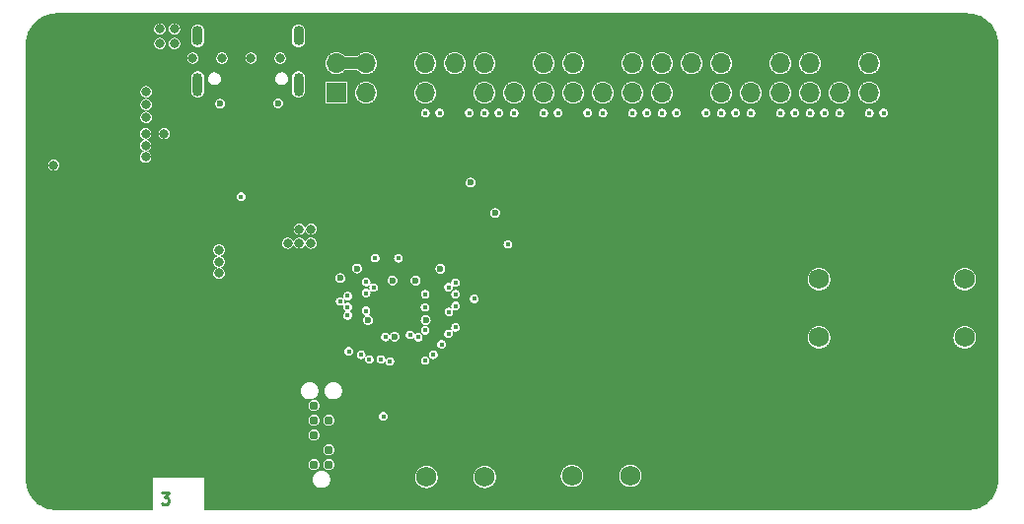
<source format=gbr>
%TF.GenerationSoftware,KiCad,Pcbnew,(6.0.6)*%
%TF.CreationDate,2022-07-20T13:38:39+10:00*%
%TF.ProjectId,SolderingInduction,536f6c64-6572-4696-9e67-496e64756374,3.5.0*%
%TF.SameCoordinates,Original*%
%TF.FileFunction,Copper,L3,Inr*%
%TF.FilePolarity,Positive*%
%FSLAX46Y46*%
G04 Gerber Fmt 4.6, Leading zero omitted, Abs format (unit mm)*
G04 Created by KiCad (PCBNEW (6.0.6)) date 2022-07-20 13:38:39*
%MOMM*%
%LPD*%
G01*
G04 APERTURE LIST*
%ADD10C,0.250000*%
%TA.AperFunction,NonConductor*%
%ADD11C,0.250000*%
%TD*%
%TA.AperFunction,ComponentPad*%
%ADD12C,4.400000*%
%TD*%
%TA.AperFunction,ComponentPad*%
%ADD13C,1.750000*%
%TD*%
%TA.AperFunction,ComponentPad*%
%ADD14C,0.787400*%
%TD*%
%TA.AperFunction,ComponentPad*%
%ADD15R,1.700000X1.700000*%
%TD*%
%TA.AperFunction,ComponentPad*%
%ADD16O,1.700000X1.700000*%
%TD*%
%TA.AperFunction,ComponentPad*%
%ADD17O,0.900000X2.000000*%
%TD*%
%TA.AperFunction,ComponentPad*%
%ADD18O,0.900000X1.700000*%
%TD*%
%TA.AperFunction,ViaPad*%
%ADD19C,0.800000*%
%TD*%
%TA.AperFunction,ViaPad*%
%ADD20C,0.600000*%
%TD*%
%TA.AperFunction,ViaPad*%
%ADD21C,0.450000*%
%TD*%
%TA.AperFunction,ViaPad*%
%ADD22C,0.508000*%
%TD*%
%TA.AperFunction,Conductor*%
%ADD23C,1.000000*%
%TD*%
%TA.AperFunction,Conductor*%
%ADD24C,0.381000*%
%TD*%
%TA.AperFunction,Conductor*%
%ADD25C,0.254000*%
%TD*%
%TA.AperFunction,Conductor*%
%ADD26C,0.177800*%
%TD*%
%TA.AperFunction,Conductor*%
%ADD27C,0.355600*%
%TD*%
%TA.AperFunction,Conductor*%
%ADD28C,0.200000*%
%TD*%
G04 APERTURE END LIST*
D10*
D11*
X11791666Y-41402380D02*
X12410714Y-41402380D01*
X12077380Y-41783333D01*
X12220238Y-41783333D01*
X12315476Y-41830952D01*
X12363095Y-41878571D01*
X12410714Y-41973809D01*
X12410714Y-42211904D01*
X12363095Y-42307142D01*
X12315476Y-42354761D01*
X12220238Y-42402380D01*
X11934523Y-42402380D01*
X11839285Y-42354761D01*
X11791666Y-42307142D01*
D12*
%TO.N,GND*%
%TO.C,H2*%
X80975000Y-2800000D03*
%TD*%
D13*
%TO.N,GND*%
%TO.C,SW8*%
X77775000Y-28050000D03*
X77725000Y-23050000D03*
%TO.N,/BUTTON_B*%
X80725000Y-23050000D03*
X80725000Y-28050000D03*
%TD*%
D12*
%TO.N,GND*%
%TO.C,H4*%
X2750000Y-40300000D03*
%TD*%
%TO.N,GND*%
%TO.C,H3*%
X43225000Y-22550000D03*
%TD*%
D13*
%TO.N,GND*%
%TO.C,SW7*%
X65275000Y-28050000D03*
X65225000Y-23050000D03*
%TO.N,/BUTTON_A*%
X68225000Y-23050000D03*
X68225000Y-28050000D03*
%TD*%
D12*
%TO.N,GND*%
%TO.C,H5*%
X80975000Y-40300000D03*
%TD*%
D13*
%TO.N,GND*%
%TO.C,SW6*%
X47025000Y-37000000D03*
X52025000Y-36950000D03*
%TO.N,/BUTTON_START*%
X52025000Y-39950000D03*
X47025000Y-39950000D03*
%TD*%
D12*
%TO.N,GND*%
%TO.C,H1*%
X2750000Y-2800000D03*
%TD*%
D14*
%TO.N,+3V3*%
%TO.C,J2*%
X26160616Y-38989401D03*
%TO.N,/SWDIO*%
X26160000Y-37720000D03*
%TO.N,GND*%
X26160616Y-36449401D03*
%TO.N,/SWCLK*%
X26160616Y-35179401D03*
%TO.N,GND*%
X26160000Y-33910000D03*
%TO.N,unconnected-(J2-Pad6)*%
X24890000Y-33910000D03*
%TO.N,unconnected-(J2-Pad7)*%
X24890616Y-35179401D03*
%TO.N,unconnected-(J2-Pad8)*%
X24890616Y-36449401D03*
%TO.N,GND*%
X24890616Y-37719401D03*
%TO.N,/~{RESET}*%
X24890000Y-38990000D03*
%TD*%
D15*
%TO.N,+3V3*%
%TO.C,J3*%
X26800000Y-7025000D03*
D16*
%TO.N,VBUS*%
X26800000Y-4485000D03*
%TO.N,/GPIO24*%
X29340000Y-7025000D03*
%TO.N,VBUS*%
X29340000Y-4485000D03*
%TO.N,GND*%
X31880000Y-7025000D03*
X31880000Y-4485000D03*
%TO.N,/ADC0*%
X34420000Y-7025000D03*
%TO.N,/ADC1*%
X34420000Y-4485000D03*
%TO.N,GND*%
X36960000Y-7025000D03*
%TO.N,/GPIO18*%
X36960000Y-4485000D03*
%TO.N,/GPIO20*%
X39500000Y-7025000D03*
%TO.N,/GPIO24*%
X39500000Y-4485000D03*
%TO.N,/GPIO25*%
X42040000Y-7025000D03*
%TO.N,GND*%
X42040000Y-4485000D03*
%TO.N,/ADC3*%
X44580000Y-7025000D03*
%TO.N,/ADC2*%
X44580000Y-4485000D03*
%TO.N,+3V3*%
X47120000Y-7025000D03*
%TO.N,/GPIO4*%
X47120000Y-4485000D03*
%TO.N,/GPIO7*%
X49660000Y-7025000D03*
%TO.N,GND*%
X49660000Y-4485000D03*
%TO.N,/GPIO1*%
X52200000Y-7025000D03*
%TO.N,/GPIO2*%
X52200000Y-4485000D03*
%TO.N,/GPIO3*%
X54740000Y-7025000D03*
%TO.N,/GPIO5*%
X54740000Y-4485000D03*
%TO.N,GND*%
X57280000Y-7025000D03*
%TO.N,/GPIO6*%
X57280000Y-4485000D03*
%TO.N,/GPIO9*%
X59820000Y-7025000D03*
%TO.N,/GPIO10*%
X59820000Y-4485000D03*
%TO.N,/GPIO11*%
X62360000Y-7025000D03*
%TO.N,GND*%
X62360000Y-4485000D03*
%TO.N,/GPIO8*%
X64900000Y-7025000D03*
%TO.N,/GPIO12*%
X64900000Y-4485000D03*
%TO.N,/GPIO13*%
X67440000Y-7025000D03*
%TO.N,/BUTTON_START*%
X67440000Y-4485000D03*
%TO.N,/BUTTON_SELECT*%
X69980000Y-7025000D03*
%TO.N,GND*%
X69980000Y-4485000D03*
%TO.N,/BUTTON_A*%
X72520000Y-7025000D03*
%TO.N,/BUTTON_B*%
X72520000Y-4485000D03*
%TO.N,GND*%
X75060000Y-7025000D03*
X75060000Y-4485000D03*
%TD*%
D13*
%TO.N,GND*%
%TO.C,SW5*%
X39525000Y-37050000D03*
X34525000Y-37100000D03*
%TO.N,/BUTTON_SELECT*%
X39525000Y-40050000D03*
X34525000Y-40050000D03*
%TD*%
D17*
%TO.N,unconnected-(J1-PadS1)*%
%TO.C,J1*%
X14905000Y-6305000D03*
D18*
X14905000Y-2135000D03*
X23545000Y-2135000D03*
D17*
X23545000Y-6305000D03*
%TD*%
D19*
%TO.N,+3V3*%
X24625000Y-18750000D03*
D20*
X31805000Y-27990000D03*
D19*
X24625000Y-19950000D03*
D20*
X35725000Y-22160000D03*
X28585000Y-22130000D03*
X31625000Y-23170000D03*
X27125000Y-22970000D03*
X33600000Y-23175000D03*
D19*
X2525000Y-13250000D03*
D20*
X38325000Y-14750000D03*
D19*
X23625000Y-18750000D03*
D20*
X40425000Y-17380000D03*
D19*
X23625000Y-19950000D03*
X22625000Y-19950000D03*
D20*
X29515000Y-26570000D03*
X34465000Y-26570000D03*
D21*
%TO.N,/GPIO24*%
X27775000Y-25447183D03*
X40745000Y-8775000D03*
D19*
%TO.N,VBUS*%
X10475000Y-6950000D03*
X10475000Y-8050000D03*
X10475000Y-9150000D03*
D21*
%TO.N,/SWDIO*%
X27862500Y-29262500D03*
X30625000Y-29950000D03*
%TO.N,/SWCLK*%
X31000000Y-28025000D03*
X30825000Y-34850000D03*
D19*
%TO.N,Net-(F1-Pad1)*%
X21975000Y-4050000D03*
X11650000Y-2800000D03*
D20*
X21800000Y-7925000D03*
D19*
X19475000Y-4050000D03*
X12900000Y-2800000D03*
X16975000Y-4050000D03*
D20*
X16825000Y-7975000D03*
D19*
X12900000Y-1550000D03*
X11650000Y-1550000D03*
X14475000Y-4050000D03*
D21*
%TO.N,/Microcontroller & MCU Peripherals/GPIO0*%
X37025000Y-23350000D03*
%TO.N,+1V2*%
X31400000Y-30125000D03*
X32125000Y-21250000D03*
X30125000Y-21250000D03*
%TO.N,GND*%
X45645000Y-33030000D03*
X43110400Y-2547200D03*
X55805000Y-33030000D03*
X6275000Y-10170000D03*
X62155000Y-25410000D03*
X46915000Y-35570000D03*
X46915000Y-10170000D03*
X20245000Y-27950000D03*
X49455000Y-25410000D03*
X10085000Y-2550000D03*
X72315000Y-20330000D03*
X6275000Y-35570000D03*
X33272817Y-24302183D03*
X73585000Y-12710000D03*
X82475000Y-30490000D03*
X53270400Y-2547200D03*
X63425000Y-33030000D03*
X82475000Y-20330000D03*
X41835000Y-35570000D03*
X18975000Y-30490000D03*
X71045000Y-27950000D03*
X48190400Y-2547200D03*
X63425000Y-22870000D03*
X6275000Y-40650000D03*
X25325000Y-12710000D03*
X73585000Y-2550000D03*
X58345000Y-17790000D03*
X50730400Y-2547200D03*
X74855000Y-15250000D03*
X2465000Y-33030000D03*
X74855000Y-40650000D03*
X62155000Y-20330000D03*
X32002817Y-24302183D03*
D19*
X36945000Y-34180000D03*
D21*
X59615000Y-25410000D03*
D19*
X21225000Y-23950000D03*
D21*
X57075000Y-35570000D03*
D19*
X18825000Y-23950000D03*
D21*
X79935000Y-35570000D03*
X28275000Y-17450000D03*
X77395000Y-15250000D03*
X72315000Y-35570000D03*
X10085000Y-38110000D03*
X54535000Y-40650000D03*
X82475000Y-35570000D03*
X54535000Y-20330000D03*
X44375000Y-15250000D03*
X67235000Y-35570000D03*
X30732817Y-26842183D03*
X51995000Y-35570000D03*
X64695000Y-20330000D03*
X79935000Y-15250000D03*
X39295000Y-15250000D03*
X78665000Y-17790000D03*
X48185000Y-38110000D03*
X60885000Y-33030000D03*
X34215000Y-35570000D03*
X12625000Y-33030000D03*
X59615000Y-20330000D03*
X11355000Y-25410000D03*
X36755000Y-35570000D03*
X49455000Y-35570000D03*
X16435000Y-15250000D03*
X21515000Y-30490000D03*
X45650400Y-2547200D03*
X58345000Y-33030000D03*
X16435000Y-40650000D03*
X77395000Y-20330000D03*
X53265000Y-17790000D03*
X69775000Y-35570000D03*
X68515000Y-33030000D03*
X65965000Y-2550000D03*
D19*
X9225000Y-20450000D03*
D21*
X27025000Y-29850000D03*
X8815000Y-30490000D03*
X71045000Y-17790000D03*
X62155000Y-40650000D03*
X77395000Y-25410000D03*
D19*
X22525000Y-21850000D03*
D21*
X60885000Y-17790000D03*
X27865000Y-12710000D03*
D19*
X22825000Y-23750000D03*
D21*
X12625000Y-27950000D03*
X20925000Y-18100000D03*
X63425000Y-38110000D03*
X54535000Y-30490000D03*
X51995000Y-20330000D03*
X29125000Y-31400000D03*
X45645000Y-17790000D03*
X6275000Y-20330000D03*
X26595000Y-10170000D03*
X49455000Y-20330000D03*
X74855000Y-35570000D03*
X57075000Y-10170000D03*
X16435000Y-30490000D03*
X41835000Y-15250000D03*
X60885000Y-2550000D03*
X5005000Y-7630000D03*
X82475000Y-15250000D03*
X76125000Y-17790000D03*
X29135000Y-40650000D03*
X16435000Y-35570000D03*
X31900000Y-8775000D03*
X58350000Y-2550000D03*
X54535000Y-35570000D03*
X67235000Y-40650000D03*
X17705000Y-33030000D03*
X5005000Y-38110000D03*
X17705000Y-38110000D03*
X63425000Y-27950000D03*
X74855000Y-20330000D03*
X33272817Y-25572183D03*
X7555000Y-7630000D03*
X43105000Y-33030000D03*
X28525000Y-31400000D03*
X55805000Y-17790000D03*
X68505000Y-38110000D03*
X78665000Y-12710000D03*
D20*
X40750000Y-28300000D03*
D21*
X34215000Y-15250000D03*
X57075000Y-20330000D03*
X76125000Y-27950000D03*
X33125000Y-29950000D03*
X72315000Y-15250000D03*
X73585000Y-17790000D03*
D19*
X22825000Y-27350000D03*
D21*
X6275000Y-30490000D03*
X5005000Y-27950000D03*
X20245000Y-38110000D03*
X73585000Y-27950000D03*
X64695000Y-40650000D03*
X5005000Y-12710000D03*
D19*
X22825000Y-25350000D03*
D21*
X62155000Y-30490000D03*
X51995000Y-30490000D03*
X49455000Y-30490000D03*
X30732817Y-24302183D03*
X71045000Y-22870000D03*
X71055000Y-33030000D03*
X50725000Y-38110000D03*
X36755000Y-10170000D03*
X57075000Y-30490000D03*
X5005000Y-22870000D03*
X40425000Y-14600000D03*
X71045000Y-2550000D03*
D19*
X32350000Y-38150000D03*
D21*
X5005000Y-33030000D03*
D19*
X21550000Y-12300000D03*
D21*
X18975000Y-40650000D03*
X43105000Y-17790000D03*
X71045000Y-38110000D03*
X79935000Y-10170000D03*
X82475000Y-25410000D03*
D19*
X16800000Y-12400000D03*
D21*
X7545000Y-27950000D03*
X36755000Y-40650000D03*
X63425000Y-2550000D03*
X81205000Y-12710000D03*
X55810400Y-2547200D03*
X15165000Y-33030000D03*
X43105000Y-27950000D03*
X13895000Y-25410000D03*
X50725000Y-33030000D03*
X8815000Y-35570000D03*
X72315000Y-25410000D03*
X77395000Y-5090000D03*
X33272817Y-26842183D03*
X78675000Y-33030000D03*
X18975000Y-15250000D03*
X77395000Y-35570000D03*
X39295000Y-35570000D03*
X72315000Y-40650000D03*
X76125000Y-38110000D03*
X6275000Y-15250000D03*
X53265000Y-38110000D03*
X40565000Y-33030000D03*
X5005000Y-17790000D03*
X49455000Y-40650000D03*
X6275000Y-25410000D03*
D19*
X22825000Y-29850000D03*
D21*
X10085000Y-22870000D03*
X76135000Y-33030000D03*
X81215000Y-33030000D03*
X44375000Y-35570000D03*
X44375000Y-40650000D03*
D19*
X8650000Y-12800000D03*
D21*
X64695000Y-35570000D03*
X30732817Y-25572183D03*
X32002817Y-25572183D03*
X41835000Y-40650000D03*
X60885000Y-27950000D03*
X69775000Y-20330000D03*
X20125000Y-18100000D03*
X67235000Y-25410000D03*
X79935000Y-25410000D03*
X39525000Y-21050000D03*
X63425000Y-12710000D03*
D19*
X38125000Y-34180000D03*
D21*
X7545000Y-2550000D03*
X32002817Y-26842183D03*
D20*
X34350000Y-18025000D03*
D21*
X76125000Y-12710000D03*
X18975000Y-35570000D03*
X69775000Y-40650000D03*
X59615000Y-40650000D03*
X13895000Y-35570000D03*
X64695000Y-30490000D03*
D22*
X30825000Y-33850000D03*
D21*
X7545000Y-22870000D03*
X59615000Y-30490000D03*
X46915000Y-30490000D03*
X65965000Y-38110000D03*
X79935000Y-30490000D03*
D19*
X40475000Y-24550000D03*
D21*
X48185000Y-33030000D03*
X50725000Y-17790000D03*
X7545000Y-33030000D03*
X82475000Y-10170000D03*
X7545000Y-12710000D03*
X73595000Y-33030000D03*
X15165000Y-27950000D03*
D20*
X40750000Y-26650000D03*
D21*
X73585000Y-22870000D03*
X74855000Y-25410000D03*
X59615000Y-35570000D03*
X68505000Y-2550000D03*
X63425000Y-17790000D03*
X21725000Y-18100000D03*
X76125000Y-2550000D03*
X7545000Y-38110000D03*
X26725000Y-17450000D03*
X64695000Y-25410000D03*
X76125000Y-22870000D03*
X10085000Y-33030000D03*
X69775000Y-25410000D03*
X68505000Y-17790000D03*
D19*
X7625000Y-21750000D03*
D21*
X77395000Y-40650000D03*
X73585000Y-38110000D03*
X11355000Y-35570000D03*
X2465000Y-7630000D03*
X3735000Y-10170000D03*
X60885000Y-22870000D03*
X49415000Y-22960000D03*
X79935000Y-20330000D03*
X8815000Y-5090000D03*
X81205000Y-17790000D03*
X53265000Y-33030000D03*
X21515000Y-40650000D03*
X77395000Y-10170000D03*
%TO.N,/ADC0*%
X34440000Y-8775000D03*
X27775000Y-24497183D03*
%TO.N,/ADC1*%
X29350000Y-24247183D03*
X35665000Y-8775000D03*
%TO.N,/ADC2*%
X30000000Y-23772183D03*
X45825000Y-8775000D03*
%TO.N,/ADC3*%
X29350000Y-23297183D03*
X44600000Y-8775000D03*
%TO.N,/BUTTON_UP*%
X27775000Y-26172183D03*
%TO.N,/BUTTON_DOWN*%
X29350000Y-25775000D03*
%TO.N,/BUTTON_SELECT*%
X33125000Y-27850000D03*
X70000000Y-8775000D03*
%TO.N,/BUTTON_START*%
X68685000Y-8775000D03*
X33825000Y-28050000D03*
%TO.N,/GPIO20*%
X39520000Y-8775000D03*
%TO.N,/GPIO18*%
X38205000Y-8775000D03*
%TO.N,/GPIO25*%
X27125000Y-24972183D03*
X42060000Y-8775000D03*
%TO.N,/GPIO1*%
X52220000Y-8775000D03*
X36425000Y-23750000D03*
%TO.N,/GPIO2*%
X53445000Y-8775000D03*
X37025000Y-24350000D03*
%TO.N,/GPIO3*%
X38625000Y-24750000D03*
X54760000Y-8775000D03*
%TO.N,/GPIO4*%
X48365000Y-8775000D03*
X34425000Y-24350000D03*
%TO.N,/GPIO5*%
X37025000Y-25350000D03*
X55985000Y-8775000D03*
%TO.N,/GPIO6*%
X36450000Y-25875000D03*
X58525000Y-8775000D03*
%TO.N,/GPIO7*%
X49680000Y-8775000D03*
X34410000Y-25480000D03*
%TO.N,/GPIO8*%
X64920000Y-8775000D03*
X34425000Y-27450000D03*
%TO.N,/GPIO9*%
X37025000Y-27200000D03*
X59840000Y-8775000D03*
%TO.N,/GPIO10*%
X61065000Y-8775000D03*
X36425000Y-27750000D03*
%TO.N,/GPIO11*%
X62380000Y-8775000D03*
X35825000Y-28650000D03*
%TO.N,/GPIO12*%
X66145000Y-8775000D03*
X35125000Y-29550000D03*
%TO.N,/GPIO13*%
X67460000Y-8775000D03*
X34425000Y-30050000D03*
%TO.N,/BUTTON_A*%
X29625000Y-29950000D03*
X72540000Y-8775000D03*
%TO.N,/BUTTON_B*%
X73765000Y-8775000D03*
X28925000Y-29550000D03*
%TO.N,/Microcontroller & MCU Peripherals/Flash Memory (Over QSPI)/$.~{CS}*%
X41525000Y-20050000D03*
D19*
%TO.N,/Power Regulation/LDO_{VIN}*%
X16725000Y-20550000D03*
X16725000Y-22550000D03*
X10425000Y-10550000D03*
X10425000Y-12550000D03*
X12025000Y-10550000D03*
X10425000Y-11550000D03*
X16725000Y-21550000D03*
D21*
%TO.N,/Power Regulation/LDO_{EN}*%
X18625000Y-15950000D03*
%TD*%
D23*
%TO.N,VBUS*%
X29340000Y-4485000D02*
X26800000Y-4485000D01*
D24*
%TO.N,GND*%
X35781443Y-24998557D02*
X35781443Y-26005401D01*
X30437683Y-29093155D02*
X30128021Y-29402817D01*
D25*
X32005000Y-24305000D02*
X32628183Y-23681817D01*
X32628183Y-23681817D02*
X32628183Y-19953817D01*
D24*
X28143047Y-28763317D02*
X27932547Y-28552817D01*
D26*
X36564283Y-24815717D02*
X37564283Y-24815717D01*
D24*
X32005000Y-26845000D02*
X32424683Y-27264683D01*
D25*
X32628183Y-19953817D02*
X32627183Y-19952817D01*
X35027183Y-22552817D02*
X35027183Y-20752817D01*
X33851443Y-24998557D02*
X35781443Y-24998557D01*
D24*
X35781443Y-26005401D02*
X36328859Y-26552817D01*
D27*
X32424683Y-27264683D02*
X32424683Y-31450317D01*
D25*
X36381443Y-24998557D02*
X36427183Y-24952817D01*
X33275000Y-25575000D02*
X33851443Y-24998557D01*
D24*
X30437683Y-28763317D02*
X28143047Y-28763317D01*
D25*
X35781443Y-24998557D02*
X36381443Y-24998557D01*
D28*
X30128021Y-30551979D02*
X30127183Y-30552817D01*
D24*
X30437683Y-28763317D02*
X30437683Y-29093155D01*
D26*
X36427183Y-24952817D02*
X36564283Y-24815717D01*
D25*
X30735000Y-24305000D02*
X30735000Y-20060634D01*
X33275000Y-24305000D02*
X35027183Y-22552817D01*
D24*
X36328859Y-26552817D02*
X37827183Y-26552817D01*
D28*
X30128021Y-29402817D02*
X30128021Y-30551979D01*
D24*
X27932547Y-28552817D02*
X26427183Y-28552817D01*
D25*
X35027183Y-20752817D02*
X35427183Y-20352817D01*
%TD*%
%TA.AperFunction,Conductor*%
%TO.N,GND*%
G36*
X33600000Y-27150000D02*
G01*
X30400000Y-27150000D01*
X30400000Y-23975000D01*
X33600000Y-23975000D01*
X33600000Y-27150000D01*
G37*
%TD.AperFunction*%
%TD*%
%TA.AperFunction,Conductor*%
%TO.N,GND*%
G36*
X80991437Y-200805D02*
G01*
X80997187Y-201450D01*
X80999570Y-201250D01*
X80999577Y-201250D01*
X81003721Y-200902D01*
X81009145Y-200748D01*
X81093784Y-203040D01*
X81139421Y-204276D01*
X81142055Y-204420D01*
X81279750Y-215632D01*
X81282356Y-215915D01*
X81390108Y-230596D01*
X81419230Y-234564D01*
X81421849Y-234993D01*
X81557503Y-261023D01*
X81560095Y-261593D01*
X81694153Y-294932D01*
X81696712Y-295642D01*
X81828780Y-336194D01*
X81831276Y-337036D01*
X81937093Y-375911D01*
X81960919Y-384664D01*
X81963385Y-385646D01*
X82090282Y-440233D01*
X82092684Y-441344D01*
X82216445Y-502723D01*
X82218780Y-503962D01*
X82339023Y-571946D01*
X82341297Y-573313D01*
X82457692Y-647710D01*
X82459889Y-649200D01*
X82572078Y-729786D01*
X82574190Y-731392D01*
X82681842Y-817925D01*
X82683865Y-819643D01*
X82786693Y-911894D01*
X82788619Y-913719D01*
X82886281Y-1011381D01*
X82888106Y-1013307D01*
X82980357Y-1116135D01*
X82982075Y-1118158D01*
X83068608Y-1225810D01*
X83070214Y-1227922D01*
X83150800Y-1340111D01*
X83152290Y-1342308D01*
X83226687Y-1458703D01*
X83228054Y-1460977D01*
X83296038Y-1581220D01*
X83297277Y-1583555D01*
X83358653Y-1707310D01*
X83359767Y-1709718D01*
X83414354Y-1836615D01*
X83415336Y-1839081D01*
X83461250Y-1964057D01*
X83462961Y-1968715D01*
X83463806Y-1971220D01*
X83485078Y-2040500D01*
X83504358Y-2103290D01*
X83505068Y-2105847D01*
X83538407Y-2239905D01*
X83538977Y-2242497D01*
X83565007Y-2378151D01*
X83565436Y-2380770D01*
X83583373Y-2512416D01*
X83584083Y-2517628D01*
X83584368Y-2520250D01*
X83592416Y-2619078D01*
X83595580Y-2657937D01*
X83595724Y-2660579D01*
X83599132Y-2786384D01*
X83599162Y-2787503D01*
X83598874Y-2794298D01*
X83598550Y-2797187D01*
X83598750Y-2799569D01*
X83598750Y-2799573D01*
X83599328Y-2806453D01*
X83599500Y-2810553D01*
X83599500Y-40285975D01*
X83599195Y-40291437D01*
X83598550Y-40297187D01*
X83598750Y-40299570D01*
X83598750Y-40299577D01*
X83599098Y-40303721D01*
X83599252Y-40309145D01*
X83596981Y-40392986D01*
X83595903Y-40432822D01*
X83595724Y-40439413D01*
X83595580Y-40442055D01*
X83584472Y-40578487D01*
X83584370Y-40579734D01*
X83584085Y-40582356D01*
X83575471Y-40645580D01*
X83565436Y-40719230D01*
X83565007Y-40721849D01*
X83554045Y-40778976D01*
X83540885Y-40847562D01*
X83538977Y-40857503D01*
X83538408Y-40860092D01*
X83532576Y-40883541D01*
X83505068Y-40994153D01*
X83504358Y-40996710D01*
X83463809Y-41128771D01*
X83462961Y-41131285D01*
X83415336Y-41260919D01*
X83414354Y-41263385D01*
X83359767Y-41390282D01*
X83358653Y-41392690D01*
X83297282Y-41516435D01*
X83296038Y-41518780D01*
X83228054Y-41639023D01*
X83226687Y-41641297D01*
X83152290Y-41757692D01*
X83150800Y-41759889D01*
X83070214Y-41872078D01*
X83068608Y-41874190D01*
X82982075Y-41981842D01*
X82980357Y-41983865D01*
X82888106Y-42086693D01*
X82886281Y-42088619D01*
X82788619Y-42186281D01*
X82786693Y-42188106D01*
X82683865Y-42280357D01*
X82681842Y-42282075D01*
X82574190Y-42368608D01*
X82572078Y-42370214D01*
X82459889Y-42450800D01*
X82457692Y-42452290D01*
X82341297Y-42526687D01*
X82339023Y-42528054D01*
X82218780Y-42596038D01*
X82216445Y-42597277D01*
X82092690Y-42658653D01*
X82090282Y-42659767D01*
X81963385Y-42714354D01*
X81960919Y-42715336D01*
X81831276Y-42762964D01*
X81828780Y-42763806D01*
X81716387Y-42798316D01*
X81696710Y-42804358D01*
X81694153Y-42805068D01*
X81560095Y-42838407D01*
X81557503Y-42838977D01*
X81421849Y-42865007D01*
X81419230Y-42865436D01*
X81391230Y-42869251D01*
X81282356Y-42884085D01*
X81279750Y-42884368D01*
X81142055Y-42895580D01*
X81139421Y-42895724D01*
X81012492Y-42899162D01*
X81005702Y-42898874D01*
X81005515Y-42898853D01*
X81002813Y-42898550D01*
X81000431Y-42898750D01*
X81000427Y-42898750D01*
X80993547Y-42899328D01*
X80989447Y-42899500D01*
X15474000Y-42899500D01*
X15455249Y-42895770D01*
X15439352Y-42885148D01*
X15428730Y-42869251D01*
X15425000Y-42850500D01*
X15425000Y-40240346D01*
X24774462Y-40240346D01*
X24774494Y-40241609D01*
X24776332Y-40314187D01*
X24776418Y-40317600D01*
X24786304Y-40394244D01*
X24804016Y-40469465D01*
X24829367Y-40542467D01*
X24862087Y-40612477D01*
X24901831Y-40678752D01*
X24948177Y-40740591D01*
X24949023Y-40741506D01*
X24949027Y-40741511D01*
X24976290Y-40771004D01*
X25000633Y-40797339D01*
X25058645Y-40848393D01*
X25071589Y-40857609D01*
X25108449Y-40883852D01*
X25121598Y-40893214D01*
X25188825Y-40931327D01*
X25259613Y-40962327D01*
X25260813Y-40962711D01*
X25260818Y-40962713D01*
X25316487Y-40980532D01*
X25333213Y-40985886D01*
X25334451Y-40986146D01*
X25334452Y-40986146D01*
X25407619Y-41001498D01*
X25408844Y-41001755D01*
X25485706Y-41009766D01*
X25487004Y-41009800D01*
X25544309Y-41009800D01*
X25544948Y-41009767D01*
X25544951Y-41009767D01*
X25584949Y-41007706D01*
X25602176Y-41006818D01*
X25678535Y-40994929D01*
X25753267Y-40975253D01*
X25754441Y-40974810D01*
X25754449Y-40974808D01*
X25802577Y-40956670D01*
X25825580Y-40948001D01*
X25826709Y-40947437D01*
X25893587Y-40914020D01*
X25894709Y-40913459D01*
X25959921Y-40871994D01*
X26020526Y-40824045D01*
X26021413Y-40823181D01*
X26021422Y-40823173D01*
X26074975Y-40771004D01*
X26074979Y-40771000D01*
X26075881Y-40770121D01*
X26102368Y-40738387D01*
X26124594Y-40711758D01*
X26124598Y-40711753D01*
X26125399Y-40710793D01*
X26168557Y-40646688D01*
X26204897Y-40578487D01*
X26234033Y-40506911D01*
X26237768Y-40494099D01*
X26255301Y-40433945D01*
X26255301Y-40433944D01*
X26255658Y-40432720D01*
X26269542Y-40356699D01*
X26272851Y-40314187D01*
X26275440Y-40280913D01*
X26275538Y-40279654D01*
X26273582Y-40202400D01*
X26263696Y-40125756D01*
X26245984Y-40050535D01*
X26237013Y-40024701D01*
X33558858Y-40024701D01*
X33560434Y-40110685D01*
X33560549Y-40111755D01*
X33560550Y-40111766D01*
X33566900Y-40170695D01*
X33569647Y-40196189D01*
X33569861Y-40197263D01*
X33569862Y-40197272D01*
X33584254Y-40269624D01*
X33586425Y-40280536D01*
X33610634Y-40363057D01*
X33642083Y-40443100D01*
X33642566Y-40444066D01*
X33642567Y-40444069D01*
X33676564Y-40512106D01*
X33680523Y-40520030D01*
X33725649Y-40593238D01*
X33777104Y-40662146D01*
X33834481Y-40726206D01*
X33897326Y-40784912D01*
X33898178Y-40785577D01*
X33898188Y-40785585D01*
X33957567Y-40831893D01*
X33965140Y-40837799D01*
X33966051Y-40838387D01*
X34036464Y-40883852D01*
X34036474Y-40883858D01*
X34037388Y-40884448D01*
X34038366Y-40884962D01*
X34038365Y-40884962D01*
X34112522Y-40923979D01*
X34112530Y-40923983D01*
X34113496Y-40924491D01*
X34192862Y-40957609D01*
X34274858Y-40983541D01*
X34275910Y-40983773D01*
X34275909Y-40983773D01*
X34357769Y-41001847D01*
X34357777Y-41001848D01*
X34358835Y-41002082D01*
X34359920Y-41002222D01*
X34359926Y-41002223D01*
X34413690Y-41009157D01*
X34444128Y-41013083D01*
X34530060Y-41016460D01*
X34531144Y-41016406D01*
X34531150Y-41016406D01*
X34614855Y-41012239D01*
X34614863Y-41012238D01*
X34615953Y-41012184D01*
X34701126Y-41000289D01*
X34716568Y-40996710D01*
X34762145Y-40986146D01*
X34784904Y-40980871D01*
X34785933Y-40980534D01*
X34785939Y-40980532D01*
X34865579Y-40954424D01*
X34865587Y-40954421D01*
X34866624Y-40954081D01*
X34867628Y-40953650D01*
X34867635Y-40953647D01*
X34921036Y-40930704D01*
X34945639Y-40920134D01*
X34982419Y-40900289D01*
X35020361Y-40879817D01*
X35020368Y-40879813D01*
X35021324Y-40879297D01*
X35093079Y-40831893D01*
X35160335Y-40778299D01*
X35222562Y-40718938D01*
X35279265Y-40654280D01*
X35329996Y-40584838D01*
X35374353Y-40511161D01*
X35374826Y-40510189D01*
X35374832Y-40510178D01*
X35411515Y-40434799D01*
X35411516Y-40434797D01*
X35411985Y-40433833D01*
X35440887Y-40357947D01*
X35442207Y-40354482D01*
X35442209Y-40354475D01*
X35442594Y-40353465D01*
X35458466Y-40297187D01*
X35465642Y-40271745D01*
X35465643Y-40271742D01*
X35465938Y-40270695D01*
X35481831Y-40186177D01*
X35483440Y-40169624D01*
X35490064Y-40101445D01*
X35490148Y-40100581D01*
X35490497Y-40087280D01*
X35491450Y-40050876D01*
X35491473Y-40050000D01*
X35490347Y-40024701D01*
X38558858Y-40024701D01*
X38560434Y-40110685D01*
X38560549Y-40111755D01*
X38560550Y-40111766D01*
X38566900Y-40170695D01*
X38569647Y-40196189D01*
X38569861Y-40197263D01*
X38569862Y-40197272D01*
X38584254Y-40269624D01*
X38586425Y-40280536D01*
X38610634Y-40363057D01*
X38642083Y-40443100D01*
X38642566Y-40444066D01*
X38642567Y-40444069D01*
X38676564Y-40512106D01*
X38680523Y-40520030D01*
X38725649Y-40593238D01*
X38777104Y-40662146D01*
X38834481Y-40726206D01*
X38897326Y-40784912D01*
X38898178Y-40785577D01*
X38898188Y-40785585D01*
X38957567Y-40831893D01*
X38965140Y-40837799D01*
X38966051Y-40838387D01*
X39036464Y-40883852D01*
X39036474Y-40883858D01*
X39037388Y-40884448D01*
X39038366Y-40884962D01*
X39038365Y-40884962D01*
X39112522Y-40923979D01*
X39112530Y-40923983D01*
X39113496Y-40924491D01*
X39192862Y-40957609D01*
X39274858Y-40983541D01*
X39275910Y-40983773D01*
X39275909Y-40983773D01*
X39357769Y-41001847D01*
X39357777Y-41001848D01*
X39358835Y-41002082D01*
X39359920Y-41002222D01*
X39359926Y-41002223D01*
X39413690Y-41009157D01*
X39444128Y-41013083D01*
X39530060Y-41016460D01*
X39531144Y-41016406D01*
X39531150Y-41016406D01*
X39614855Y-41012239D01*
X39614863Y-41012238D01*
X39615953Y-41012184D01*
X39701126Y-41000289D01*
X39716568Y-40996710D01*
X39762145Y-40986146D01*
X39784904Y-40980871D01*
X39785933Y-40980534D01*
X39785939Y-40980532D01*
X39865579Y-40954424D01*
X39865587Y-40954421D01*
X39866624Y-40954081D01*
X39867628Y-40953650D01*
X39867635Y-40953647D01*
X39921036Y-40930704D01*
X39945639Y-40920134D01*
X39982419Y-40900289D01*
X40020361Y-40879817D01*
X40020368Y-40879813D01*
X40021324Y-40879297D01*
X40093079Y-40831893D01*
X40160335Y-40778299D01*
X40222562Y-40718938D01*
X40279265Y-40654280D01*
X40329996Y-40584838D01*
X40374353Y-40511161D01*
X40374826Y-40510189D01*
X40374832Y-40510178D01*
X40411515Y-40434799D01*
X40411516Y-40434797D01*
X40411985Y-40433833D01*
X40440887Y-40357947D01*
X40442207Y-40354482D01*
X40442209Y-40354475D01*
X40442594Y-40353465D01*
X40458466Y-40297187D01*
X40465642Y-40271745D01*
X40465643Y-40271742D01*
X40465938Y-40270695D01*
X40481831Y-40186177D01*
X40483440Y-40169624D01*
X40490064Y-40101445D01*
X40490148Y-40100581D01*
X40490497Y-40087280D01*
X40491450Y-40050876D01*
X40491473Y-40050000D01*
X40490299Y-40023626D01*
X40489234Y-39999715D01*
X40487647Y-39964086D01*
X40484412Y-39939998D01*
X40482356Y-39924701D01*
X46058858Y-39924701D01*
X46060434Y-40010685D01*
X46060549Y-40011755D01*
X46060550Y-40011766D01*
X46068450Y-40085078D01*
X46069647Y-40096189D01*
X46069861Y-40097263D01*
X46069862Y-40097272D01*
X46083249Y-40164571D01*
X46086425Y-40180536D01*
X46110634Y-40263057D01*
X46142083Y-40343100D01*
X46142566Y-40344066D01*
X46142567Y-40344069D01*
X46176564Y-40412106D01*
X46180523Y-40420030D01*
X46181094Y-40420956D01*
X46181096Y-40420960D01*
X46195341Y-40444069D01*
X46225649Y-40493238D01*
X46277104Y-40562146D01*
X46334481Y-40626206D01*
X46397326Y-40684912D01*
X46398178Y-40685577D01*
X46398188Y-40685585D01*
X46457567Y-40731893D01*
X46465140Y-40737799D01*
X46466051Y-40738387D01*
X46536464Y-40783852D01*
X46536474Y-40783858D01*
X46537388Y-40784448D01*
X46538366Y-40784962D01*
X46538365Y-40784962D01*
X46612522Y-40823979D01*
X46612530Y-40823983D01*
X46613496Y-40824491D01*
X46692862Y-40857609D01*
X46774858Y-40883541D01*
X46775910Y-40883773D01*
X46775909Y-40883773D01*
X46857769Y-40901847D01*
X46857777Y-40901848D01*
X46858835Y-40902082D01*
X46859920Y-40902222D01*
X46859926Y-40902223D01*
X46913690Y-40909157D01*
X46944128Y-40913083D01*
X47030060Y-40916460D01*
X47031144Y-40916406D01*
X47031150Y-40916406D01*
X47114855Y-40912239D01*
X47114863Y-40912238D01*
X47115953Y-40912184D01*
X47201126Y-40900289D01*
X47284904Y-40880871D01*
X47285933Y-40880534D01*
X47285939Y-40880532D01*
X47365579Y-40854424D01*
X47365587Y-40854421D01*
X47366624Y-40854081D01*
X47367628Y-40853650D01*
X47367635Y-40853647D01*
X47419854Y-40831212D01*
X47445639Y-40820134D01*
X47489597Y-40796416D01*
X47520361Y-40779817D01*
X47520368Y-40779813D01*
X47521324Y-40779297D01*
X47593079Y-40731893D01*
X47660335Y-40678299D01*
X47722562Y-40618938D01*
X47779265Y-40554280D01*
X47829996Y-40484838D01*
X47855734Y-40442088D01*
X47873784Y-40412106D01*
X47874353Y-40411161D01*
X47874826Y-40410189D01*
X47874832Y-40410178D01*
X47911515Y-40334799D01*
X47911516Y-40334797D01*
X47911985Y-40333833D01*
X47919467Y-40314187D01*
X47942207Y-40254482D01*
X47942209Y-40254475D01*
X47942594Y-40253465D01*
X47961572Y-40186177D01*
X47965642Y-40171745D01*
X47965643Y-40171742D01*
X47965938Y-40170695D01*
X47981831Y-40086177D01*
X47990148Y-40000581D01*
X47991473Y-39950000D01*
X47990980Y-39938916D01*
X47990347Y-39924701D01*
X51058858Y-39924701D01*
X51060434Y-40010685D01*
X51060549Y-40011755D01*
X51060550Y-40011766D01*
X51068450Y-40085078D01*
X51069647Y-40096189D01*
X51069861Y-40097263D01*
X51069862Y-40097272D01*
X51083249Y-40164571D01*
X51086425Y-40180536D01*
X51110634Y-40263057D01*
X51142083Y-40343100D01*
X51142566Y-40344066D01*
X51142567Y-40344069D01*
X51176564Y-40412106D01*
X51180523Y-40420030D01*
X51181094Y-40420956D01*
X51181096Y-40420960D01*
X51195341Y-40444069D01*
X51225649Y-40493238D01*
X51277104Y-40562146D01*
X51334481Y-40626206D01*
X51397326Y-40684912D01*
X51398178Y-40685577D01*
X51398188Y-40685585D01*
X51457567Y-40731893D01*
X51465140Y-40737799D01*
X51466051Y-40738387D01*
X51536464Y-40783852D01*
X51536474Y-40783858D01*
X51537388Y-40784448D01*
X51538366Y-40784962D01*
X51538365Y-40784962D01*
X51612522Y-40823979D01*
X51612530Y-40823983D01*
X51613496Y-40824491D01*
X51692862Y-40857609D01*
X51774858Y-40883541D01*
X51775910Y-40883773D01*
X51775909Y-40883773D01*
X51857769Y-40901847D01*
X51857777Y-40901848D01*
X51858835Y-40902082D01*
X51859920Y-40902222D01*
X51859926Y-40902223D01*
X51913690Y-40909157D01*
X51944128Y-40913083D01*
X52030060Y-40916460D01*
X52031144Y-40916406D01*
X52031150Y-40916406D01*
X52114855Y-40912239D01*
X52114863Y-40912238D01*
X52115953Y-40912184D01*
X52201126Y-40900289D01*
X52284904Y-40880871D01*
X52285933Y-40880534D01*
X52285939Y-40880532D01*
X52365579Y-40854424D01*
X52365587Y-40854421D01*
X52366624Y-40854081D01*
X52367628Y-40853650D01*
X52367635Y-40853647D01*
X52419854Y-40831212D01*
X52445639Y-40820134D01*
X52489597Y-40796416D01*
X52520361Y-40779817D01*
X52520368Y-40779813D01*
X52521324Y-40779297D01*
X52593079Y-40731893D01*
X52660335Y-40678299D01*
X52722562Y-40618938D01*
X52779265Y-40554280D01*
X52829996Y-40484838D01*
X52855734Y-40442088D01*
X52873784Y-40412106D01*
X52874353Y-40411161D01*
X52874826Y-40410189D01*
X52874832Y-40410178D01*
X52911515Y-40334799D01*
X52911516Y-40334797D01*
X52911985Y-40333833D01*
X52919467Y-40314187D01*
X52942207Y-40254482D01*
X52942209Y-40254475D01*
X52942594Y-40253465D01*
X52961572Y-40186177D01*
X52965642Y-40171745D01*
X52965643Y-40171742D01*
X52965938Y-40170695D01*
X52981831Y-40086177D01*
X52990148Y-40000581D01*
X52991473Y-39950000D01*
X52990980Y-39938916D01*
X52988353Y-39879935D01*
X52987647Y-39864086D01*
X52986442Y-39855110D01*
X52982298Y-39824263D01*
X52976198Y-39778852D01*
X52957219Y-39694974D01*
X52930858Y-39613115D01*
X52929658Y-39610279D01*
X52897753Y-39534935D01*
X52897749Y-39534926D01*
X52897324Y-39533923D01*
X52871350Y-39485174D01*
X52857391Y-39458976D01*
X52857388Y-39458971D01*
X52856884Y-39458025D01*
X52852197Y-39450848D01*
X52818840Y-39399776D01*
X52809857Y-39386023D01*
X52756615Y-39318487D01*
X52697581Y-39255950D01*
X52696774Y-39255235D01*
X52696766Y-39255227D01*
X52634040Y-39199635D01*
X52633221Y-39198909D01*
X52564046Y-39147816D01*
X52542356Y-39134602D01*
X52491530Y-39103638D01*
X52491524Y-39103635D01*
X52490602Y-39103073D01*
X52472407Y-39094100D01*
X52454217Y-39085130D01*
X52413472Y-39065037D01*
X52333266Y-39034007D01*
X52286438Y-39020535D01*
X52251660Y-39010530D01*
X52251650Y-39010528D01*
X52250619Y-39010231D01*
X52166185Y-38993895D01*
X52157837Y-38993040D01*
X52081721Y-38985241D01*
X52081713Y-38985241D01*
X52080634Y-38985130D01*
X52035717Y-38984542D01*
X51995732Y-38984018D01*
X51995726Y-38984018D01*
X51994642Y-38984004D01*
X51908891Y-38990527D01*
X51907811Y-38990707D01*
X51907809Y-38990707D01*
X51902793Y-38991542D01*
X51824059Y-39004647D01*
X51802545Y-39010231D01*
X51741873Y-39025978D01*
X51741869Y-39025979D01*
X51740818Y-39026252D01*
X51659827Y-39055171D01*
X51658834Y-39055629D01*
X51658831Y-39055630D01*
X51582743Y-39090707D01*
X51581728Y-39091175D01*
X51507138Y-39133980D01*
X51436649Y-39183245D01*
X51370818Y-39238582D01*
X51310167Y-39299552D01*
X51294419Y-39318487D01*
X51257213Y-39363221D01*
X51255175Y-39365671D01*
X51206280Y-39436418D01*
X51163866Y-39511230D01*
X51163419Y-39512213D01*
X51163415Y-39512221D01*
X51128884Y-39588169D01*
X51128271Y-39589517D01*
X51099777Y-39670659D01*
X51078608Y-39754012D01*
X51078432Y-39755107D01*
X51078431Y-39755110D01*
X51075756Y-39771715D01*
X51064932Y-39838916D01*
X51064856Y-39839989D01*
X51064855Y-39839998D01*
X51060150Y-39906452D01*
X51058858Y-39924701D01*
X47990347Y-39924701D01*
X47988353Y-39879935D01*
X47987647Y-39864086D01*
X47986442Y-39855110D01*
X47982298Y-39824263D01*
X47976198Y-39778852D01*
X47957219Y-39694974D01*
X47930858Y-39613115D01*
X47929658Y-39610279D01*
X47897753Y-39534935D01*
X47897749Y-39534926D01*
X47897324Y-39533923D01*
X47871350Y-39485174D01*
X47857391Y-39458976D01*
X47857388Y-39458971D01*
X47856884Y-39458025D01*
X47852197Y-39450848D01*
X47818840Y-39399776D01*
X47809857Y-39386023D01*
X47756615Y-39318487D01*
X47697581Y-39255950D01*
X47696774Y-39255235D01*
X47696766Y-39255227D01*
X47634040Y-39199635D01*
X47633221Y-39198909D01*
X47564046Y-39147816D01*
X47542356Y-39134602D01*
X47491530Y-39103638D01*
X47491524Y-39103635D01*
X47490602Y-39103073D01*
X47472407Y-39094100D01*
X47454217Y-39085130D01*
X47413472Y-39065037D01*
X47333266Y-39034007D01*
X47286438Y-39020535D01*
X47251660Y-39010530D01*
X47251650Y-39010528D01*
X47250619Y-39010231D01*
X47166185Y-38993895D01*
X47157837Y-38993040D01*
X47081721Y-38985241D01*
X47081713Y-38985241D01*
X47080634Y-38985130D01*
X47035717Y-38984542D01*
X46995732Y-38984018D01*
X46995726Y-38984018D01*
X46994642Y-38984004D01*
X46908891Y-38990527D01*
X46907811Y-38990707D01*
X46907809Y-38990707D01*
X46902793Y-38991542D01*
X46824059Y-39004647D01*
X46802545Y-39010231D01*
X46741873Y-39025978D01*
X46741869Y-39025979D01*
X46740818Y-39026252D01*
X46659827Y-39055171D01*
X46658834Y-39055629D01*
X46658831Y-39055630D01*
X46582743Y-39090707D01*
X46581728Y-39091175D01*
X46507138Y-39133980D01*
X46436649Y-39183245D01*
X46370818Y-39238582D01*
X46310167Y-39299552D01*
X46294419Y-39318487D01*
X46257213Y-39363221D01*
X46255175Y-39365671D01*
X46206280Y-39436418D01*
X46163866Y-39511230D01*
X46163419Y-39512213D01*
X46163415Y-39512221D01*
X46128884Y-39588169D01*
X46128271Y-39589517D01*
X46099777Y-39670659D01*
X46078608Y-39754012D01*
X46078432Y-39755107D01*
X46078431Y-39755110D01*
X46075756Y-39771715D01*
X46064932Y-39838916D01*
X46064856Y-39839989D01*
X46064855Y-39839998D01*
X46060150Y-39906452D01*
X46058858Y-39924701D01*
X40482356Y-39924701D01*
X40482212Y-39923626D01*
X40476198Y-39878852D01*
X40457219Y-39794974D01*
X40430858Y-39713115D01*
X40423625Y-39696032D01*
X40397753Y-39634935D01*
X40397749Y-39634926D01*
X40397324Y-39633923D01*
X40356884Y-39558025D01*
X40348503Y-39545192D01*
X40310446Y-39486925D01*
X40309857Y-39486023D01*
X40256615Y-39418487D01*
X40197581Y-39355950D01*
X40196774Y-39355235D01*
X40196766Y-39355227D01*
X40134040Y-39299635D01*
X40133221Y-39298909D01*
X40064046Y-39247816D01*
X40041335Y-39233980D01*
X39991530Y-39203638D01*
X39991524Y-39203635D01*
X39990602Y-39203073D01*
X39983631Y-39199635D01*
X39917714Y-39167129D01*
X39913472Y-39165037D01*
X39833266Y-39134007D01*
X39786438Y-39120535D01*
X39751660Y-39110530D01*
X39751650Y-39110528D01*
X39750619Y-39110231D01*
X39666185Y-39093895D01*
X39657837Y-39093040D01*
X39581721Y-39085241D01*
X39581713Y-39085241D01*
X39580634Y-39085130D01*
X39535717Y-39084542D01*
X39495732Y-39084018D01*
X39495726Y-39084018D01*
X39494642Y-39084004D01*
X39408891Y-39090527D01*
X39407811Y-39090707D01*
X39407809Y-39090707D01*
X39389317Y-39093785D01*
X39324059Y-39104647D01*
X39270230Y-39118618D01*
X39241873Y-39125978D01*
X39241869Y-39125979D01*
X39240818Y-39126252D01*
X39159827Y-39155171D01*
X39158834Y-39155629D01*
X39158831Y-39155630D01*
X39097415Y-39183943D01*
X39081728Y-39191175D01*
X39007138Y-39233980D01*
X38936649Y-39283245D01*
X38870818Y-39338582D01*
X38810167Y-39399552D01*
X38786187Y-39428384D01*
X38762289Y-39457118D01*
X38755175Y-39465671D01*
X38706280Y-39536418D01*
X38663866Y-39611230D01*
X38663419Y-39612213D01*
X38663415Y-39612221D01*
X38636845Y-39670659D01*
X38628271Y-39689517D01*
X38599777Y-39770659D01*
X38578608Y-39854012D01*
X38564932Y-39938916D01*
X38564856Y-39939989D01*
X38564855Y-39939998D01*
X38558934Y-40023626D01*
X38558858Y-40024701D01*
X35490347Y-40024701D01*
X35490299Y-40023626D01*
X35489234Y-39999715D01*
X35487647Y-39964086D01*
X35484412Y-39939998D01*
X35482212Y-39923626D01*
X35476198Y-39878852D01*
X35457219Y-39794974D01*
X35430858Y-39713115D01*
X35423625Y-39696032D01*
X35397753Y-39634935D01*
X35397749Y-39634926D01*
X35397324Y-39633923D01*
X35356884Y-39558025D01*
X35348503Y-39545192D01*
X35310446Y-39486925D01*
X35309857Y-39486023D01*
X35256615Y-39418487D01*
X35197581Y-39355950D01*
X35196774Y-39355235D01*
X35196766Y-39355227D01*
X35134040Y-39299635D01*
X35133221Y-39298909D01*
X35064046Y-39247816D01*
X35041335Y-39233980D01*
X34991530Y-39203638D01*
X34991524Y-39203635D01*
X34990602Y-39203073D01*
X34983631Y-39199635D01*
X34917714Y-39167129D01*
X34913472Y-39165037D01*
X34833266Y-39134007D01*
X34786438Y-39120535D01*
X34751660Y-39110530D01*
X34751650Y-39110528D01*
X34750619Y-39110231D01*
X34666185Y-39093895D01*
X34657837Y-39093040D01*
X34581721Y-39085241D01*
X34581713Y-39085241D01*
X34580634Y-39085130D01*
X34535717Y-39084542D01*
X34495732Y-39084018D01*
X34495726Y-39084018D01*
X34494642Y-39084004D01*
X34408891Y-39090527D01*
X34407811Y-39090707D01*
X34407809Y-39090707D01*
X34389317Y-39093785D01*
X34324059Y-39104647D01*
X34270230Y-39118618D01*
X34241873Y-39125978D01*
X34241869Y-39125979D01*
X34240818Y-39126252D01*
X34159827Y-39155171D01*
X34158834Y-39155629D01*
X34158831Y-39155630D01*
X34097415Y-39183943D01*
X34081728Y-39191175D01*
X34007138Y-39233980D01*
X33936649Y-39283245D01*
X33870818Y-39338582D01*
X33810167Y-39399552D01*
X33786187Y-39428384D01*
X33762289Y-39457118D01*
X33755175Y-39465671D01*
X33706280Y-39536418D01*
X33663866Y-39611230D01*
X33663419Y-39612213D01*
X33663415Y-39612221D01*
X33636845Y-39670659D01*
X33628271Y-39689517D01*
X33599777Y-39770659D01*
X33578608Y-39854012D01*
X33564932Y-39938916D01*
X33564856Y-39939989D01*
X33564855Y-39939998D01*
X33558934Y-40023626D01*
X33558858Y-40024701D01*
X26237013Y-40024701D01*
X26220633Y-39977533D01*
X26187913Y-39907523D01*
X26148169Y-39841248D01*
X26101823Y-39779409D01*
X26074527Y-39749879D01*
X26050220Y-39723584D01*
X26049367Y-39722661D01*
X25991355Y-39671607D01*
X25928402Y-39626786D01*
X25861175Y-39588673D01*
X25790387Y-39557673D01*
X25789187Y-39557289D01*
X25789182Y-39557287D01*
X25717999Y-39534502D01*
X25718000Y-39534502D01*
X25716787Y-39534114D01*
X25673689Y-39525071D01*
X25642381Y-39518502D01*
X25642380Y-39518502D01*
X25641156Y-39518245D01*
X25564294Y-39510234D01*
X25563340Y-39510209D01*
X25563329Y-39510209D01*
X25562996Y-39510200D01*
X25505691Y-39510200D01*
X25505052Y-39510233D01*
X25505049Y-39510233D01*
X25485703Y-39511230D01*
X25447824Y-39513182D01*
X25371465Y-39525071D01*
X25296733Y-39544747D01*
X25295559Y-39545190D01*
X25295551Y-39545192D01*
X25263458Y-39557287D01*
X25224420Y-39571999D01*
X25223293Y-39572562D01*
X25223291Y-39572563D01*
X25156413Y-39605980D01*
X25155291Y-39606541D01*
X25090079Y-39648006D01*
X25029474Y-39695955D01*
X25028587Y-39696819D01*
X25028578Y-39696827D01*
X24975025Y-39748996D01*
X24974119Y-39749879D01*
X24969753Y-39755110D01*
X24936481Y-39794974D01*
X24924601Y-39809207D01*
X24881443Y-39873312D01*
X24845103Y-39941513D01*
X24835465Y-39965191D01*
X24816506Y-40011766D01*
X24815967Y-40013089D01*
X24815616Y-40014293D01*
X24815614Y-40014299D01*
X24805208Y-40050000D01*
X24794342Y-40087280D01*
X24780458Y-40163301D01*
X24780359Y-40164568D01*
X24780359Y-40164571D01*
X24777814Y-40197272D01*
X24774462Y-40240346D01*
X15425000Y-40240346D01*
X15425000Y-40150000D01*
X11025000Y-40150000D01*
X11025000Y-42850500D01*
X11021270Y-42869251D01*
X11010648Y-42885148D01*
X10994751Y-42895770D01*
X10976000Y-42899500D01*
X2764025Y-42899500D01*
X2758563Y-42899195D01*
X2758567Y-42899195D01*
X2752813Y-42898550D01*
X2750430Y-42898750D01*
X2750423Y-42898750D01*
X2746279Y-42899098D01*
X2740855Y-42899252D01*
X2656216Y-42896960D01*
X2610579Y-42895724D01*
X2607945Y-42895580D01*
X2470250Y-42884368D01*
X2467644Y-42884085D01*
X2358770Y-42869251D01*
X2330770Y-42865436D01*
X2328151Y-42865007D01*
X2192497Y-42838977D01*
X2189905Y-42838407D01*
X2055847Y-42805068D01*
X2053290Y-42804358D01*
X2033613Y-42798316D01*
X1921220Y-42763806D01*
X1918724Y-42762964D01*
X1789081Y-42715336D01*
X1786615Y-42714354D01*
X1659718Y-42659767D01*
X1657310Y-42658653D01*
X1533555Y-42597277D01*
X1531220Y-42596038D01*
X1410977Y-42528054D01*
X1408703Y-42526687D01*
X1292308Y-42452290D01*
X1290111Y-42450800D01*
X1177922Y-42370214D01*
X1175810Y-42368608D01*
X1068158Y-42282075D01*
X1066135Y-42280357D01*
X963307Y-42188106D01*
X961381Y-42186281D01*
X863719Y-42088619D01*
X861894Y-42086693D01*
X769643Y-41983865D01*
X767925Y-41981842D01*
X681392Y-41874190D01*
X679786Y-41872078D01*
X599200Y-41759889D01*
X597710Y-41757692D01*
X523313Y-41641297D01*
X521946Y-41639023D01*
X453962Y-41518780D01*
X452718Y-41516435D01*
X391347Y-41392690D01*
X390233Y-41390282D01*
X335646Y-41263385D01*
X334664Y-41260919D01*
X287039Y-41131285D01*
X286191Y-41128771D01*
X245642Y-40996710D01*
X244932Y-40994153D01*
X217424Y-40883541D01*
X211592Y-40860092D01*
X211023Y-40857503D01*
X209116Y-40847562D01*
X195955Y-40778976D01*
X184993Y-40721849D01*
X184564Y-40719230D01*
X174529Y-40645580D01*
X165915Y-40582356D01*
X165630Y-40579734D01*
X165529Y-40578487D01*
X154420Y-40442055D01*
X154276Y-40439412D01*
X150885Y-40314187D01*
X151171Y-40308350D01*
X151124Y-40308347D01*
X151219Y-40306988D01*
X151391Y-40305625D01*
X151470Y-40300000D01*
X150734Y-40292492D01*
X150500Y-40287713D01*
X150500Y-38990000D01*
X24404843Y-38990000D01*
X24408669Y-39050806D01*
X24420085Y-39110654D01*
X24420561Y-39112119D01*
X24420562Y-39112123D01*
X24427575Y-39133707D01*
X24438912Y-39168598D01*
X24439570Y-39169995D01*
X24439571Y-39169999D01*
X24446133Y-39183943D01*
X24464854Y-39223726D01*
X24497500Y-39275168D01*
X24498483Y-39276356D01*
X24498485Y-39276359D01*
X24534862Y-39320331D01*
X24536336Y-39322113D01*
X24580749Y-39363820D01*
X24630040Y-39399632D01*
X24683430Y-39428983D01*
X24718757Y-39442970D01*
X24738653Y-39450848D01*
X24738656Y-39450849D01*
X24740078Y-39451412D01*
X24741558Y-39451792D01*
X24797609Y-39466184D01*
X24797617Y-39466185D01*
X24799091Y-39466564D01*
X24800608Y-39466756D01*
X24800610Y-39466756D01*
X24811051Y-39468075D01*
X24859537Y-39474200D01*
X24920463Y-39474200D01*
X24968949Y-39468075D01*
X24979390Y-39466756D01*
X24979392Y-39466756D01*
X24980909Y-39466564D01*
X24982383Y-39466185D01*
X24982391Y-39466184D01*
X25038442Y-39451792D01*
X25039922Y-39451412D01*
X25041344Y-39450849D01*
X25041347Y-39450848D01*
X25061243Y-39442970D01*
X25096570Y-39428983D01*
X25149960Y-39399632D01*
X25199251Y-39363820D01*
X25243664Y-39322113D01*
X25245139Y-39320331D01*
X25281515Y-39276359D01*
X25281517Y-39276356D01*
X25282500Y-39275168D01*
X25315146Y-39223726D01*
X25333867Y-39183943D01*
X25340429Y-39169999D01*
X25340430Y-39169995D01*
X25341088Y-39168598D01*
X25352425Y-39133707D01*
X25359438Y-39112123D01*
X25359439Y-39112119D01*
X25359915Y-39110654D01*
X25371331Y-39050806D01*
X25375157Y-38990000D01*
X25375119Y-38989401D01*
X25675459Y-38989401D01*
X25679285Y-39050207D01*
X25690701Y-39110055D01*
X25709528Y-39167999D01*
X25735470Y-39223127D01*
X25736297Y-39224430D01*
X25736298Y-39224432D01*
X25745278Y-39238582D01*
X25768116Y-39274569D01*
X25769099Y-39275757D01*
X25769101Y-39275760D01*
X25805148Y-39319333D01*
X25806952Y-39321514D01*
X25851365Y-39363221D01*
X25900656Y-39399033D01*
X25954046Y-39428384D01*
X25976749Y-39437373D01*
X26009269Y-39450249D01*
X26009272Y-39450250D01*
X26010694Y-39450813D01*
X26012174Y-39451193D01*
X26068225Y-39465585D01*
X26068233Y-39465586D01*
X26069707Y-39465965D01*
X26071224Y-39466157D01*
X26071226Y-39466157D01*
X26075968Y-39466756D01*
X26130153Y-39473601D01*
X26191079Y-39473601D01*
X26245264Y-39466756D01*
X26250006Y-39466157D01*
X26250008Y-39466157D01*
X26251525Y-39465965D01*
X26252999Y-39465586D01*
X26253007Y-39465585D01*
X26309058Y-39451193D01*
X26310538Y-39450813D01*
X26311960Y-39450250D01*
X26311963Y-39450249D01*
X26344483Y-39437373D01*
X26367186Y-39428384D01*
X26420576Y-39399033D01*
X26469867Y-39363221D01*
X26514280Y-39321514D01*
X26516085Y-39319333D01*
X26552131Y-39275760D01*
X26552133Y-39275757D01*
X26553116Y-39274569D01*
X26575954Y-39238582D01*
X26584934Y-39224432D01*
X26584935Y-39224430D01*
X26585762Y-39223127D01*
X26611704Y-39167999D01*
X26630531Y-39110055D01*
X26641947Y-39050207D01*
X26645773Y-38989401D01*
X26641947Y-38928595D01*
X26630531Y-38868747D01*
X26611704Y-38810803D01*
X26585762Y-38755675D01*
X26553116Y-38704233D01*
X26552131Y-38703042D01*
X26515259Y-38658471D01*
X26515256Y-38658468D01*
X26514280Y-38657288D01*
X26469867Y-38615581D01*
X26420576Y-38579769D01*
X26367186Y-38550418D01*
X26331859Y-38536431D01*
X26311963Y-38528553D01*
X26311960Y-38528552D01*
X26310538Y-38527989D01*
X26309021Y-38527600D01*
X26253007Y-38513217D01*
X26252999Y-38513216D01*
X26251525Y-38512837D01*
X26250008Y-38512645D01*
X26250006Y-38512645D01*
X26239565Y-38511326D01*
X26191079Y-38505201D01*
X26130153Y-38505201D01*
X26081667Y-38511326D01*
X26071226Y-38512645D01*
X26071224Y-38512645D01*
X26069707Y-38512837D01*
X26068233Y-38513216D01*
X26068225Y-38513217D01*
X26012211Y-38527600D01*
X26010694Y-38527989D01*
X26009272Y-38528552D01*
X26009269Y-38528553D01*
X25989373Y-38536431D01*
X25954046Y-38550418D01*
X25900656Y-38579769D01*
X25851365Y-38615581D01*
X25806952Y-38657288D01*
X25805976Y-38658468D01*
X25805973Y-38658471D01*
X25769101Y-38703042D01*
X25768116Y-38704233D01*
X25735470Y-38755675D01*
X25709528Y-38810803D01*
X25690701Y-38868747D01*
X25679285Y-38928595D01*
X25675459Y-38989401D01*
X25375119Y-38989401D01*
X25371331Y-38929194D01*
X25359915Y-38869346D01*
X25341088Y-38811402D01*
X25315146Y-38756274D01*
X25282500Y-38704832D01*
X25243664Y-38657887D01*
X25199251Y-38616180D01*
X25149960Y-38580368D01*
X25096570Y-38551017D01*
X25061243Y-38537030D01*
X25041347Y-38529152D01*
X25041344Y-38529151D01*
X25039922Y-38528588D01*
X25036109Y-38527609D01*
X24982391Y-38513816D01*
X24982383Y-38513815D01*
X24980909Y-38513436D01*
X24979392Y-38513244D01*
X24979390Y-38513244D01*
X24968949Y-38511925D01*
X24920463Y-38505800D01*
X24859537Y-38505800D01*
X24811051Y-38511925D01*
X24800610Y-38513244D01*
X24800608Y-38513244D01*
X24799091Y-38513436D01*
X24797617Y-38513815D01*
X24797609Y-38513816D01*
X24743891Y-38527609D01*
X24740078Y-38528588D01*
X24738656Y-38529151D01*
X24738653Y-38529152D01*
X24718757Y-38537030D01*
X24683430Y-38551017D01*
X24630040Y-38580368D01*
X24580749Y-38616180D01*
X24536336Y-38657887D01*
X24497500Y-38704832D01*
X24464854Y-38756274D01*
X24438912Y-38811402D01*
X24420085Y-38869346D01*
X24408669Y-38929194D01*
X24404843Y-38990000D01*
X150500Y-38990000D01*
X150500Y-37720000D01*
X25674843Y-37720000D01*
X25678669Y-37780806D01*
X25690085Y-37840654D01*
X25708912Y-37898598D01*
X25734854Y-37953726D01*
X25767500Y-38005168D01*
X25806336Y-38052113D01*
X25850749Y-38093820D01*
X25900040Y-38129632D01*
X25953430Y-38158983D01*
X25988757Y-38172970D01*
X26008653Y-38180848D01*
X26008656Y-38180849D01*
X26010078Y-38181412D01*
X26011558Y-38181792D01*
X26067609Y-38196184D01*
X26067617Y-38196185D01*
X26069091Y-38196564D01*
X26070608Y-38196756D01*
X26070610Y-38196756D01*
X26081051Y-38198075D01*
X26129537Y-38204200D01*
X26190463Y-38204200D01*
X26238949Y-38198075D01*
X26249390Y-38196756D01*
X26249392Y-38196756D01*
X26250909Y-38196564D01*
X26252383Y-38196185D01*
X26252391Y-38196184D01*
X26308442Y-38181792D01*
X26309922Y-38181412D01*
X26311344Y-38180849D01*
X26311347Y-38180848D01*
X26331243Y-38172970D01*
X26366570Y-38158983D01*
X26419960Y-38129632D01*
X26469251Y-38093820D01*
X26513664Y-38052113D01*
X26552500Y-38005168D01*
X26585146Y-37953726D01*
X26611088Y-37898598D01*
X26629915Y-37840654D01*
X26641331Y-37780806D01*
X26645157Y-37720000D01*
X26641331Y-37659194D01*
X26629915Y-37599346D01*
X26611088Y-37541402D01*
X26585146Y-37486274D01*
X26552500Y-37434832D01*
X26513664Y-37387887D01*
X26469251Y-37346180D01*
X26419960Y-37310368D01*
X26366570Y-37281017D01*
X26331243Y-37267030D01*
X26311347Y-37259152D01*
X26311344Y-37259151D01*
X26309922Y-37258588D01*
X26308405Y-37258199D01*
X26252391Y-37243816D01*
X26252383Y-37243815D01*
X26250909Y-37243436D01*
X26249392Y-37243244D01*
X26249390Y-37243244D01*
X26238949Y-37241925D01*
X26190463Y-37235800D01*
X26129537Y-37235800D01*
X26081051Y-37241925D01*
X26070610Y-37243244D01*
X26070608Y-37243244D01*
X26069091Y-37243436D01*
X26067617Y-37243815D01*
X26067609Y-37243816D01*
X26011595Y-37258199D01*
X26010078Y-37258588D01*
X26008656Y-37259151D01*
X26008653Y-37259152D01*
X25988757Y-37267030D01*
X25953430Y-37281017D01*
X25900040Y-37310368D01*
X25850749Y-37346180D01*
X25806336Y-37387887D01*
X25767500Y-37434832D01*
X25734854Y-37486274D01*
X25708912Y-37541402D01*
X25690085Y-37599346D01*
X25678669Y-37659194D01*
X25674843Y-37720000D01*
X150500Y-37720000D01*
X150500Y-36449401D01*
X24405459Y-36449401D01*
X24409285Y-36510207D01*
X24420701Y-36570055D01*
X24439528Y-36627999D01*
X24465470Y-36683127D01*
X24498116Y-36734569D01*
X24536952Y-36781514D01*
X24581365Y-36823221D01*
X24630656Y-36859033D01*
X24684046Y-36888384D01*
X24719373Y-36902371D01*
X24739269Y-36910249D01*
X24739272Y-36910250D01*
X24740694Y-36910813D01*
X24742174Y-36911193D01*
X24798225Y-36925585D01*
X24798233Y-36925586D01*
X24799707Y-36925965D01*
X24801224Y-36926157D01*
X24801226Y-36926157D01*
X24811667Y-36927476D01*
X24860153Y-36933601D01*
X24921079Y-36933601D01*
X24969565Y-36927476D01*
X24980006Y-36926157D01*
X24980008Y-36926157D01*
X24981525Y-36925965D01*
X24982999Y-36925586D01*
X24983007Y-36925585D01*
X25039058Y-36911193D01*
X25040538Y-36910813D01*
X25041960Y-36910250D01*
X25041963Y-36910249D01*
X25061859Y-36902371D01*
X25097186Y-36888384D01*
X25150576Y-36859033D01*
X25199867Y-36823221D01*
X25244280Y-36781514D01*
X25283116Y-36734569D01*
X25315762Y-36683127D01*
X25341704Y-36627999D01*
X25360531Y-36570055D01*
X25371947Y-36510207D01*
X25375773Y-36449401D01*
X25371947Y-36388595D01*
X25360531Y-36328747D01*
X25341704Y-36270803D01*
X25315762Y-36215675D01*
X25283116Y-36164233D01*
X25244280Y-36117288D01*
X25199867Y-36075581D01*
X25150576Y-36039769D01*
X25097186Y-36010418D01*
X25061859Y-35996431D01*
X25041963Y-35988553D01*
X25041960Y-35988552D01*
X25040538Y-35987989D01*
X25039021Y-35987600D01*
X24983007Y-35973217D01*
X24982999Y-35973216D01*
X24981525Y-35972837D01*
X24980008Y-35972645D01*
X24980006Y-35972645D01*
X24969565Y-35971326D01*
X24921079Y-35965201D01*
X24860153Y-35965201D01*
X24811667Y-35971326D01*
X24801226Y-35972645D01*
X24801224Y-35972645D01*
X24799707Y-35972837D01*
X24798233Y-35973216D01*
X24798225Y-35973217D01*
X24742211Y-35987600D01*
X24740694Y-35987989D01*
X24739272Y-35988552D01*
X24739269Y-35988553D01*
X24719373Y-35996431D01*
X24684046Y-36010418D01*
X24630656Y-36039769D01*
X24581365Y-36075581D01*
X24536952Y-36117288D01*
X24498116Y-36164233D01*
X24465470Y-36215675D01*
X24439528Y-36270803D01*
X24420701Y-36328747D01*
X24409285Y-36388595D01*
X24405459Y-36449401D01*
X150500Y-36449401D01*
X150500Y-35179401D01*
X24405459Y-35179401D01*
X24409285Y-35240207D01*
X24420701Y-35300055D01*
X24439528Y-35357999D01*
X24465470Y-35413127D01*
X24498116Y-35464569D01*
X24536952Y-35511514D01*
X24581365Y-35553221D01*
X24630656Y-35589033D01*
X24684046Y-35618384D01*
X24719373Y-35632371D01*
X24739269Y-35640249D01*
X24739272Y-35640250D01*
X24740694Y-35640813D01*
X24742174Y-35641193D01*
X24798225Y-35655585D01*
X24798233Y-35655586D01*
X24799707Y-35655965D01*
X24801224Y-35656157D01*
X24801226Y-35656157D01*
X24811667Y-35657476D01*
X24860153Y-35663601D01*
X24921079Y-35663601D01*
X24969565Y-35657476D01*
X24980006Y-35656157D01*
X24980008Y-35656157D01*
X24981525Y-35655965D01*
X24982999Y-35655586D01*
X24983007Y-35655585D01*
X25039058Y-35641193D01*
X25040538Y-35640813D01*
X25041960Y-35640250D01*
X25041963Y-35640249D01*
X25061859Y-35632371D01*
X25097186Y-35618384D01*
X25150576Y-35589033D01*
X25199867Y-35553221D01*
X25244280Y-35511514D01*
X25283116Y-35464569D01*
X25315762Y-35413127D01*
X25341704Y-35357999D01*
X25360531Y-35300055D01*
X25371947Y-35240207D01*
X25375773Y-35179401D01*
X25675459Y-35179401D01*
X25679285Y-35240207D01*
X25690701Y-35300055D01*
X25709528Y-35357999D01*
X25735470Y-35413127D01*
X25768116Y-35464569D01*
X25806952Y-35511514D01*
X25851365Y-35553221D01*
X25900656Y-35589033D01*
X25954046Y-35618384D01*
X25989373Y-35632371D01*
X26009269Y-35640249D01*
X26009272Y-35640250D01*
X26010694Y-35640813D01*
X26012174Y-35641193D01*
X26068225Y-35655585D01*
X26068233Y-35655586D01*
X26069707Y-35655965D01*
X26071224Y-35656157D01*
X26071226Y-35656157D01*
X26081667Y-35657476D01*
X26130153Y-35663601D01*
X26191079Y-35663601D01*
X26239565Y-35657476D01*
X26250006Y-35656157D01*
X26250008Y-35656157D01*
X26251525Y-35655965D01*
X26252999Y-35655586D01*
X26253007Y-35655585D01*
X26309058Y-35641193D01*
X26310538Y-35640813D01*
X26311960Y-35640250D01*
X26311963Y-35640249D01*
X26331859Y-35632371D01*
X26367186Y-35618384D01*
X26420576Y-35589033D01*
X26469867Y-35553221D01*
X26514280Y-35511514D01*
X26553116Y-35464569D01*
X26585762Y-35413127D01*
X26611704Y-35357999D01*
X26630531Y-35300055D01*
X26641947Y-35240207D01*
X26645773Y-35179401D01*
X26641947Y-35118595D01*
X26630531Y-35058747D01*
X26611704Y-35000803D01*
X26585762Y-34945675D01*
X26584301Y-34943372D01*
X26553946Y-34895541D01*
X26553116Y-34894233D01*
X26537043Y-34874804D01*
X26515259Y-34848471D01*
X26515256Y-34848468D01*
X26514280Y-34847288D01*
X26504610Y-34838207D01*
X30449728Y-34838207D01*
X30451810Y-34891201D01*
X30461339Y-34943372D01*
X30478123Y-34993681D01*
X30501828Y-35041123D01*
X30531982Y-35084752D01*
X30567982Y-35123696D01*
X30569315Y-35124781D01*
X30569320Y-35124786D01*
X30607773Y-35156092D01*
X30607778Y-35156095D01*
X30609110Y-35157180D01*
X30610587Y-35158069D01*
X30648580Y-35180943D01*
X30654546Y-35184535D01*
X30677213Y-35194133D01*
X30701793Y-35204541D01*
X30701796Y-35204542D01*
X30703383Y-35205214D01*
X30738633Y-35214561D01*
X30752971Y-35218363D01*
X30752973Y-35218363D01*
X30754646Y-35218807D01*
X30756368Y-35219011D01*
X30756369Y-35219011D01*
X30775425Y-35221266D01*
X30807314Y-35225040D01*
X30809056Y-35224999D01*
X30809057Y-35224999D01*
X30858596Y-35223832D01*
X30858597Y-35223832D01*
X30860334Y-35223791D01*
X30866011Y-35222846D01*
X30910945Y-35215367D01*
X30910950Y-35215366D01*
X30912649Y-35215083D01*
X30963215Y-35199091D01*
X30964781Y-35198339D01*
X30964786Y-35198337D01*
X31009458Y-35176886D01*
X31009464Y-35176883D01*
X31011023Y-35176134D01*
X31055120Y-35146669D01*
X31094626Y-35111285D01*
X31128751Y-35070688D01*
X31156816Y-35025688D01*
X31178260Y-34977182D01*
X31187514Y-34944370D01*
X31192187Y-34927802D01*
X31192188Y-34927798D01*
X31192656Y-34926138D01*
X31199716Y-34873575D01*
X31200457Y-34850000D01*
X31200191Y-34846235D01*
X31196833Y-34798819D01*
X31196833Y-34798817D01*
X31196711Y-34797098D01*
X31193842Y-34783769D01*
X31185915Y-34746951D01*
X31185549Y-34745251D01*
X31183557Y-34739849D01*
X31167794Y-34697123D01*
X31167193Y-34695494D01*
X31142009Y-34648820D01*
X31110500Y-34606160D01*
X31073294Y-34568366D01*
X31031134Y-34536190D01*
X30984862Y-34510276D01*
X30974378Y-34506220D01*
X30937007Y-34491763D01*
X30937006Y-34491763D01*
X30935399Y-34491141D01*
X30910023Y-34485259D01*
X30885431Y-34479558D01*
X30885426Y-34479557D01*
X30883734Y-34479165D01*
X30830897Y-34474589D01*
X30829170Y-34474684D01*
X30829166Y-34474684D01*
X30798564Y-34476369D01*
X30777943Y-34477504D01*
X30776252Y-34477840D01*
X30776247Y-34477841D01*
X30727626Y-34487512D01*
X30725927Y-34487850D01*
X30724289Y-34488425D01*
X30724290Y-34488425D01*
X30677521Y-34504849D01*
X30677515Y-34504852D01*
X30675888Y-34505423D01*
X30674354Y-34506220D01*
X30630365Y-34529069D01*
X30630359Y-34529073D01*
X30628824Y-34529870D01*
X30585675Y-34560705D01*
X30547300Y-34597313D01*
X30546232Y-34598668D01*
X30546230Y-34598670D01*
X30539228Y-34607552D01*
X30514467Y-34638962D01*
X30513597Y-34640460D01*
X30488702Y-34683318D01*
X30488699Y-34683325D01*
X30487829Y-34684822D01*
X30467919Y-34733977D01*
X30455134Y-34785448D01*
X30449728Y-34838207D01*
X26504610Y-34838207D01*
X26469867Y-34805581D01*
X26420576Y-34769769D01*
X26367186Y-34740418D01*
X26331859Y-34726431D01*
X26311963Y-34718553D01*
X26311960Y-34718552D01*
X26310538Y-34717989D01*
X26309021Y-34717600D01*
X26253007Y-34703217D01*
X26252999Y-34703216D01*
X26251525Y-34702837D01*
X26250008Y-34702645D01*
X26250006Y-34702645D01*
X26239565Y-34701326D01*
X26191079Y-34695201D01*
X26130153Y-34695201D01*
X26081667Y-34701326D01*
X26071226Y-34702645D01*
X26071224Y-34702645D01*
X26069707Y-34702837D01*
X26068233Y-34703216D01*
X26068225Y-34703217D01*
X26012211Y-34717600D01*
X26010694Y-34717989D01*
X26009272Y-34718552D01*
X26009269Y-34718553D01*
X25989373Y-34726431D01*
X25954046Y-34740418D01*
X25900656Y-34769769D01*
X25851365Y-34805581D01*
X25806952Y-34847288D01*
X25805976Y-34848468D01*
X25805973Y-34848471D01*
X25784189Y-34874804D01*
X25768116Y-34894233D01*
X25767286Y-34895541D01*
X25736932Y-34943372D01*
X25735470Y-34945675D01*
X25709528Y-35000803D01*
X25690701Y-35058747D01*
X25679285Y-35118595D01*
X25675459Y-35179401D01*
X25375773Y-35179401D01*
X25371947Y-35118595D01*
X25360531Y-35058747D01*
X25341704Y-35000803D01*
X25315762Y-34945675D01*
X25314301Y-34943372D01*
X25283946Y-34895541D01*
X25283116Y-34894233D01*
X25267043Y-34874804D01*
X25245259Y-34848471D01*
X25245256Y-34848468D01*
X25244280Y-34847288D01*
X25199867Y-34805581D01*
X25150576Y-34769769D01*
X25097186Y-34740418D01*
X25061859Y-34726431D01*
X25041963Y-34718553D01*
X25041960Y-34718552D01*
X25040538Y-34717989D01*
X25039021Y-34717600D01*
X24983007Y-34703217D01*
X24982999Y-34703216D01*
X24981525Y-34702837D01*
X24980008Y-34702645D01*
X24980006Y-34702645D01*
X24969565Y-34701326D01*
X24921079Y-34695201D01*
X24860153Y-34695201D01*
X24811667Y-34701326D01*
X24801226Y-34702645D01*
X24801224Y-34702645D01*
X24799707Y-34702837D01*
X24798233Y-34703216D01*
X24798225Y-34703217D01*
X24742211Y-34717600D01*
X24740694Y-34717989D01*
X24739272Y-34718552D01*
X24739269Y-34718553D01*
X24719373Y-34726431D01*
X24684046Y-34740418D01*
X24630656Y-34769769D01*
X24581365Y-34805581D01*
X24536952Y-34847288D01*
X24535976Y-34848468D01*
X24535973Y-34848471D01*
X24514189Y-34874804D01*
X24498116Y-34894233D01*
X24497286Y-34895541D01*
X24466932Y-34943372D01*
X24465470Y-34945675D01*
X24439528Y-35000803D01*
X24420701Y-35058747D01*
X24409285Y-35118595D01*
X24405459Y-35179401D01*
X150500Y-35179401D01*
X150500Y-32620346D01*
X23758462Y-32620346D01*
X23760418Y-32697600D01*
X23770304Y-32774244D01*
X23788016Y-32849465D01*
X23813367Y-32922467D01*
X23846087Y-32992477D01*
X23885831Y-33058752D01*
X23932177Y-33120591D01*
X23933023Y-33121506D01*
X23933027Y-33121511D01*
X23960290Y-33151004D01*
X23984633Y-33177339D01*
X24042645Y-33228393D01*
X24105598Y-33273214D01*
X24172825Y-33311327D01*
X24243613Y-33342327D01*
X24244813Y-33342711D01*
X24244818Y-33342713D01*
X24306356Y-33362411D01*
X24317213Y-33365886D01*
X24318451Y-33366146D01*
X24318452Y-33366146D01*
X24361041Y-33375082D01*
X24392844Y-33381755D01*
X24469706Y-33389766D01*
X24471004Y-33389800D01*
X24528309Y-33389800D01*
X24528948Y-33389767D01*
X24528951Y-33389767D01*
X24568949Y-33387706D01*
X24586176Y-33386818D01*
X24616774Y-33382054D01*
X24661291Y-33375123D01*
X24661297Y-33375122D01*
X24662535Y-33374929D01*
X24662559Y-33375082D01*
X24680551Y-33374908D01*
X24698284Y-33382054D01*
X24711933Y-33395442D01*
X24719420Y-33413034D01*
X24719605Y-33432152D01*
X24712459Y-33449885D01*
X24699071Y-33463534D01*
X24689498Y-33468615D01*
X24683430Y-33471017D01*
X24630040Y-33500368D01*
X24580749Y-33536180D01*
X24536336Y-33577887D01*
X24497500Y-33624832D01*
X24464854Y-33676274D01*
X24438912Y-33731402D01*
X24420085Y-33789346D01*
X24408669Y-33849194D01*
X24404843Y-33910000D01*
X24408669Y-33970806D01*
X24420085Y-34030654D01*
X24438912Y-34088598D01*
X24464854Y-34143726D01*
X24497500Y-34195168D01*
X24536336Y-34242113D01*
X24580749Y-34283820D01*
X24630040Y-34319632D01*
X24683430Y-34348983D01*
X24718757Y-34362970D01*
X24738653Y-34370848D01*
X24738656Y-34370849D01*
X24740078Y-34371412D01*
X24741558Y-34371792D01*
X24797609Y-34386184D01*
X24797617Y-34386185D01*
X24799091Y-34386564D01*
X24800608Y-34386756D01*
X24800610Y-34386756D01*
X24811051Y-34388075D01*
X24859537Y-34394200D01*
X24920463Y-34394200D01*
X24968949Y-34388075D01*
X24979390Y-34386756D01*
X24979392Y-34386756D01*
X24980909Y-34386564D01*
X24982383Y-34386185D01*
X24982391Y-34386184D01*
X25038442Y-34371792D01*
X25039922Y-34371412D01*
X25041344Y-34370849D01*
X25041347Y-34370848D01*
X25061243Y-34362970D01*
X25096570Y-34348983D01*
X25149960Y-34319632D01*
X25199251Y-34283820D01*
X25243664Y-34242113D01*
X25282500Y-34195168D01*
X25315146Y-34143726D01*
X25341088Y-34088598D01*
X25359915Y-34030654D01*
X25371331Y-33970806D01*
X25375157Y-33910000D01*
X25371331Y-33849194D01*
X25359915Y-33789346D01*
X25341088Y-33731402D01*
X25315146Y-33676274D01*
X25282500Y-33624832D01*
X25243664Y-33577887D01*
X25199251Y-33536180D01*
X25149960Y-33500368D01*
X25096570Y-33471017D01*
X25043198Y-33449885D01*
X25041347Y-33449152D01*
X25041344Y-33449151D01*
X25039922Y-33448588D01*
X25038405Y-33448199D01*
X24982391Y-33433816D01*
X24982383Y-33433815D01*
X24980909Y-33433436D01*
X24979392Y-33433244D01*
X24979390Y-33433244D01*
X24962987Y-33431172D01*
X24920463Y-33425800D01*
X24859537Y-33425800D01*
X24818888Y-33430935D01*
X24806317Y-33432523D01*
X24787246Y-33431172D01*
X24770143Y-33422626D01*
X24757613Y-33408186D01*
X24751562Y-33390050D01*
X24752913Y-33370979D01*
X24761459Y-33353876D01*
X24775899Y-33341346D01*
X24782896Y-33338057D01*
X24809580Y-33328001D01*
X24810709Y-33327437D01*
X24877587Y-33294020D01*
X24878709Y-33293459D01*
X24943921Y-33251994D01*
X25004526Y-33204045D01*
X25005413Y-33203181D01*
X25005422Y-33203173D01*
X25058975Y-33151004D01*
X25058979Y-33151000D01*
X25059881Y-33150121D01*
X25109399Y-33090793D01*
X25152557Y-33026688D01*
X25188897Y-32958487D01*
X25218033Y-32886911D01*
X25228599Y-32850663D01*
X25239301Y-32813945D01*
X25239301Y-32813944D01*
X25239658Y-32812720D01*
X25253542Y-32736699D01*
X25259538Y-32659654D01*
X25258543Y-32620346D01*
X25790462Y-32620346D01*
X25792418Y-32697600D01*
X25802304Y-32774244D01*
X25820016Y-32849465D01*
X25845367Y-32922467D01*
X25878087Y-32992477D01*
X25917831Y-33058752D01*
X25964177Y-33120591D01*
X25965023Y-33121506D01*
X25965027Y-33121511D01*
X25992290Y-33151004D01*
X26016633Y-33177339D01*
X26074645Y-33228393D01*
X26137598Y-33273214D01*
X26204825Y-33311327D01*
X26275613Y-33342327D01*
X26276813Y-33342711D01*
X26276818Y-33342713D01*
X26338356Y-33362411D01*
X26349213Y-33365886D01*
X26350451Y-33366146D01*
X26350452Y-33366146D01*
X26393041Y-33375082D01*
X26424844Y-33381755D01*
X26501706Y-33389766D01*
X26503004Y-33389800D01*
X26560309Y-33389800D01*
X26560948Y-33389767D01*
X26560951Y-33389767D01*
X26600949Y-33387706D01*
X26618176Y-33386818D01*
X26694535Y-33374929D01*
X26769267Y-33355253D01*
X26770441Y-33354810D01*
X26770449Y-33354808D01*
X26818577Y-33336670D01*
X26841580Y-33328001D01*
X26842709Y-33327437D01*
X26909587Y-33294020D01*
X26910709Y-33293459D01*
X26975921Y-33251994D01*
X27036526Y-33204045D01*
X27037413Y-33203181D01*
X27037422Y-33203173D01*
X27090975Y-33151004D01*
X27090979Y-33151000D01*
X27091881Y-33150121D01*
X27141399Y-33090793D01*
X27184557Y-33026688D01*
X27220897Y-32958487D01*
X27250033Y-32886911D01*
X27260599Y-32850663D01*
X27271301Y-32813945D01*
X27271301Y-32813944D01*
X27271658Y-32812720D01*
X27285542Y-32736699D01*
X27291538Y-32659654D01*
X27289582Y-32582400D01*
X27279696Y-32505756D01*
X27261984Y-32430535D01*
X27236633Y-32357533D01*
X27203913Y-32287523D01*
X27164169Y-32221248D01*
X27117823Y-32159409D01*
X27090527Y-32129879D01*
X27066220Y-32103584D01*
X27065367Y-32102661D01*
X27007355Y-32051607D01*
X26944402Y-32006786D01*
X26877175Y-31968673D01*
X26806387Y-31937673D01*
X26805187Y-31937289D01*
X26805182Y-31937287D01*
X26733999Y-31914502D01*
X26734000Y-31914502D01*
X26732787Y-31914114D01*
X26689689Y-31905071D01*
X26658381Y-31898502D01*
X26658380Y-31898502D01*
X26657156Y-31898245D01*
X26580294Y-31890234D01*
X26579340Y-31890209D01*
X26579329Y-31890209D01*
X26578996Y-31890200D01*
X26521691Y-31890200D01*
X26521052Y-31890233D01*
X26521049Y-31890233D01*
X26481051Y-31892294D01*
X26463824Y-31893182D01*
X26387465Y-31905071D01*
X26312733Y-31924747D01*
X26311559Y-31925190D01*
X26311551Y-31925192D01*
X26279458Y-31937287D01*
X26240420Y-31951999D01*
X26239293Y-31952562D01*
X26239291Y-31952563D01*
X26172413Y-31985980D01*
X26171291Y-31986541D01*
X26106079Y-32028006D01*
X26045474Y-32075955D01*
X26044587Y-32076819D01*
X26044578Y-32076827D01*
X25991025Y-32128996D01*
X25990119Y-32129879D01*
X25940601Y-32189207D01*
X25897443Y-32253312D01*
X25861103Y-32321513D01*
X25831967Y-32393089D01*
X25831616Y-32394293D01*
X25831614Y-32394299D01*
X25821052Y-32430535D01*
X25810342Y-32467280D01*
X25796458Y-32543301D01*
X25790462Y-32620346D01*
X25258543Y-32620346D01*
X25257582Y-32582400D01*
X25247696Y-32505756D01*
X25229984Y-32430535D01*
X25204633Y-32357533D01*
X25171913Y-32287523D01*
X25132169Y-32221248D01*
X25085823Y-32159409D01*
X25058527Y-32129879D01*
X25034220Y-32103584D01*
X25033367Y-32102661D01*
X24975355Y-32051607D01*
X24912402Y-32006786D01*
X24845175Y-31968673D01*
X24774387Y-31937673D01*
X24773187Y-31937289D01*
X24773182Y-31937287D01*
X24701999Y-31914502D01*
X24702000Y-31914502D01*
X24700787Y-31914114D01*
X24657689Y-31905071D01*
X24626381Y-31898502D01*
X24626380Y-31898502D01*
X24625156Y-31898245D01*
X24548294Y-31890234D01*
X24547340Y-31890209D01*
X24547329Y-31890209D01*
X24546996Y-31890200D01*
X24489691Y-31890200D01*
X24489052Y-31890233D01*
X24489049Y-31890233D01*
X24449051Y-31892294D01*
X24431824Y-31893182D01*
X24355465Y-31905071D01*
X24280733Y-31924747D01*
X24279559Y-31925190D01*
X24279551Y-31925192D01*
X24247458Y-31937287D01*
X24208420Y-31951999D01*
X24207293Y-31952562D01*
X24207291Y-31952563D01*
X24140413Y-31985980D01*
X24139291Y-31986541D01*
X24074079Y-32028006D01*
X24013474Y-32075955D01*
X24012587Y-32076819D01*
X24012578Y-32076827D01*
X23959025Y-32128996D01*
X23958119Y-32129879D01*
X23908601Y-32189207D01*
X23865443Y-32253312D01*
X23829103Y-32321513D01*
X23799967Y-32393089D01*
X23799616Y-32394293D01*
X23799614Y-32394299D01*
X23789052Y-32430535D01*
X23778342Y-32467280D01*
X23764458Y-32543301D01*
X23758462Y-32620346D01*
X150500Y-32620346D01*
X150500Y-29250707D01*
X27487228Y-29250707D01*
X27489310Y-29303701D01*
X27498839Y-29355872D01*
X27515623Y-29406181D01*
X27539328Y-29453623D01*
X27569482Y-29497252D01*
X27570650Y-29498516D01*
X27570652Y-29498518D01*
X27585576Y-29514662D01*
X27605482Y-29536196D01*
X27606815Y-29537281D01*
X27606820Y-29537286D01*
X27645273Y-29568592D01*
X27645278Y-29568595D01*
X27646610Y-29569680D01*
X27660165Y-29577841D01*
X27676229Y-29587512D01*
X27692046Y-29597035D01*
X27710500Y-29604849D01*
X27739293Y-29617041D01*
X27739296Y-29617042D01*
X27740883Y-29617714D01*
X27766200Y-29624427D01*
X27790471Y-29630863D01*
X27790473Y-29630863D01*
X27792146Y-29631307D01*
X27793868Y-29631511D01*
X27793869Y-29631511D01*
X27812925Y-29633766D01*
X27844814Y-29637540D01*
X27846556Y-29637499D01*
X27846557Y-29637499D01*
X27896096Y-29636332D01*
X27896097Y-29636332D01*
X27897834Y-29636291D01*
X27906119Y-29634912D01*
X27948445Y-29627867D01*
X27948450Y-29627866D01*
X27950149Y-29627583D01*
X28000715Y-29611591D01*
X28002281Y-29610839D01*
X28002286Y-29610837D01*
X28046958Y-29589386D01*
X28046964Y-29589383D01*
X28048523Y-29588634D01*
X28092620Y-29559169D01*
X28116024Y-29538207D01*
X28549728Y-29538207D01*
X28551810Y-29591201D01*
X28561339Y-29643372D01*
X28578123Y-29693681D01*
X28601828Y-29741123D01*
X28631982Y-29784752D01*
X28633150Y-29786016D01*
X28633152Y-29786018D01*
X28633535Y-29786432D01*
X28667982Y-29823696D01*
X28669315Y-29824781D01*
X28669320Y-29824786D01*
X28707773Y-29856092D01*
X28707778Y-29856095D01*
X28709110Y-29857180D01*
X28710587Y-29858069D01*
X28752525Y-29883318D01*
X28754546Y-29884535D01*
X28760762Y-29887167D01*
X28801793Y-29904541D01*
X28801796Y-29904542D01*
X28803383Y-29905214D01*
X28836374Y-29913962D01*
X28852971Y-29918363D01*
X28852973Y-29918363D01*
X28854646Y-29918807D01*
X28856368Y-29919011D01*
X28856369Y-29919011D01*
X28875425Y-29921266D01*
X28907314Y-29925040D01*
X28909056Y-29924999D01*
X28909057Y-29924999D01*
X28958596Y-29923832D01*
X28958597Y-29923832D01*
X28960334Y-29923791D01*
X28971010Y-29922014D01*
X29010945Y-29915367D01*
X29010950Y-29915366D01*
X29012649Y-29915083D01*
X29063215Y-29899091D01*
X29064781Y-29898339D01*
X29064786Y-29898337D01*
X29109458Y-29876886D01*
X29109464Y-29876883D01*
X29111023Y-29876134D01*
X29116742Y-29872313D01*
X29141018Y-29856092D01*
X29155120Y-29846669D01*
X29156704Y-29845251D01*
X29177498Y-29826626D01*
X29193955Y-29816894D01*
X29212883Y-29814200D01*
X29231401Y-29818955D01*
X29246690Y-29830434D01*
X29256422Y-29846891D01*
X29259116Y-29865819D01*
X29257744Y-29874940D01*
X29255552Y-29883763D01*
X29255551Y-29883769D01*
X29255134Y-29885448D01*
X29249728Y-29938207D01*
X29249796Y-29939939D01*
X29249796Y-29939941D01*
X29250142Y-29948751D01*
X29251810Y-29991201D01*
X29261339Y-30043372D01*
X29261887Y-30045013D01*
X29261887Y-30045015D01*
X29267036Y-30060448D01*
X29278123Y-30093681D01*
X29301828Y-30141123D01*
X29331982Y-30184752D01*
X29367982Y-30223696D01*
X29369315Y-30224781D01*
X29369320Y-30224786D01*
X29407773Y-30256092D01*
X29407778Y-30256095D01*
X29409110Y-30257180D01*
X29410587Y-30258069D01*
X29452545Y-30283330D01*
X29454546Y-30284535D01*
X29477213Y-30294133D01*
X29501793Y-30304541D01*
X29501796Y-30304542D01*
X29503383Y-30305214D01*
X29538633Y-30314561D01*
X29552971Y-30318363D01*
X29552973Y-30318363D01*
X29554646Y-30318807D01*
X29556368Y-30319011D01*
X29556369Y-30319011D01*
X29575425Y-30321266D01*
X29607314Y-30325040D01*
X29609056Y-30324999D01*
X29609057Y-30324999D01*
X29658596Y-30323832D01*
X29658597Y-30323832D01*
X29660334Y-30323791D01*
X29666011Y-30322846D01*
X29710945Y-30315367D01*
X29710950Y-30315366D01*
X29712649Y-30315083D01*
X29763215Y-30299091D01*
X29764781Y-30298339D01*
X29764786Y-30298337D01*
X29809458Y-30276886D01*
X29809464Y-30276883D01*
X29811023Y-30276134D01*
X29819174Y-30270688D01*
X29846869Y-30252182D01*
X29855120Y-30246669D01*
X29859724Y-30242546D01*
X29880769Y-30223696D01*
X29894626Y-30211285D01*
X29928751Y-30170688D01*
X29943315Y-30147336D01*
X29955899Y-30127159D01*
X29955901Y-30127155D01*
X29956816Y-30125688D01*
X29978260Y-30077182D01*
X29987332Y-30045015D01*
X29992187Y-30027802D01*
X29992188Y-30027798D01*
X29992656Y-30026138D01*
X29993219Y-30021951D01*
X29999551Y-29974804D01*
X29999551Y-29974803D01*
X29999716Y-29973575D01*
X29999861Y-29968969D01*
X30000418Y-29951254D01*
X30000418Y-29951246D01*
X30000457Y-29950000D01*
X30000242Y-29946951D01*
X29999623Y-29938207D01*
X30249728Y-29938207D01*
X30249796Y-29939939D01*
X30249796Y-29939941D01*
X30250142Y-29948751D01*
X30251810Y-29991201D01*
X30261339Y-30043372D01*
X30261887Y-30045013D01*
X30261887Y-30045015D01*
X30267036Y-30060448D01*
X30278123Y-30093681D01*
X30301828Y-30141123D01*
X30331982Y-30184752D01*
X30367982Y-30223696D01*
X30369315Y-30224781D01*
X30369320Y-30224786D01*
X30407773Y-30256092D01*
X30407778Y-30256095D01*
X30409110Y-30257180D01*
X30410587Y-30258069D01*
X30452545Y-30283330D01*
X30454546Y-30284535D01*
X30477213Y-30294133D01*
X30501793Y-30304541D01*
X30501796Y-30304542D01*
X30503383Y-30305214D01*
X30538633Y-30314561D01*
X30552971Y-30318363D01*
X30552973Y-30318363D01*
X30554646Y-30318807D01*
X30556368Y-30319011D01*
X30556369Y-30319011D01*
X30575425Y-30321266D01*
X30607314Y-30325040D01*
X30609056Y-30324999D01*
X30609057Y-30324999D01*
X30658596Y-30323832D01*
X30658597Y-30323832D01*
X30660334Y-30323791D01*
X30666011Y-30322846D01*
X30710945Y-30315367D01*
X30710950Y-30315366D01*
X30712649Y-30315083D01*
X30763215Y-30299091D01*
X30764781Y-30298339D01*
X30764786Y-30298337D01*
X30809458Y-30276886D01*
X30809464Y-30276883D01*
X30811023Y-30276134D01*
X30819174Y-30270688D01*
X30846869Y-30252182D01*
X30855120Y-30246669D01*
X30859724Y-30242546D01*
X30880769Y-30223696D01*
X30894626Y-30211285D01*
X30928751Y-30170688D01*
X30938209Y-30155523D01*
X30951296Y-30141587D01*
X30968720Y-30133720D01*
X30987830Y-30133119D01*
X31005715Y-30139877D01*
X31019652Y-30152965D01*
X31027519Y-30170389D01*
X31027987Y-30172646D01*
X31036339Y-30218372D01*
X31036887Y-30220013D01*
X31036887Y-30220015D01*
X31043414Y-30239578D01*
X31053123Y-30268681D01*
X31076828Y-30316123D01*
X31106982Y-30359752D01*
X31142982Y-30398696D01*
X31144315Y-30399781D01*
X31144320Y-30399786D01*
X31182773Y-30431092D01*
X31182778Y-30431095D01*
X31184110Y-30432180D01*
X31229546Y-30459535D01*
X31252213Y-30469133D01*
X31276793Y-30479541D01*
X31276796Y-30479542D01*
X31278383Y-30480214D01*
X31313633Y-30489561D01*
X31327971Y-30493363D01*
X31327973Y-30493363D01*
X31329646Y-30493807D01*
X31331368Y-30494011D01*
X31331369Y-30494011D01*
X31350425Y-30496266D01*
X31382314Y-30500040D01*
X31384056Y-30499999D01*
X31384057Y-30499999D01*
X31433596Y-30498832D01*
X31433597Y-30498832D01*
X31435334Y-30498791D01*
X31441011Y-30497846D01*
X31485945Y-30490367D01*
X31485950Y-30490366D01*
X31487649Y-30490083D01*
X31538215Y-30474091D01*
X31539781Y-30473339D01*
X31539786Y-30473337D01*
X31584458Y-30451886D01*
X31584464Y-30451883D01*
X31586023Y-30451134D01*
X31630120Y-30421669D01*
X31633316Y-30418807D01*
X31656170Y-30398337D01*
X31669626Y-30386285D01*
X31703751Y-30345688D01*
X31715362Y-30327071D01*
X31730899Y-30302159D01*
X31730901Y-30302155D01*
X31731816Y-30300688D01*
X31753260Y-30252182D01*
X31762332Y-30220015D01*
X31767187Y-30202802D01*
X31767188Y-30202798D01*
X31767656Y-30201138D01*
X31774716Y-30148575D01*
X31774950Y-30141123D01*
X31775418Y-30126254D01*
X31775418Y-30126246D01*
X31775457Y-30125000D01*
X31773240Y-30093681D01*
X31771833Y-30073819D01*
X31771833Y-30073817D01*
X31771711Y-30072098D01*
X31765881Y-30045015D01*
X31764415Y-30038207D01*
X34049728Y-30038207D01*
X34051810Y-30091201D01*
X34061339Y-30143372D01*
X34078123Y-30193681D01*
X34101828Y-30241123D01*
X34131982Y-30284752D01*
X34167982Y-30323696D01*
X34169315Y-30324781D01*
X34169320Y-30324786D01*
X34207773Y-30356092D01*
X34207778Y-30356095D01*
X34209110Y-30357180D01*
X34254546Y-30384535D01*
X34258679Y-30386285D01*
X34301793Y-30404541D01*
X34301796Y-30404542D01*
X34303383Y-30405214D01*
X34338633Y-30414561D01*
X34352971Y-30418363D01*
X34352973Y-30418363D01*
X34354646Y-30418807D01*
X34356368Y-30419011D01*
X34356369Y-30419011D01*
X34369070Y-30420514D01*
X34407314Y-30425040D01*
X34409056Y-30424999D01*
X34409057Y-30424999D01*
X34458596Y-30423832D01*
X34458597Y-30423832D01*
X34460334Y-30423791D01*
X34467303Y-30422631D01*
X34510945Y-30415367D01*
X34510950Y-30415366D01*
X34512649Y-30415083D01*
X34549326Y-30403484D01*
X34561552Y-30399617D01*
X34561553Y-30399617D01*
X34563215Y-30399091D01*
X34564781Y-30398339D01*
X34564786Y-30398337D01*
X34609458Y-30376886D01*
X34609464Y-30376883D01*
X34611023Y-30376134D01*
X34655120Y-30346669D01*
X34694626Y-30311285D01*
X34728751Y-30270688D01*
X34756816Y-30225688D01*
X34778260Y-30177182D01*
X34787332Y-30145015D01*
X34792187Y-30127802D01*
X34792188Y-30127798D01*
X34792656Y-30126138D01*
X34797016Y-30093681D01*
X34799551Y-30074804D01*
X34799551Y-30074803D01*
X34799716Y-30073575D01*
X34800457Y-30050000D01*
X34798768Y-30026138D01*
X34796833Y-29998819D01*
X34796833Y-29998817D01*
X34796711Y-29997098D01*
X34795442Y-29991201D01*
X34785915Y-29946951D01*
X34785549Y-29945251D01*
X34783924Y-29940844D01*
X34767794Y-29897123D01*
X34767193Y-29895494D01*
X34742009Y-29848820D01*
X34710500Y-29806160D01*
X34673294Y-29768366D01*
X34631134Y-29736190D01*
X34584862Y-29710276D01*
X34574378Y-29706220D01*
X34537007Y-29691763D01*
X34537006Y-29691763D01*
X34535399Y-29691141D01*
X34494951Y-29681765D01*
X34485431Y-29679558D01*
X34485426Y-29679557D01*
X34483734Y-29679165D01*
X34430897Y-29674589D01*
X34429170Y-29674684D01*
X34429166Y-29674684D01*
X34398564Y-29676369D01*
X34377943Y-29677504D01*
X34376252Y-29677840D01*
X34376247Y-29677841D01*
X34339994Y-29685052D01*
X34325927Y-29687850D01*
X34324289Y-29688425D01*
X34324290Y-29688425D01*
X34277521Y-29704849D01*
X34277515Y-29704852D01*
X34275888Y-29705423D01*
X34267741Y-29709655D01*
X34230365Y-29729069D01*
X34230359Y-29729073D01*
X34228824Y-29729870D01*
X34185675Y-29760705D01*
X34184422Y-29761901D01*
X34184420Y-29761902D01*
X34178741Y-29767320D01*
X34147300Y-29797313D01*
X34146232Y-29798668D01*
X34146230Y-29798670D01*
X34116091Y-29836902D01*
X34114467Y-29838962D01*
X34111909Y-29843366D01*
X34088702Y-29883318D01*
X34088699Y-29883325D01*
X34087829Y-29884822D01*
X34067919Y-29933977D01*
X34055134Y-29985448D01*
X34049728Y-30038207D01*
X31764415Y-30038207D01*
X31760915Y-30021951D01*
X31760549Y-30020251D01*
X31752643Y-29998819D01*
X31742794Y-29972123D01*
X31742193Y-29970494D01*
X31722855Y-29934654D01*
X31717832Y-29925345D01*
X31717831Y-29925343D01*
X31717009Y-29923820D01*
X31685500Y-29881160D01*
X31648294Y-29843366D01*
X31620863Y-29822431D01*
X31607514Y-29812243D01*
X31607512Y-29812242D01*
X31606134Y-29811190D01*
X31559862Y-29785276D01*
X31549378Y-29781220D01*
X31512007Y-29766763D01*
X31512006Y-29766763D01*
X31510399Y-29766141D01*
X31482599Y-29759697D01*
X31460431Y-29754558D01*
X31460426Y-29754557D01*
X31458734Y-29754165D01*
X31405897Y-29749589D01*
X31404170Y-29749684D01*
X31404166Y-29749684D01*
X31373564Y-29751369D01*
X31352943Y-29752504D01*
X31351252Y-29752840D01*
X31351247Y-29752841D01*
X31311711Y-29760705D01*
X31300927Y-29762850D01*
X31299289Y-29763425D01*
X31299290Y-29763425D01*
X31252521Y-29779849D01*
X31252515Y-29779852D01*
X31250888Y-29780423D01*
X31249354Y-29781220D01*
X31205365Y-29804069D01*
X31205359Y-29804073D01*
X31203824Y-29804870D01*
X31160675Y-29835705D01*
X31159422Y-29836901D01*
X31159420Y-29836902D01*
X31149182Y-29846669D01*
X31122300Y-29872313D01*
X31121232Y-29873668D01*
X31121230Y-29873670D01*
X31096894Y-29904541D01*
X31089467Y-29913962D01*
X31088600Y-29915455D01*
X31088595Y-29915462D01*
X31087771Y-29916882D01*
X31075131Y-29931226D01*
X31057963Y-29939640D01*
X31038882Y-29940844D01*
X31020793Y-29934654D01*
X31006449Y-29922014D01*
X30998035Y-29904846D01*
X30996886Y-29899193D01*
X30996833Y-29898819D01*
X30996711Y-29897098D01*
X30985549Y-29845251D01*
X30982728Y-29837602D01*
X30967794Y-29797123D01*
X30967193Y-29795494D01*
X30953013Y-29769214D01*
X30942832Y-29750345D01*
X30942831Y-29750343D01*
X30942009Y-29748820D01*
X30910500Y-29706160D01*
X30873294Y-29668366D01*
X30840545Y-29643372D01*
X30832514Y-29637243D01*
X30832512Y-29637242D01*
X30831134Y-29636190D01*
X30784862Y-29610276D01*
X30774378Y-29606220D01*
X30737007Y-29591763D01*
X30737006Y-29591763D01*
X30735399Y-29591141D01*
X30710023Y-29585259D01*
X30685431Y-29579558D01*
X30685426Y-29579557D01*
X30683734Y-29579165D01*
X30630897Y-29574589D01*
X30629170Y-29574684D01*
X30629166Y-29574684D01*
X30598564Y-29576369D01*
X30577943Y-29577504D01*
X30576252Y-29577840D01*
X30576247Y-29577841D01*
X30527626Y-29587512D01*
X30525927Y-29587850D01*
X30524289Y-29588425D01*
X30524290Y-29588425D01*
X30477521Y-29604849D01*
X30477515Y-29604852D01*
X30475888Y-29605423D01*
X30474354Y-29606220D01*
X30430365Y-29629069D01*
X30430359Y-29629073D01*
X30428824Y-29629870D01*
X30385675Y-29660705D01*
X30347300Y-29697313D01*
X30346232Y-29698668D01*
X30346230Y-29698670D01*
X30322266Y-29729069D01*
X30314467Y-29738962D01*
X30313597Y-29740460D01*
X30288702Y-29783318D01*
X30288699Y-29783325D01*
X30287829Y-29784822D01*
X30267919Y-29833977D01*
X30262426Y-29856092D01*
X30255553Y-29883763D01*
X30255134Y-29885448D01*
X30249728Y-29938207D01*
X29999623Y-29938207D01*
X29996833Y-29898819D01*
X29996833Y-29898817D01*
X29996711Y-29897098D01*
X29996346Y-29895400D01*
X29985915Y-29846951D01*
X29985549Y-29845251D01*
X29982728Y-29837602D01*
X29967794Y-29797123D01*
X29967193Y-29795494D01*
X29953013Y-29769214D01*
X29942832Y-29750345D01*
X29942831Y-29750343D01*
X29942009Y-29748820D01*
X29910500Y-29706160D01*
X29873294Y-29668366D01*
X29840545Y-29643372D01*
X29832514Y-29637243D01*
X29832512Y-29637242D01*
X29831134Y-29636190D01*
X29784862Y-29610276D01*
X29774378Y-29606220D01*
X29737007Y-29591763D01*
X29737006Y-29591763D01*
X29735399Y-29591141D01*
X29710023Y-29585259D01*
X29685431Y-29579558D01*
X29685426Y-29579557D01*
X29683734Y-29579165D01*
X29630897Y-29574589D01*
X29629170Y-29574684D01*
X29629166Y-29574684D01*
X29598564Y-29576369D01*
X29577943Y-29577504D01*
X29576252Y-29577840D01*
X29576247Y-29577841D01*
X29527626Y-29587512D01*
X29525927Y-29587850D01*
X29524289Y-29588425D01*
X29524290Y-29588425D01*
X29477521Y-29604849D01*
X29477515Y-29604852D01*
X29475888Y-29605423D01*
X29474354Y-29606220D01*
X29430365Y-29629069D01*
X29430359Y-29629073D01*
X29428824Y-29629870D01*
X29385675Y-29660705D01*
X29384422Y-29661901D01*
X29384420Y-29661902D01*
X29374337Y-29671521D01*
X29358195Y-29681765D01*
X29339361Y-29685052D01*
X29320702Y-29680882D01*
X29305060Y-29669888D01*
X29294816Y-29653746D01*
X29291529Y-29634912D01*
X29292448Y-29626876D01*
X29292656Y-29626138D01*
X29293788Y-29617714D01*
X29299551Y-29574804D01*
X29299551Y-29574803D01*
X29299716Y-29573575D01*
X29299755Y-29572336D01*
X29300418Y-29551254D01*
X29300418Y-29551246D01*
X29300457Y-29550000D01*
X29299622Y-29538207D01*
X34749728Y-29538207D01*
X34751810Y-29591201D01*
X34761339Y-29643372D01*
X34778123Y-29693681D01*
X34801828Y-29741123D01*
X34831982Y-29784752D01*
X34833150Y-29786016D01*
X34833152Y-29786018D01*
X34833535Y-29786432D01*
X34867982Y-29823696D01*
X34869315Y-29824781D01*
X34869320Y-29824786D01*
X34907773Y-29856092D01*
X34907778Y-29856095D01*
X34909110Y-29857180D01*
X34910587Y-29858069D01*
X34952525Y-29883318D01*
X34954546Y-29884535D01*
X34960762Y-29887167D01*
X35001793Y-29904541D01*
X35001796Y-29904542D01*
X35003383Y-29905214D01*
X35036374Y-29913962D01*
X35052971Y-29918363D01*
X35052973Y-29918363D01*
X35054646Y-29918807D01*
X35056368Y-29919011D01*
X35056369Y-29919011D01*
X35075425Y-29921266D01*
X35107314Y-29925040D01*
X35109056Y-29924999D01*
X35109057Y-29924999D01*
X35158596Y-29923832D01*
X35158597Y-29923832D01*
X35160334Y-29923791D01*
X35171010Y-29922014D01*
X35210945Y-29915367D01*
X35210950Y-29915366D01*
X35212649Y-29915083D01*
X35263215Y-29899091D01*
X35264781Y-29898339D01*
X35264786Y-29898337D01*
X35309458Y-29876886D01*
X35309464Y-29876883D01*
X35311023Y-29876134D01*
X35316742Y-29872313D01*
X35341018Y-29856092D01*
X35355120Y-29846669D01*
X35356704Y-29845251D01*
X35380769Y-29823696D01*
X35394626Y-29811285D01*
X35428751Y-29770688D01*
X35441816Y-29749739D01*
X35455899Y-29727159D01*
X35455901Y-29727155D01*
X35456816Y-29725688D01*
X35478260Y-29677182D01*
X35487332Y-29645015D01*
X35492187Y-29627802D01*
X35492188Y-29627798D01*
X35492656Y-29626138D01*
X35493788Y-29617714D01*
X35499551Y-29574804D01*
X35499551Y-29574803D01*
X35499716Y-29573575D01*
X35499755Y-29572336D01*
X35500418Y-29551254D01*
X35500418Y-29551246D01*
X35500457Y-29550000D01*
X35498683Y-29524940D01*
X35496833Y-29498819D01*
X35496833Y-29498817D01*
X35496711Y-29497098D01*
X35493842Y-29483769D01*
X35485915Y-29446951D01*
X35485549Y-29445251D01*
X35482944Y-29438188D01*
X35467794Y-29397123D01*
X35467193Y-29395494D01*
X35442009Y-29348820D01*
X35410500Y-29306160D01*
X35373294Y-29268366D01*
X35331134Y-29236190D01*
X35284862Y-29210276D01*
X35283110Y-29209598D01*
X35237007Y-29191763D01*
X35237006Y-29191763D01*
X35235399Y-29191141D01*
X35210023Y-29185259D01*
X35185431Y-29179558D01*
X35185426Y-29179557D01*
X35183734Y-29179165D01*
X35130897Y-29174589D01*
X35129170Y-29174684D01*
X35129166Y-29174684D01*
X35098564Y-29176369D01*
X35077943Y-29177504D01*
X35076252Y-29177840D01*
X35076247Y-29177841D01*
X35027626Y-29187512D01*
X35025927Y-29187850D01*
X35024289Y-29188425D01*
X35024290Y-29188425D01*
X34977521Y-29204849D01*
X34977515Y-29204852D01*
X34975888Y-29205423D01*
X34974354Y-29206220D01*
X34930365Y-29229069D01*
X34930359Y-29229073D01*
X34928824Y-29229870D01*
X34885675Y-29260705D01*
X34847300Y-29297313D01*
X34846232Y-29298668D01*
X34846230Y-29298670D01*
X34839228Y-29307552D01*
X34814467Y-29338962D01*
X34813597Y-29340460D01*
X34788702Y-29383318D01*
X34788699Y-29383325D01*
X34787829Y-29384822D01*
X34767919Y-29433977D01*
X34755134Y-29485448D01*
X34749728Y-29538207D01*
X29299622Y-29538207D01*
X29298683Y-29524940D01*
X29296833Y-29498819D01*
X29296833Y-29498817D01*
X29296711Y-29497098D01*
X29293842Y-29483769D01*
X29285915Y-29446951D01*
X29285549Y-29445251D01*
X29282944Y-29438188D01*
X29267794Y-29397123D01*
X29267193Y-29395494D01*
X29242009Y-29348820D01*
X29210500Y-29306160D01*
X29173294Y-29268366D01*
X29131134Y-29236190D01*
X29084862Y-29210276D01*
X29083110Y-29209598D01*
X29037007Y-29191763D01*
X29037006Y-29191763D01*
X29035399Y-29191141D01*
X29010023Y-29185259D01*
X28985431Y-29179558D01*
X28985426Y-29179557D01*
X28983734Y-29179165D01*
X28930897Y-29174589D01*
X28929170Y-29174684D01*
X28929166Y-29174684D01*
X28898564Y-29176369D01*
X28877943Y-29177504D01*
X28876252Y-29177840D01*
X28876247Y-29177841D01*
X28827626Y-29187512D01*
X28825927Y-29187850D01*
X28824289Y-29188425D01*
X28824290Y-29188425D01*
X28777521Y-29204849D01*
X28777515Y-29204852D01*
X28775888Y-29205423D01*
X28774354Y-29206220D01*
X28730365Y-29229069D01*
X28730359Y-29229073D01*
X28728824Y-29229870D01*
X28685675Y-29260705D01*
X28647300Y-29297313D01*
X28646232Y-29298668D01*
X28646230Y-29298670D01*
X28639228Y-29307552D01*
X28614467Y-29338962D01*
X28613597Y-29340460D01*
X28588702Y-29383318D01*
X28588699Y-29383325D01*
X28587829Y-29384822D01*
X28567919Y-29433977D01*
X28555134Y-29485448D01*
X28549728Y-29538207D01*
X28116024Y-29538207D01*
X28132126Y-29523785D01*
X28166251Y-29483188D01*
X28189911Y-29445251D01*
X28193399Y-29439659D01*
X28193401Y-29439655D01*
X28194316Y-29438188D01*
X28215760Y-29389682D01*
X28224832Y-29357515D01*
X28229687Y-29340302D01*
X28229688Y-29340298D01*
X28230156Y-29338638D01*
X28234684Y-29304930D01*
X28237051Y-29287304D01*
X28237051Y-29287303D01*
X28237216Y-29286075D01*
X28237773Y-29268366D01*
X28237918Y-29263754D01*
X28237918Y-29263746D01*
X28237957Y-29262500D01*
X28235647Y-29229870D01*
X28234333Y-29211319D01*
X28234333Y-29211317D01*
X28234211Y-29209598D01*
X28231342Y-29196269D01*
X28223415Y-29159451D01*
X28223049Y-29157751D01*
X28219509Y-29148153D01*
X28205294Y-29109623D01*
X28204693Y-29107994D01*
X28179509Y-29061320D01*
X28148000Y-29018660D01*
X28113427Y-28983541D01*
X28112002Y-28982093D01*
X28112001Y-28982092D01*
X28110794Y-28980866D01*
X28068634Y-28948690D01*
X28022362Y-28922776D01*
X28011878Y-28918720D01*
X27974507Y-28904263D01*
X27974506Y-28904263D01*
X27972899Y-28903641D01*
X27947523Y-28897759D01*
X27922931Y-28892058D01*
X27922926Y-28892057D01*
X27921234Y-28891665D01*
X27868397Y-28887089D01*
X27866670Y-28887184D01*
X27866666Y-28887184D01*
X27836064Y-28888869D01*
X27815443Y-28890004D01*
X27813752Y-28890340D01*
X27813747Y-28890341D01*
X27765126Y-28900012D01*
X27763427Y-28900350D01*
X27761789Y-28900925D01*
X27761790Y-28900925D01*
X27715021Y-28917349D01*
X27715015Y-28917352D01*
X27713388Y-28917923D01*
X27704045Y-28922776D01*
X27667865Y-28941569D01*
X27667859Y-28941573D01*
X27666324Y-28942370D01*
X27623175Y-28973205D01*
X27621922Y-28974401D01*
X27621920Y-28974402D01*
X27619316Y-28976886D01*
X27584800Y-29009813D01*
X27583732Y-29011168D01*
X27583730Y-29011170D01*
X27577710Y-29018807D01*
X27551967Y-29051462D01*
X27551097Y-29052960D01*
X27526202Y-29095818D01*
X27526199Y-29095825D01*
X27525329Y-29097322D01*
X27505419Y-29146477D01*
X27492634Y-29197948D01*
X27487228Y-29250707D01*
X150500Y-29250707D01*
X150500Y-28638207D01*
X35449728Y-28638207D01*
X35451810Y-28691201D01*
X35461339Y-28743372D01*
X35478123Y-28793681D01*
X35501828Y-28841123D01*
X35531982Y-28884752D01*
X35567982Y-28923696D01*
X35569315Y-28924781D01*
X35569320Y-28924786D01*
X35607773Y-28956092D01*
X35607778Y-28956095D01*
X35609110Y-28957180D01*
X35610587Y-28958069D01*
X35652352Y-28983214D01*
X35654546Y-28984535D01*
X35677213Y-28994133D01*
X35701793Y-29004541D01*
X35701796Y-29004542D01*
X35703383Y-29005214D01*
X35738633Y-29014561D01*
X35752971Y-29018363D01*
X35752973Y-29018363D01*
X35754646Y-29018807D01*
X35756368Y-29019011D01*
X35756369Y-29019011D01*
X35765166Y-29020052D01*
X35807314Y-29025040D01*
X35809056Y-29024999D01*
X35809057Y-29024999D01*
X35858596Y-29023832D01*
X35858597Y-29023832D01*
X35860334Y-29023791D01*
X35866011Y-29022846D01*
X35910945Y-29015367D01*
X35910950Y-29015366D01*
X35912649Y-29015083D01*
X35954501Y-29001847D01*
X35961552Y-28999617D01*
X35961553Y-28999617D01*
X35963215Y-28999091D01*
X35964781Y-28998339D01*
X35964786Y-28998337D01*
X36009458Y-28976886D01*
X36009464Y-28976883D01*
X36011023Y-28976134D01*
X36055120Y-28946669D01*
X36094626Y-28911285D01*
X36128751Y-28870688D01*
X36156816Y-28825688D01*
X36178260Y-28777182D01*
X36187332Y-28745015D01*
X36192187Y-28727802D01*
X36192188Y-28727798D01*
X36192656Y-28726138D01*
X36199716Y-28673575D01*
X36200075Y-28662146D01*
X36200418Y-28651254D01*
X36200418Y-28651246D01*
X36200457Y-28650000D01*
X36196711Y-28597098D01*
X36196066Y-28594099D01*
X36185915Y-28546951D01*
X36185549Y-28545251D01*
X36182009Y-28535653D01*
X36167794Y-28497123D01*
X36167193Y-28495494D01*
X36142009Y-28448820D01*
X36110500Y-28406160D01*
X36073294Y-28368366D01*
X36031134Y-28336190D01*
X35984862Y-28310276D01*
X35974378Y-28306220D01*
X35937007Y-28291763D01*
X35937006Y-28291763D01*
X35935399Y-28291141D01*
X35907837Y-28284752D01*
X35885431Y-28279558D01*
X35885426Y-28279557D01*
X35883734Y-28279165D01*
X35830897Y-28274589D01*
X35829170Y-28274684D01*
X35829166Y-28274684D01*
X35798564Y-28276369D01*
X35777943Y-28277504D01*
X35776252Y-28277840D01*
X35776247Y-28277841D01*
X35733795Y-28286285D01*
X35725927Y-28287850D01*
X35724289Y-28288425D01*
X35724290Y-28288425D01*
X35677521Y-28304849D01*
X35677515Y-28304852D01*
X35675888Y-28305423D01*
X35666545Y-28310276D01*
X35630365Y-28329069D01*
X35630359Y-28329073D01*
X35628824Y-28329870D01*
X35585675Y-28360705D01*
X35584422Y-28361901D01*
X35584420Y-28361902D01*
X35582110Y-28364106D01*
X35547300Y-28397313D01*
X35546232Y-28398668D01*
X35546230Y-28398670D01*
X35530706Y-28418363D01*
X35514467Y-28438962D01*
X35513597Y-28440460D01*
X35488702Y-28483318D01*
X35488699Y-28483325D01*
X35487829Y-28484822D01*
X35467919Y-28533977D01*
X35455134Y-28585448D01*
X35449728Y-28638207D01*
X150500Y-28638207D01*
X150500Y-28013207D01*
X30624728Y-28013207D01*
X30626810Y-28066201D01*
X30636339Y-28118372D01*
X30636887Y-28120013D01*
X30636887Y-28120015D01*
X30638930Y-28126138D01*
X30653123Y-28168681D01*
X30676828Y-28216123D01*
X30706982Y-28259752D01*
X30708150Y-28261016D01*
X30708152Y-28261018D01*
X30712604Y-28265834D01*
X30742982Y-28298696D01*
X30744315Y-28299781D01*
X30744320Y-28299786D01*
X30782773Y-28331092D01*
X30782778Y-28331095D01*
X30784110Y-28332180D01*
X30829546Y-28359535D01*
X30835136Y-28361902D01*
X30876793Y-28379541D01*
X30876796Y-28379542D01*
X30878383Y-28380214D01*
X30908210Y-28388123D01*
X30927971Y-28393363D01*
X30927973Y-28393363D01*
X30929646Y-28393807D01*
X30931368Y-28394011D01*
X30931369Y-28394011D01*
X30950425Y-28396266D01*
X30982314Y-28400040D01*
X30984056Y-28399999D01*
X30984057Y-28399999D01*
X31033596Y-28398832D01*
X31033597Y-28398832D01*
X31035334Y-28398791D01*
X31041011Y-28397846D01*
X31085945Y-28390367D01*
X31085950Y-28390366D01*
X31087649Y-28390083D01*
X31138215Y-28374091D01*
X31139781Y-28373339D01*
X31139786Y-28373337D01*
X31184458Y-28351886D01*
X31184464Y-28351883D01*
X31186023Y-28351134D01*
X31198559Y-28342758D01*
X31228680Y-28322631D01*
X31230120Y-28321669D01*
X31248728Y-28305003D01*
X31256354Y-28298172D01*
X31269626Y-28286285D01*
X31303751Y-28245688D01*
X31316224Y-28225688D01*
X31330899Y-28202159D01*
X31330901Y-28202155D01*
X31331816Y-28200688D01*
X31338495Y-28185580D01*
X31349486Y-28169940D01*
X31365628Y-28159695D01*
X31384462Y-28156408D01*
X31403121Y-28160577D01*
X31418764Y-28171570D01*
X31427084Y-28183376D01*
X31438761Y-28206593D01*
X31439711Y-28207975D01*
X31470598Y-28252916D01*
X31470602Y-28252922D01*
X31471545Y-28254293D01*
X31510499Y-28297103D01*
X31511774Y-28298169D01*
X31511777Y-28298172D01*
X31551149Y-28331092D01*
X31554902Y-28334230D01*
X31603933Y-28364988D01*
X31656685Y-28388806D01*
X31658271Y-28389276D01*
X31658277Y-28389278D01*
X31683318Y-28396695D01*
X31712182Y-28405245D01*
X31713831Y-28405497D01*
X31713834Y-28405498D01*
X31727121Y-28407531D01*
X31769396Y-28414000D01*
X31795444Y-28414409D01*
X31825598Y-28414883D01*
X31825602Y-28414883D01*
X31827269Y-28414909D01*
X31838624Y-28413535D01*
X31883072Y-28408156D01*
X31883079Y-28408155D01*
X31884729Y-28407955D01*
X31940715Y-28393268D01*
X31994189Y-28371118D01*
X32044162Y-28341916D01*
X32089710Y-28306202D01*
X32095928Y-28299786D01*
X32128829Y-28265834D01*
X32129989Y-28264637D01*
X32164255Y-28217990D01*
X32191873Y-28167124D01*
X32212332Y-28112981D01*
X32219123Y-28083330D01*
X32224881Y-28058188D01*
X32224882Y-28058183D01*
X32225253Y-28056562D01*
X32230399Y-27998911D01*
X32230492Y-27990000D01*
X32226555Y-27932254D01*
X32214818Y-27875577D01*
X32201584Y-27838207D01*
X32749728Y-27838207D01*
X32751810Y-27891201D01*
X32761339Y-27943372D01*
X32778123Y-27993681D01*
X32801828Y-28041123D01*
X32831982Y-28084752D01*
X32867982Y-28123696D01*
X32869315Y-28124781D01*
X32869320Y-28124786D01*
X32907773Y-28156092D01*
X32907778Y-28156095D01*
X32909110Y-28157180D01*
X32923046Y-28165570D01*
X32952623Y-28183377D01*
X32954546Y-28184535D01*
X32958424Y-28186177D01*
X33001793Y-28204541D01*
X33001796Y-28204542D01*
X33003383Y-28205214D01*
X33013796Y-28207975D01*
X33052971Y-28218363D01*
X33052973Y-28218363D01*
X33054646Y-28218807D01*
X33056368Y-28219011D01*
X33056369Y-28219011D01*
X33075425Y-28221266D01*
X33107314Y-28225040D01*
X33109056Y-28224999D01*
X33109057Y-28224999D01*
X33158596Y-28223832D01*
X33158597Y-28223832D01*
X33160334Y-28223791D01*
X33166011Y-28222846D01*
X33210945Y-28215367D01*
X33210950Y-28215366D01*
X33212649Y-28215083D01*
X33263215Y-28199091D01*
X33264781Y-28198339D01*
X33264786Y-28198337D01*
X33309458Y-28176886D01*
X33309464Y-28176883D01*
X33311023Y-28176134D01*
X33317854Y-28171570D01*
X33353680Y-28147631D01*
X33355120Y-28146669D01*
X33382184Y-28122429D01*
X33398638Y-28112698D01*
X33417566Y-28110004D01*
X33436085Y-28114759D01*
X33451374Y-28126238D01*
X33461356Y-28143423D01*
X33478123Y-28193681D01*
X33501828Y-28241123D01*
X33517151Y-28263293D01*
X33528121Y-28279165D01*
X33531982Y-28284752D01*
X33533150Y-28286016D01*
X33533152Y-28286018D01*
X33544872Y-28298696D01*
X33567982Y-28323696D01*
X33569315Y-28324781D01*
X33569320Y-28324786D01*
X33607773Y-28356092D01*
X33607778Y-28356095D01*
X33609110Y-28357180D01*
X33614965Y-28360705D01*
X33648105Y-28380657D01*
X33654546Y-28384535D01*
X33675395Y-28393363D01*
X33701793Y-28404541D01*
X33701796Y-28404542D01*
X33703383Y-28405214D01*
X33736616Y-28414026D01*
X33752971Y-28418363D01*
X33752973Y-28418363D01*
X33754646Y-28418807D01*
X33756368Y-28419011D01*
X33756369Y-28419011D01*
X33775425Y-28421266D01*
X33807314Y-28425040D01*
X33809056Y-28424999D01*
X33809057Y-28424999D01*
X33858596Y-28423832D01*
X33858597Y-28423832D01*
X33860334Y-28423791D01*
X33866011Y-28422846D01*
X33910945Y-28415367D01*
X33910950Y-28415366D01*
X33912649Y-28415083D01*
X33963215Y-28399091D01*
X33964781Y-28398339D01*
X33964786Y-28398337D01*
X34009458Y-28376886D01*
X34009464Y-28376883D01*
X34011023Y-28376134D01*
X34013294Y-28374617D01*
X34044949Y-28353465D01*
X34055120Y-28346669D01*
X34061575Y-28340888D01*
X34081958Y-28322631D01*
X34094626Y-28311285D01*
X34128751Y-28270688D01*
X34156816Y-28225688D01*
X34178260Y-28177182D01*
X34187781Y-28143423D01*
X34192187Y-28127802D01*
X34192188Y-28127798D01*
X34192656Y-28126138D01*
X34193479Y-28120015D01*
X34199551Y-28074804D01*
X34199551Y-28074803D01*
X34199716Y-28073575D01*
X34199948Y-28066201D01*
X34200418Y-28051254D01*
X34200418Y-28051246D01*
X34200457Y-28050000D01*
X34200357Y-28048575D01*
X34196833Y-27998819D01*
X34196833Y-27998817D01*
X34196711Y-27997098D01*
X34196309Y-27995228D01*
X34185915Y-27946951D01*
X34185549Y-27945251D01*
X34184552Y-27942546D01*
X34167794Y-27897123D01*
X34167193Y-27895494D01*
X34145403Y-27855110D01*
X34142832Y-27850345D01*
X34142831Y-27850343D01*
X34142009Y-27848820D01*
X34110500Y-27806160D01*
X34079632Y-27774804D01*
X34074502Y-27769593D01*
X34074501Y-27769592D01*
X34073294Y-27768366D01*
X34031134Y-27736190D01*
X33984862Y-27710276D01*
X33974378Y-27706220D01*
X33937007Y-27691763D01*
X33937006Y-27691763D01*
X33935399Y-27691141D01*
X33903596Y-27683769D01*
X33885431Y-27679558D01*
X33885426Y-27679557D01*
X33883734Y-27679165D01*
X33830897Y-27674589D01*
X33829170Y-27674684D01*
X33829166Y-27674684D01*
X33798564Y-27676369D01*
X33777943Y-27677504D01*
X33776252Y-27677840D01*
X33776247Y-27677841D01*
X33727626Y-27687512D01*
X33725927Y-27687850D01*
X33724289Y-27688425D01*
X33724290Y-27688425D01*
X33677521Y-27704849D01*
X33677515Y-27704852D01*
X33675888Y-27705423D01*
X33666545Y-27710276D01*
X33630365Y-27729069D01*
X33630359Y-27729073D01*
X33628824Y-27729870D01*
X33585675Y-27760705D01*
X33584422Y-27761901D01*
X33584420Y-27761902D01*
X33568678Y-27776919D01*
X33552535Y-27787163D01*
X33533701Y-27790450D01*
X33515043Y-27786280D01*
X33499401Y-27775286D01*
X33489157Y-27759143D01*
X33486954Y-27751777D01*
X33485915Y-27746951D01*
X33485549Y-27745251D01*
X33482951Y-27738207D01*
X33467794Y-27697123D01*
X33467193Y-27695494D01*
X33451355Y-27666141D01*
X33442832Y-27650345D01*
X33442831Y-27650343D01*
X33442009Y-27648820D01*
X33410500Y-27606160D01*
X33373294Y-27568366D01*
X33340545Y-27543372D01*
X33332514Y-27537243D01*
X33332512Y-27537242D01*
X33331134Y-27536190D01*
X33284862Y-27510276D01*
X33274378Y-27506220D01*
X33237007Y-27491763D01*
X33237006Y-27491763D01*
X33235399Y-27491141D01*
X33209657Y-27485174D01*
X33185431Y-27479558D01*
X33185426Y-27479557D01*
X33183734Y-27479165D01*
X33130897Y-27474589D01*
X33129170Y-27474684D01*
X33129166Y-27474684D01*
X33098564Y-27476369D01*
X33077943Y-27477504D01*
X33076252Y-27477840D01*
X33076247Y-27477841D01*
X33027626Y-27487512D01*
X33025927Y-27487850D01*
X33024289Y-27488425D01*
X33024290Y-27488425D01*
X32977521Y-27504849D01*
X32977515Y-27504852D01*
X32975888Y-27505423D01*
X32974354Y-27506220D01*
X32930365Y-27529069D01*
X32930359Y-27529073D01*
X32928824Y-27529870D01*
X32885675Y-27560705D01*
X32847300Y-27597313D01*
X32846232Y-27598668D01*
X32846230Y-27598670D01*
X32815539Y-27637602D01*
X32814467Y-27638962D01*
X32813597Y-27640460D01*
X32788702Y-27683318D01*
X32788699Y-27683325D01*
X32787829Y-27684822D01*
X32767919Y-27733977D01*
X32755134Y-27785448D01*
X32749728Y-27838207D01*
X32201584Y-27838207D01*
X32195497Y-27821017D01*
X32171834Y-27775170D01*
X32169722Y-27771077D01*
X32169719Y-27771072D01*
X32168951Y-27769584D01*
X32135669Y-27722229D01*
X32100753Y-27684655D01*
X32097402Y-27681049D01*
X32097400Y-27681047D01*
X32096269Y-27679830D01*
X32051480Y-27643170D01*
X32047300Y-27640608D01*
X32003555Y-27613801D01*
X32002129Y-27612927D01*
X31949130Y-27589663D01*
X31946206Y-27588830D01*
X31895074Y-27574264D01*
X31895069Y-27574263D01*
X31893465Y-27573806D01*
X31891817Y-27573571D01*
X31891810Y-27573570D01*
X31863861Y-27569593D01*
X31836162Y-27565651D01*
X31834501Y-27565642D01*
X31834497Y-27565642D01*
X31803512Y-27565480D01*
X31778283Y-27565348D01*
X31738017Y-27570648D01*
X31722553Y-27572684D01*
X31722551Y-27572684D01*
X31720898Y-27572902D01*
X31719289Y-27573342D01*
X31719285Y-27573343D01*
X31705253Y-27577182D01*
X31665070Y-27588175D01*
X31663536Y-27588829D01*
X31663534Y-27588830D01*
X31613371Y-27610227D01*
X31611831Y-27610884D01*
X31610400Y-27611741D01*
X31610395Y-27611743D01*
X31564916Y-27638962D01*
X31562166Y-27640608D01*
X31560863Y-27641652D01*
X31560860Y-27641654D01*
X31553657Y-27647425D01*
X31516995Y-27676797D01*
X31508150Y-27686118D01*
X31481531Y-27714168D01*
X31477153Y-27718781D01*
X31443377Y-27765785D01*
X31416294Y-27816937D01*
X31415720Y-27818507D01*
X31415719Y-27818508D01*
X31412095Y-27828411D01*
X31402148Y-27844739D01*
X31386711Y-27856018D01*
X31368132Y-27860530D01*
X31349241Y-27857589D01*
X31332913Y-27847642D01*
X31322957Y-27834842D01*
X31317835Y-27825350D01*
X31317832Y-27825345D01*
X31317009Y-27823820D01*
X31285500Y-27781160D01*
X31248294Y-27743366D01*
X31217853Y-27720134D01*
X31207514Y-27712243D01*
X31207512Y-27712242D01*
X31206134Y-27711190D01*
X31159862Y-27685276D01*
X31155967Y-27683769D01*
X31112007Y-27666763D01*
X31112006Y-27666763D01*
X31110399Y-27666141D01*
X31085023Y-27660259D01*
X31060431Y-27654558D01*
X31060426Y-27654557D01*
X31058734Y-27654165D01*
X31005897Y-27649589D01*
X31004170Y-27649684D01*
X31004166Y-27649684D01*
X30973564Y-27651369D01*
X30952943Y-27652504D01*
X30951252Y-27652840D01*
X30951247Y-27652841D01*
X30902626Y-27662512D01*
X30900927Y-27662850D01*
X30899289Y-27663425D01*
X30899290Y-27663425D01*
X30852521Y-27679849D01*
X30852515Y-27679852D01*
X30850888Y-27680423D01*
X30842741Y-27684655D01*
X30805365Y-27704069D01*
X30805359Y-27704073D01*
X30803824Y-27704870D01*
X30760675Y-27735705D01*
X30759422Y-27736901D01*
X30759420Y-27736902D01*
X30749182Y-27746669D01*
X30722300Y-27772313D01*
X30721232Y-27773668D01*
X30721230Y-27773670D01*
X30694520Y-27807552D01*
X30689467Y-27813962D01*
X30686653Y-27818807D01*
X30663702Y-27858318D01*
X30663699Y-27858325D01*
X30662829Y-27859822D01*
X30642919Y-27908977D01*
X30630134Y-27960448D01*
X30624728Y-28013207D01*
X150500Y-28013207D01*
X150500Y-27150000D01*
X30400000Y-27150000D01*
X33600000Y-27150000D01*
X33600000Y-26565544D01*
X34039531Y-26565544D01*
X34042863Y-26623328D01*
X34054006Y-26680125D01*
X34072755Y-26734885D01*
X34073510Y-26736386D01*
X34098006Y-26785093D01*
X34098010Y-26785100D01*
X34098761Y-26786593D01*
X34099711Y-26787975D01*
X34130598Y-26832916D01*
X34130602Y-26832922D01*
X34131545Y-26834293D01*
X34170499Y-26877103D01*
X34171774Y-26878169D01*
X34171777Y-26878172D01*
X34213622Y-26913160D01*
X34214902Y-26914230D01*
X34263933Y-26944988D01*
X34316685Y-26968806D01*
X34318271Y-26969276D01*
X34318277Y-26969278D01*
X34370628Y-26984785D01*
X34387548Y-26993687D01*
X34399773Y-27008386D01*
X34405443Y-27026645D01*
X34403693Y-27045684D01*
X34394791Y-27062604D01*
X34380092Y-27074829D01*
X34366271Y-27079825D01*
X34345193Y-27084018D01*
X34330206Y-27086999D01*
X34325927Y-27087850D01*
X34324289Y-27088425D01*
X34324290Y-27088425D01*
X34277521Y-27104849D01*
X34277515Y-27104852D01*
X34275888Y-27105423D01*
X34274354Y-27106220D01*
X34230365Y-27129069D01*
X34230359Y-27129073D01*
X34228824Y-27129870D01*
X34185675Y-27160705D01*
X34184422Y-27161901D01*
X34184420Y-27161902D01*
X34178741Y-27167320D01*
X34147300Y-27197313D01*
X34146232Y-27198668D01*
X34146230Y-27198670D01*
X34139228Y-27207552D01*
X34114467Y-27238962D01*
X34112175Y-27242908D01*
X34088702Y-27283318D01*
X34088699Y-27283325D01*
X34087829Y-27284822D01*
X34067919Y-27333977D01*
X34055134Y-27385448D01*
X34049728Y-27438207D01*
X34051810Y-27491201D01*
X34061339Y-27543372D01*
X34061887Y-27545013D01*
X34061887Y-27545015D01*
X34066545Y-27558976D01*
X34078123Y-27593681D01*
X34101828Y-27641123D01*
X34110842Y-27654165D01*
X34128121Y-27679165D01*
X34131982Y-27684752D01*
X34133150Y-27686016D01*
X34133152Y-27686018D01*
X34141912Y-27695494D01*
X34167982Y-27723696D01*
X34169315Y-27724781D01*
X34169320Y-27724786D01*
X34207773Y-27756092D01*
X34207778Y-27756095D01*
X34209110Y-27757180D01*
X34230937Y-27770321D01*
X34239184Y-27775286D01*
X34254546Y-27784535D01*
X34260762Y-27787167D01*
X34301793Y-27804541D01*
X34301796Y-27804542D01*
X34303383Y-27805214D01*
X34336374Y-27813962D01*
X34352971Y-27818363D01*
X34352973Y-27818363D01*
X34354646Y-27818807D01*
X34356368Y-27819011D01*
X34356369Y-27819011D01*
X34360721Y-27819526D01*
X34407314Y-27825040D01*
X34409056Y-27824999D01*
X34409057Y-27824999D01*
X34458596Y-27823832D01*
X34458597Y-27823832D01*
X34460334Y-27823791D01*
X34468541Y-27822425D01*
X34510945Y-27815367D01*
X34510950Y-27815366D01*
X34512649Y-27815083D01*
X34563215Y-27799091D01*
X34564781Y-27798339D01*
X34564786Y-27798337D01*
X34609458Y-27776886D01*
X34609464Y-27776883D01*
X34611023Y-27776134D01*
X34613014Y-27774804D01*
X34653680Y-27747631D01*
X34655120Y-27746669D01*
X34656704Y-27745251D01*
X34664568Y-27738207D01*
X36049728Y-27738207D01*
X36049796Y-27739939D01*
X36049796Y-27739941D01*
X36050098Y-27747631D01*
X36051810Y-27791201D01*
X36061339Y-27843372D01*
X36061887Y-27845013D01*
X36061887Y-27845015D01*
X36063550Y-27850000D01*
X36078123Y-27893681D01*
X36101828Y-27941123D01*
X36131982Y-27984752D01*
X36133150Y-27986016D01*
X36133152Y-27986018D01*
X36144986Y-27998819D01*
X36167982Y-28023696D01*
X36169315Y-28024781D01*
X36169320Y-28024786D01*
X36207773Y-28056092D01*
X36207778Y-28056095D01*
X36209110Y-28057180D01*
X36221205Y-28064462D01*
X36252545Y-28083330D01*
X36254546Y-28084535D01*
X36270289Y-28091201D01*
X36301793Y-28104541D01*
X36301796Y-28104542D01*
X36303383Y-28105214D01*
X36332675Y-28112981D01*
X36352971Y-28118363D01*
X36352973Y-28118363D01*
X36354646Y-28118807D01*
X36356368Y-28119011D01*
X36356369Y-28119011D01*
X36364853Y-28120015D01*
X36407314Y-28125040D01*
X36409056Y-28124999D01*
X36409057Y-28124999D01*
X36458596Y-28123832D01*
X36458597Y-28123832D01*
X36460334Y-28123791D01*
X36466011Y-28122846D01*
X36510945Y-28115367D01*
X36510950Y-28115366D01*
X36512649Y-28115083D01*
X36555772Y-28101445D01*
X36561552Y-28099617D01*
X36561553Y-28099617D01*
X36563215Y-28099091D01*
X36564781Y-28098339D01*
X36564786Y-28098337D01*
X36609458Y-28076886D01*
X36609464Y-28076883D01*
X36611023Y-28076134D01*
X36613014Y-28074804D01*
X36652004Y-28048751D01*
X36655120Y-28046669D01*
X36658851Y-28043328D01*
X36679647Y-28024701D01*
X67258858Y-28024701D01*
X67260434Y-28110685D01*
X67260549Y-28111755D01*
X67260550Y-28111766D01*
X67268295Y-28183640D01*
X67269647Y-28196189D01*
X67269861Y-28197263D01*
X67269862Y-28197272D01*
X67285242Y-28274589D01*
X67286425Y-28280536D01*
X67310634Y-28363057D01*
X67342083Y-28443100D01*
X67342566Y-28444066D01*
X67342567Y-28444069D01*
X67376564Y-28512106D01*
X67380523Y-28520030D01*
X67425649Y-28593238D01*
X67477104Y-28662146D01*
X67534481Y-28726206D01*
X67597326Y-28784912D01*
X67598178Y-28785577D01*
X67598188Y-28785585D01*
X67657567Y-28831893D01*
X67665140Y-28837799D01*
X67670288Y-28841123D01*
X67736464Y-28883852D01*
X67736474Y-28883858D01*
X67737388Y-28884448D01*
X67738366Y-28884962D01*
X67738365Y-28884962D01*
X67812522Y-28923979D01*
X67812530Y-28923983D01*
X67813496Y-28924491D01*
X67858765Y-28943381D01*
X67889227Y-28956092D01*
X67892862Y-28957609D01*
X67974858Y-28983541D01*
X67975910Y-28983773D01*
X67975909Y-28983773D01*
X68057769Y-29001847D01*
X68057777Y-29001848D01*
X68058835Y-29002082D01*
X68059920Y-29002222D01*
X68059926Y-29002223D01*
X68109525Y-29008620D01*
X68144128Y-29013083D01*
X68230060Y-29016460D01*
X68231144Y-29016406D01*
X68231150Y-29016406D01*
X68314855Y-29012239D01*
X68314863Y-29012238D01*
X68315953Y-29012184D01*
X68401126Y-29000289D01*
X68404026Y-28999617D01*
X68466179Y-28985211D01*
X68484904Y-28980871D01*
X68485933Y-28980534D01*
X68485939Y-28980532D01*
X68565579Y-28954424D01*
X68565587Y-28954421D01*
X68566624Y-28954081D01*
X68567628Y-28953650D01*
X68567635Y-28953647D01*
X68606961Y-28936751D01*
X68645639Y-28920134D01*
X68669151Y-28907448D01*
X68720361Y-28879817D01*
X68720368Y-28879813D01*
X68721324Y-28879297D01*
X68793079Y-28831893D01*
X68860335Y-28778299D01*
X68922562Y-28718938D01*
X68979265Y-28654280D01*
X69029996Y-28584838D01*
X69074353Y-28511161D01*
X69074826Y-28510189D01*
X69074832Y-28510178D01*
X69111515Y-28434799D01*
X69111516Y-28434797D01*
X69111985Y-28433833D01*
X69123141Y-28404541D01*
X69142207Y-28354482D01*
X69142209Y-28354475D01*
X69142594Y-28353465D01*
X69149475Y-28329069D01*
X69165642Y-28271745D01*
X69165643Y-28271742D01*
X69165938Y-28270695D01*
X69181831Y-28186177D01*
X69183541Y-28168584D01*
X69190064Y-28101445D01*
X69190148Y-28100581D01*
X69190174Y-28099617D01*
X69191450Y-28050876D01*
X69191473Y-28050000D01*
X69191418Y-28048751D01*
X69190347Y-28024701D01*
X79758858Y-28024701D01*
X79760434Y-28110685D01*
X79760549Y-28111755D01*
X79760550Y-28111766D01*
X79768295Y-28183640D01*
X79769647Y-28196189D01*
X79769861Y-28197263D01*
X79769862Y-28197272D01*
X79785242Y-28274589D01*
X79786425Y-28280536D01*
X79810634Y-28363057D01*
X79842083Y-28443100D01*
X79842566Y-28444066D01*
X79842567Y-28444069D01*
X79876564Y-28512106D01*
X79880523Y-28520030D01*
X79925649Y-28593238D01*
X79977104Y-28662146D01*
X80034481Y-28726206D01*
X80097326Y-28784912D01*
X80098178Y-28785577D01*
X80098188Y-28785585D01*
X80157567Y-28831893D01*
X80165140Y-28837799D01*
X80170288Y-28841123D01*
X80236464Y-28883852D01*
X80236474Y-28883858D01*
X80237388Y-28884448D01*
X80238366Y-28884962D01*
X80238365Y-28884962D01*
X80312522Y-28923979D01*
X80312530Y-28923983D01*
X80313496Y-28924491D01*
X80358765Y-28943381D01*
X80389227Y-28956092D01*
X80392862Y-28957609D01*
X80474858Y-28983541D01*
X80475910Y-28983773D01*
X80475909Y-28983773D01*
X80557769Y-29001847D01*
X80557777Y-29001848D01*
X80558835Y-29002082D01*
X80559920Y-29002222D01*
X80559926Y-29002223D01*
X80609525Y-29008620D01*
X80644128Y-29013083D01*
X80730060Y-29016460D01*
X80731144Y-29016406D01*
X80731150Y-29016406D01*
X80814855Y-29012239D01*
X80814863Y-29012238D01*
X80815953Y-29012184D01*
X80901126Y-29000289D01*
X80904026Y-28999617D01*
X80966179Y-28985211D01*
X80984904Y-28980871D01*
X80985933Y-28980534D01*
X80985939Y-28980532D01*
X81065579Y-28954424D01*
X81065587Y-28954421D01*
X81066624Y-28954081D01*
X81067628Y-28953650D01*
X81067635Y-28953647D01*
X81106961Y-28936751D01*
X81145639Y-28920134D01*
X81169151Y-28907448D01*
X81220361Y-28879817D01*
X81220368Y-28879813D01*
X81221324Y-28879297D01*
X81293079Y-28831893D01*
X81360335Y-28778299D01*
X81422562Y-28718938D01*
X81479265Y-28654280D01*
X81529996Y-28584838D01*
X81574353Y-28511161D01*
X81574826Y-28510189D01*
X81574832Y-28510178D01*
X81611515Y-28434799D01*
X81611516Y-28434797D01*
X81611985Y-28433833D01*
X81623141Y-28404541D01*
X81642207Y-28354482D01*
X81642209Y-28354475D01*
X81642594Y-28353465D01*
X81649475Y-28329069D01*
X81665642Y-28271745D01*
X81665643Y-28271742D01*
X81665938Y-28270695D01*
X81681831Y-28186177D01*
X81683541Y-28168584D01*
X81690064Y-28101445D01*
X81690148Y-28100581D01*
X81690174Y-28099617D01*
X81691450Y-28050876D01*
X81691473Y-28050000D01*
X81691418Y-28048751D01*
X81688801Y-27990000D01*
X81687647Y-27964086D01*
X81687390Y-27962167D01*
X81680470Y-27910653D01*
X81676198Y-27878852D01*
X81657219Y-27794974D01*
X81630858Y-27713115D01*
X81630084Y-27711285D01*
X81597753Y-27634935D01*
X81597749Y-27634926D01*
X81597324Y-27633923D01*
X81565841Y-27574835D01*
X81557391Y-27558976D01*
X81557388Y-27558971D01*
X81556884Y-27558025D01*
X81555338Y-27555657D01*
X81511050Y-27487850D01*
X81509857Y-27486023D01*
X81456615Y-27418487D01*
X81397581Y-27355950D01*
X81396774Y-27355235D01*
X81396766Y-27355227D01*
X81334040Y-27299635D01*
X81333221Y-27298909D01*
X81328598Y-27295494D01*
X81302391Y-27276138D01*
X81264046Y-27247816D01*
X81253188Y-27241201D01*
X81191530Y-27203638D01*
X81191524Y-27203635D01*
X81190602Y-27203073D01*
X81186914Y-27201254D01*
X81156332Y-27186173D01*
X81113472Y-27165037D01*
X81033266Y-27134007D01*
X80986438Y-27120535D01*
X80951660Y-27110530D01*
X80951650Y-27110528D01*
X80950619Y-27110231D01*
X80866185Y-27093895D01*
X80839305Y-27091141D01*
X80781721Y-27085241D01*
X80781713Y-27085241D01*
X80780634Y-27085130D01*
X80735717Y-27084542D01*
X80695732Y-27084018D01*
X80695726Y-27084018D01*
X80694642Y-27084004D01*
X80608891Y-27090527D01*
X80607811Y-27090707D01*
X80607809Y-27090707D01*
X80607545Y-27090751D01*
X80524059Y-27104647D01*
X80470230Y-27118618D01*
X80441873Y-27125978D01*
X80441869Y-27125979D01*
X80440818Y-27126252D01*
X80439791Y-27126619D01*
X80439790Y-27126619D01*
X80412985Y-27136190D01*
X80359827Y-27155171D01*
X80358834Y-27155629D01*
X80358831Y-27155630D01*
X80282719Y-27190718D01*
X80281728Y-27191175D01*
X80207138Y-27233980D01*
X80136649Y-27283245D01*
X80070818Y-27338582D01*
X80010167Y-27399552D01*
X79994419Y-27418487D01*
X79958310Y-27461902D01*
X79955175Y-27465671D01*
X79906280Y-27536418D01*
X79878838Y-27584822D01*
X79864435Y-27610227D01*
X79863866Y-27611230D01*
X79863419Y-27612213D01*
X79863415Y-27612221D01*
X79828724Y-27688520D01*
X79828271Y-27689517D01*
X79799777Y-27770659D01*
X79778608Y-27854012D01*
X79778432Y-27855107D01*
X79778431Y-27855110D01*
X79774607Y-27878852D01*
X79764932Y-27938916D01*
X79764599Y-27943618D01*
X79761631Y-27985544D01*
X79758858Y-28024701D01*
X69190347Y-28024701D01*
X69188801Y-27990000D01*
X69187647Y-27964086D01*
X69187390Y-27962167D01*
X69180470Y-27910653D01*
X69176198Y-27878852D01*
X69157219Y-27794974D01*
X69130858Y-27713115D01*
X69130084Y-27711285D01*
X69097753Y-27634935D01*
X69097749Y-27634926D01*
X69097324Y-27633923D01*
X69065841Y-27574835D01*
X69057391Y-27558976D01*
X69057388Y-27558971D01*
X69056884Y-27558025D01*
X69055338Y-27555657D01*
X69011050Y-27487850D01*
X69009857Y-27486023D01*
X68956615Y-27418487D01*
X68897581Y-27355950D01*
X68896774Y-27355235D01*
X68896766Y-27355227D01*
X68834040Y-27299635D01*
X68833221Y-27298909D01*
X68828598Y-27295494D01*
X68802391Y-27276138D01*
X68764046Y-27247816D01*
X68753188Y-27241201D01*
X68691530Y-27203638D01*
X68691524Y-27203635D01*
X68690602Y-27203073D01*
X68686914Y-27201254D01*
X68656332Y-27186173D01*
X68613472Y-27165037D01*
X68533266Y-27134007D01*
X68486438Y-27120535D01*
X68451660Y-27110530D01*
X68451650Y-27110528D01*
X68450619Y-27110231D01*
X68366185Y-27093895D01*
X68339305Y-27091141D01*
X68281721Y-27085241D01*
X68281713Y-27085241D01*
X68280634Y-27085130D01*
X68235717Y-27084542D01*
X68195732Y-27084018D01*
X68195726Y-27084018D01*
X68194642Y-27084004D01*
X68108891Y-27090527D01*
X68107811Y-27090707D01*
X68107809Y-27090707D01*
X68107545Y-27090751D01*
X68024059Y-27104647D01*
X67970230Y-27118618D01*
X67941873Y-27125978D01*
X67941869Y-27125979D01*
X67940818Y-27126252D01*
X67939791Y-27126619D01*
X67939790Y-27126619D01*
X67912985Y-27136190D01*
X67859827Y-27155171D01*
X67858834Y-27155629D01*
X67858831Y-27155630D01*
X67782719Y-27190718D01*
X67781728Y-27191175D01*
X67707138Y-27233980D01*
X67636649Y-27283245D01*
X67570818Y-27338582D01*
X67510167Y-27399552D01*
X67494419Y-27418487D01*
X67458310Y-27461902D01*
X67455175Y-27465671D01*
X67406280Y-27536418D01*
X67378838Y-27584822D01*
X67364435Y-27610227D01*
X67363866Y-27611230D01*
X67363419Y-27612213D01*
X67363415Y-27612221D01*
X67328724Y-27688520D01*
X67328271Y-27689517D01*
X67299777Y-27770659D01*
X67278608Y-27854012D01*
X67278432Y-27855107D01*
X67278431Y-27855110D01*
X67274607Y-27878852D01*
X67264932Y-27938916D01*
X67264599Y-27943618D01*
X67261631Y-27985544D01*
X67258858Y-28024701D01*
X36679647Y-28024701D01*
X36680847Y-28023626D01*
X36694626Y-28011285D01*
X36728751Y-27970688D01*
X36744615Y-27945251D01*
X36755899Y-27927159D01*
X36755901Y-27927155D01*
X36756816Y-27925688D01*
X36778260Y-27877182D01*
X36787410Y-27844739D01*
X36792187Y-27827802D01*
X36792188Y-27827798D01*
X36792656Y-27826138D01*
X36792968Y-27823820D01*
X36799551Y-27774804D01*
X36799551Y-27774803D01*
X36799716Y-27773575D01*
X36799756Y-27772313D01*
X36800418Y-27751254D01*
X36800418Y-27751246D01*
X36800457Y-27750000D01*
X36800290Y-27747631D01*
X36796833Y-27698819D01*
X36796833Y-27698817D01*
X36796711Y-27697098D01*
X36796038Y-27693969D01*
X36785915Y-27646951D01*
X36785549Y-27645251D01*
X36784782Y-27643170D01*
X36767794Y-27597123D01*
X36767193Y-27595494D01*
X36761499Y-27584941D01*
X36755877Y-27566667D01*
X36757677Y-27547633D01*
X36766623Y-27530736D01*
X36781354Y-27518550D01*
X36799628Y-27512928D01*
X36818662Y-27514728D01*
X36829894Y-27519693D01*
X36837757Y-27524427D01*
X36846798Y-27529870D01*
X36854546Y-27534535D01*
X36875416Y-27543372D01*
X36901793Y-27554541D01*
X36901796Y-27554542D01*
X36903383Y-27555214D01*
X36938633Y-27564561D01*
X36952971Y-27568363D01*
X36952973Y-27568363D01*
X36954646Y-27568807D01*
X36956368Y-27569011D01*
X36956369Y-27569011D01*
X36975425Y-27571266D01*
X37007314Y-27575040D01*
X37009056Y-27574999D01*
X37009057Y-27574999D01*
X37058596Y-27573832D01*
X37058597Y-27573832D01*
X37060334Y-27573791D01*
X37066985Y-27572684D01*
X37110945Y-27565367D01*
X37110950Y-27565366D01*
X37112649Y-27565083D01*
X37163215Y-27549091D01*
X37164781Y-27548339D01*
X37164786Y-27548337D01*
X37209458Y-27526886D01*
X37209464Y-27526883D01*
X37211023Y-27526134D01*
X37255120Y-27496669D01*
X37259320Y-27492908D01*
X37280904Y-27473575D01*
X37294626Y-27461285D01*
X37328751Y-27420688D01*
X37346791Y-27391763D01*
X37355899Y-27377159D01*
X37355901Y-27377155D01*
X37356816Y-27375688D01*
X37378260Y-27327182D01*
X37387627Y-27293969D01*
X37392187Y-27277802D01*
X37392188Y-27277798D01*
X37392656Y-27276138D01*
X37396121Y-27250345D01*
X37399551Y-27224804D01*
X37399551Y-27224803D01*
X37399716Y-27223575D01*
X37400220Y-27207552D01*
X37400418Y-27201254D01*
X37400418Y-27201246D01*
X37400457Y-27200000D01*
X37400183Y-27196120D01*
X37396833Y-27148819D01*
X37396833Y-27148817D01*
X37396711Y-27147098D01*
X37394590Y-27137243D01*
X37385915Y-27096951D01*
X37385549Y-27095251D01*
X37384263Y-27091763D01*
X37367794Y-27047123D01*
X37367193Y-27045494D01*
X37342009Y-26998820D01*
X37310500Y-26956160D01*
X37273294Y-26918366D01*
X37231134Y-26886190D01*
X37184862Y-26860276D01*
X37174378Y-26856220D01*
X37137007Y-26841763D01*
X37137006Y-26841763D01*
X37135399Y-26841141D01*
X37110023Y-26835259D01*
X37085431Y-26829558D01*
X37085426Y-26829557D01*
X37083734Y-26829165D01*
X37030897Y-26824589D01*
X37029170Y-26824684D01*
X37029166Y-26824684D01*
X36998564Y-26826369D01*
X36977943Y-26827504D01*
X36976252Y-26827840D01*
X36976247Y-26827841D01*
X36943810Y-26834293D01*
X36925927Y-26837850D01*
X36924289Y-26838425D01*
X36924290Y-26838425D01*
X36877521Y-26854849D01*
X36877515Y-26854852D01*
X36875888Y-26855423D01*
X36874354Y-26856220D01*
X36830365Y-26879069D01*
X36830359Y-26879073D01*
X36828824Y-26879870D01*
X36785675Y-26910705D01*
X36784422Y-26911901D01*
X36784420Y-26911902D01*
X36781980Y-26914230D01*
X36747300Y-26947313D01*
X36746232Y-26948668D01*
X36746230Y-26948670D01*
X36729984Y-26969278D01*
X36714467Y-26988962D01*
X36711688Y-26993747D01*
X36688702Y-27033318D01*
X36688699Y-27033325D01*
X36687829Y-27034822D01*
X36667919Y-27083977D01*
X36655134Y-27135448D01*
X36649728Y-27188207D01*
X36649796Y-27189939D01*
X36649796Y-27189941D01*
X36649866Y-27191718D01*
X36651810Y-27241201D01*
X36661339Y-27293372D01*
X36678123Y-27343681D01*
X36678896Y-27345228D01*
X36689372Y-27366194D01*
X36694417Y-27384635D01*
X36692020Y-27403604D01*
X36682548Y-27420211D01*
X36667441Y-27431929D01*
X36649000Y-27436974D01*
X36630031Y-27434577D01*
X36621597Y-27430848D01*
X36586372Y-27411121D01*
X36586365Y-27411118D01*
X36584862Y-27410276D01*
X36574378Y-27406220D01*
X36537007Y-27391763D01*
X36537006Y-27391763D01*
X36535399Y-27391141D01*
X36503596Y-27383769D01*
X36485431Y-27379558D01*
X36485426Y-27379557D01*
X36483734Y-27379165D01*
X36430897Y-27374589D01*
X36429170Y-27374684D01*
X36429166Y-27374684D01*
X36398564Y-27376369D01*
X36377943Y-27377504D01*
X36376252Y-27377840D01*
X36376247Y-27377841D01*
X36327626Y-27387512D01*
X36325927Y-27387850D01*
X36324289Y-27388425D01*
X36324290Y-27388425D01*
X36277521Y-27404849D01*
X36277515Y-27404852D01*
X36275888Y-27405423D01*
X36274354Y-27406220D01*
X36230365Y-27429069D01*
X36230359Y-27429073D01*
X36228824Y-27429870D01*
X36185675Y-27460705D01*
X36147300Y-27497313D01*
X36146232Y-27498668D01*
X36146230Y-27498670D01*
X36115822Y-27537243D01*
X36114467Y-27538962D01*
X36110951Y-27545015D01*
X36088702Y-27583318D01*
X36088699Y-27583325D01*
X36087829Y-27584822D01*
X36067919Y-27633977D01*
X36055134Y-27685448D01*
X36049728Y-27738207D01*
X34664568Y-27738207D01*
X34680874Y-27723602D01*
X34694626Y-27711285D01*
X34728751Y-27670688D01*
X34741816Y-27649739D01*
X34755899Y-27627159D01*
X34755901Y-27627155D01*
X34756816Y-27625688D01*
X34778260Y-27577182D01*
X34787332Y-27545015D01*
X34792187Y-27527802D01*
X34792188Y-27527798D01*
X34792656Y-27526138D01*
X34794674Y-27511118D01*
X34799551Y-27474804D01*
X34799551Y-27474803D01*
X34799716Y-27473575D01*
X34799937Y-27466558D01*
X34800418Y-27451254D01*
X34800418Y-27451246D01*
X34800457Y-27450000D01*
X34799378Y-27434752D01*
X34796833Y-27398819D01*
X34796833Y-27398817D01*
X34796711Y-27397098D01*
X34795563Y-27391763D01*
X34785915Y-27346951D01*
X34785549Y-27345251D01*
X34783372Y-27339348D01*
X34767794Y-27297123D01*
X34767193Y-27295494D01*
X34742009Y-27248820D01*
X34710500Y-27206160D01*
X34673294Y-27168366D01*
X34631134Y-27136190D01*
X34584862Y-27110276D01*
X34574378Y-27106220D01*
X34537007Y-27091763D01*
X34537006Y-27091763D01*
X34535399Y-27091141D01*
X34517530Y-27086999D01*
X34500105Y-27079132D01*
X34487018Y-27065194D01*
X34480260Y-27047310D01*
X34480861Y-27028200D01*
X34488728Y-27010775D01*
X34502666Y-26997688D01*
X34520550Y-26990930D01*
X34522708Y-26990620D01*
X34524031Y-26990460D01*
X34524848Y-26990361D01*
X34543072Y-26988156D01*
X34543079Y-26988155D01*
X34544729Y-26987955D01*
X34600715Y-26973268D01*
X34654189Y-26951118D01*
X34704162Y-26921916D01*
X34749710Y-26886202D01*
X34758528Y-26877103D01*
X34788829Y-26845834D01*
X34789989Y-26844637D01*
X34824255Y-26797990D01*
X34851873Y-26747124D01*
X34872332Y-26692981D01*
X34885253Y-26636562D01*
X34890399Y-26578911D01*
X34890492Y-26570000D01*
X34886555Y-26512254D01*
X34874818Y-26455577D01*
X34855497Y-26401017D01*
X34828951Y-26349584D01*
X34795669Y-26302229D01*
X34756269Y-26259830D01*
X34711480Y-26223170D01*
X34707300Y-26220608D01*
X34668754Y-26196987D01*
X34662129Y-26192927D01*
X34609130Y-26169663D01*
X34606206Y-26168830D01*
X34555074Y-26154264D01*
X34555069Y-26154263D01*
X34553465Y-26153806D01*
X34551817Y-26153571D01*
X34551810Y-26153570D01*
X34524700Y-26149712D01*
X34496162Y-26145651D01*
X34494501Y-26145642D01*
X34494497Y-26145642D01*
X34463512Y-26145480D01*
X34438283Y-26145348D01*
X34402640Y-26150040D01*
X34382553Y-26152684D01*
X34382551Y-26152684D01*
X34380898Y-26152902D01*
X34379289Y-26153342D01*
X34379285Y-26153343D01*
X34353527Y-26160390D01*
X34325070Y-26168175D01*
X34323536Y-26168829D01*
X34323534Y-26168830D01*
X34290152Y-26183069D01*
X34271831Y-26190884D01*
X34270400Y-26191741D01*
X34270395Y-26191743D01*
X34239538Y-26210211D01*
X34222166Y-26220608D01*
X34220863Y-26221652D01*
X34220860Y-26221654D01*
X34217651Y-26224225D01*
X34176995Y-26256797D01*
X34137153Y-26298781D01*
X34103377Y-26345785D01*
X34076294Y-26396937D01*
X34056403Y-26451292D01*
X34056046Y-26452928D01*
X34056046Y-26452929D01*
X34050283Y-26479363D01*
X34044073Y-26507843D01*
X34043942Y-26509508D01*
X34041735Y-26537550D01*
X34039531Y-26565544D01*
X33600000Y-26565544D01*
X33600000Y-25863207D01*
X36074728Y-25863207D01*
X36076810Y-25916201D01*
X36086339Y-25968372D01*
X36086887Y-25970013D01*
X36086887Y-25970015D01*
X36094756Y-25993603D01*
X36103123Y-26018681D01*
X36126828Y-26066123D01*
X36137174Y-26081092D01*
X36154356Y-26105952D01*
X36156982Y-26109752D01*
X36158150Y-26111016D01*
X36158152Y-26111018D01*
X36170237Y-26124091D01*
X36192982Y-26148696D01*
X36194315Y-26149781D01*
X36194320Y-26149786D01*
X36232773Y-26181092D01*
X36232778Y-26181095D01*
X36234110Y-26182180D01*
X36279546Y-26209535D01*
X36302213Y-26219133D01*
X36326793Y-26229541D01*
X36326796Y-26229542D01*
X36328383Y-26230214D01*
X36363633Y-26239561D01*
X36377971Y-26243363D01*
X36377973Y-26243363D01*
X36379646Y-26243807D01*
X36381368Y-26244011D01*
X36381369Y-26244011D01*
X36400425Y-26246266D01*
X36432314Y-26250040D01*
X36434056Y-26249999D01*
X36434057Y-26249999D01*
X36483596Y-26248832D01*
X36483597Y-26248832D01*
X36485334Y-26248791D01*
X36498437Y-26246610D01*
X36535945Y-26240367D01*
X36535950Y-26240366D01*
X36537649Y-26240083D01*
X36588215Y-26224091D01*
X36589781Y-26223339D01*
X36589786Y-26223337D01*
X36634458Y-26201886D01*
X36634464Y-26201883D01*
X36636023Y-26201134D01*
X36642230Y-26196987D01*
X36678680Y-26172631D01*
X36680120Y-26171669D01*
X36681610Y-26170335D01*
X36705769Y-26148696D01*
X36719626Y-26136285D01*
X36753751Y-26095688D01*
X36777358Y-26057836D01*
X36780899Y-26052159D01*
X36780901Y-26052155D01*
X36781816Y-26050688D01*
X36803260Y-26002182D01*
X36811623Y-25972528D01*
X36817187Y-25952802D01*
X36817188Y-25952798D01*
X36817656Y-25951138D01*
X36822016Y-25918681D01*
X36824551Y-25899804D01*
X36824551Y-25899803D01*
X36824716Y-25898575D01*
X36825001Y-25889503D01*
X36825418Y-25876254D01*
X36825418Y-25876246D01*
X36825457Y-25875000D01*
X36824355Y-25859426D01*
X36821833Y-25823819D01*
X36821833Y-25823817D01*
X36821711Y-25822098D01*
X36820504Y-25816489D01*
X36810915Y-25771951D01*
X36810549Y-25770251D01*
X36804118Y-25752818D01*
X36801127Y-25733936D01*
X36805590Y-25715346D01*
X36816828Y-25699878D01*
X36833129Y-25689889D01*
X36852013Y-25686898D01*
X36869195Y-25690738D01*
X36901793Y-25704541D01*
X36901796Y-25704542D01*
X36903383Y-25705214D01*
X36923122Y-25710448D01*
X36952971Y-25718363D01*
X36952973Y-25718363D01*
X36954646Y-25718807D01*
X36956368Y-25719011D01*
X36956369Y-25719011D01*
X36968157Y-25720406D01*
X37007314Y-25725040D01*
X37009056Y-25724999D01*
X37009057Y-25724999D01*
X37058596Y-25723832D01*
X37058597Y-25723832D01*
X37060334Y-25723791D01*
X37071280Y-25721969D01*
X37110945Y-25715367D01*
X37110950Y-25715366D01*
X37112649Y-25715083D01*
X37163215Y-25699091D01*
X37164781Y-25698339D01*
X37164786Y-25698337D01*
X37209458Y-25676886D01*
X37209464Y-25676883D01*
X37211023Y-25676134D01*
X37218523Y-25671123D01*
X37253680Y-25647631D01*
X37255120Y-25646669D01*
X37262869Y-25639729D01*
X37293336Y-25612440D01*
X37294626Y-25611285D01*
X37328751Y-25570688D01*
X37347544Y-25540555D01*
X37355899Y-25527159D01*
X37355901Y-25527155D01*
X37356816Y-25525688D01*
X37378260Y-25477182D01*
X37387332Y-25445016D01*
X37392187Y-25427802D01*
X37392188Y-25427798D01*
X37392656Y-25426138D01*
X37394318Y-25413769D01*
X37399551Y-25374804D01*
X37399551Y-25374803D01*
X37399716Y-25373575D01*
X37400457Y-25350000D01*
X37400261Y-25347223D01*
X37396833Y-25298819D01*
X37396833Y-25298817D01*
X37396711Y-25297098D01*
X37393842Y-25283769D01*
X37385915Y-25246951D01*
X37385549Y-25245251D01*
X37382196Y-25236160D01*
X37367794Y-25197123D01*
X37367193Y-25195494D01*
X37342009Y-25148820D01*
X37310500Y-25106160D01*
X37273294Y-25068366D01*
X37231134Y-25036190D01*
X37184862Y-25010276D01*
X37174378Y-25006220D01*
X37137007Y-24991763D01*
X37137006Y-24991763D01*
X37135399Y-24991141D01*
X37107837Y-24984752D01*
X37085431Y-24979558D01*
X37085426Y-24979557D01*
X37083734Y-24979165D01*
X37030897Y-24974589D01*
X37029170Y-24974684D01*
X37029166Y-24974684D01*
X36998564Y-24976369D01*
X36977943Y-24977504D01*
X36976252Y-24977840D01*
X36976247Y-24977841D01*
X36927626Y-24987512D01*
X36925927Y-24987850D01*
X36924289Y-24988425D01*
X36924290Y-24988425D01*
X36877521Y-25004849D01*
X36877515Y-25004852D01*
X36875888Y-25005423D01*
X36866545Y-25010276D01*
X36830365Y-25029069D01*
X36830359Y-25029073D01*
X36828824Y-25029870D01*
X36785675Y-25060705D01*
X36784422Y-25061901D01*
X36784420Y-25061902D01*
X36778741Y-25067320D01*
X36747300Y-25097313D01*
X36746232Y-25098668D01*
X36746230Y-25098670D01*
X36715539Y-25137602D01*
X36714467Y-25138962D01*
X36713597Y-25140460D01*
X36688702Y-25183318D01*
X36688699Y-25183325D01*
X36687829Y-25184822D01*
X36667919Y-25233977D01*
X36655134Y-25285448D01*
X36649728Y-25338207D01*
X36651810Y-25391201D01*
X36661339Y-25443372D01*
X36661887Y-25445016D01*
X36671218Y-25472984D01*
X36673614Y-25491952D01*
X36668568Y-25510393D01*
X36656850Y-25525500D01*
X36640243Y-25534973D01*
X36621275Y-25537369D01*
X36607057Y-25534191D01*
X36602821Y-25532552D01*
X36560399Y-25516141D01*
X36535023Y-25510259D01*
X36510431Y-25504558D01*
X36510426Y-25504557D01*
X36508734Y-25504165D01*
X36455897Y-25499589D01*
X36454170Y-25499684D01*
X36454166Y-25499684D01*
X36423564Y-25501369D01*
X36402943Y-25502504D01*
X36401252Y-25502840D01*
X36401247Y-25502841D01*
X36352626Y-25512512D01*
X36350927Y-25512850D01*
X36349289Y-25513425D01*
X36349290Y-25513425D01*
X36302521Y-25529849D01*
X36302515Y-25529852D01*
X36300888Y-25530423D01*
X36293634Y-25534191D01*
X36255365Y-25554069D01*
X36255359Y-25554073D01*
X36253824Y-25554870D01*
X36210675Y-25585705D01*
X36172300Y-25622313D01*
X36171232Y-25623668D01*
X36171230Y-25623670D01*
X36140539Y-25662602D01*
X36139467Y-25663962D01*
X36134827Y-25671951D01*
X36113702Y-25708318D01*
X36113699Y-25708325D01*
X36112829Y-25709822D01*
X36092919Y-25758977D01*
X36080134Y-25810448D01*
X36074728Y-25863207D01*
X33600000Y-25863207D01*
X33600000Y-25468207D01*
X34034728Y-25468207D01*
X34034796Y-25469939D01*
X34034796Y-25469941D01*
X34034916Y-25472984D01*
X34036810Y-25521201D01*
X34046339Y-25573372D01*
X34046887Y-25575013D01*
X34046887Y-25575015D01*
X34052175Y-25590864D01*
X34063123Y-25623681D01*
X34086828Y-25671123D01*
X34116982Y-25714752D01*
X34118150Y-25716016D01*
X34118152Y-25716018D01*
X34126303Y-25724835D01*
X34152982Y-25753696D01*
X34154315Y-25754781D01*
X34154320Y-25754786D01*
X34192773Y-25786092D01*
X34192778Y-25786095D01*
X34194110Y-25787180D01*
X34195587Y-25788069D01*
X34237535Y-25813324D01*
X34239546Y-25814535D01*
X34257407Y-25822098D01*
X34286793Y-25834541D01*
X34286796Y-25834542D01*
X34288383Y-25835214D01*
X34306870Y-25840116D01*
X34337971Y-25848363D01*
X34337973Y-25848363D01*
X34339646Y-25848807D01*
X34341368Y-25849011D01*
X34341369Y-25849011D01*
X34358016Y-25850981D01*
X34392314Y-25855040D01*
X34394056Y-25854999D01*
X34394057Y-25854999D01*
X34443596Y-25853832D01*
X34443597Y-25853832D01*
X34445334Y-25853791D01*
X34452892Y-25852533D01*
X34495945Y-25845367D01*
X34495950Y-25845366D01*
X34497649Y-25845083D01*
X34548215Y-25829091D01*
X34549781Y-25828339D01*
X34549786Y-25828337D01*
X34594458Y-25806886D01*
X34594464Y-25806883D01*
X34596023Y-25806134D01*
X34605497Y-25799804D01*
X34638680Y-25777631D01*
X34640120Y-25776669D01*
X34641984Y-25775000D01*
X34664552Y-25754786D01*
X34679626Y-25741285D01*
X34713751Y-25700688D01*
X34725447Y-25681935D01*
X34740899Y-25657159D01*
X34740901Y-25657155D01*
X34741816Y-25655688D01*
X34758940Y-25616954D01*
X34762562Y-25608761D01*
X34762562Y-25608760D01*
X34763260Y-25607182D01*
X34772332Y-25575015D01*
X34777187Y-25557802D01*
X34777188Y-25557798D01*
X34777656Y-25556138D01*
X34779529Y-25542198D01*
X34784551Y-25504804D01*
X34784551Y-25504803D01*
X34784716Y-25503575D01*
X34784841Y-25499589D01*
X34785418Y-25481254D01*
X34785418Y-25481246D01*
X34785457Y-25480000D01*
X34785258Y-25477182D01*
X34781833Y-25428819D01*
X34781833Y-25428817D01*
X34781711Y-25427098D01*
X34778842Y-25413769D01*
X34770915Y-25376951D01*
X34770549Y-25375251D01*
X34767009Y-25365653D01*
X34752794Y-25327123D01*
X34752193Y-25325494D01*
X34727009Y-25278820D01*
X34695500Y-25236160D01*
X34658294Y-25198366D01*
X34616134Y-25166190D01*
X34569862Y-25140276D01*
X34566466Y-25138962D01*
X34522007Y-25121763D01*
X34522006Y-25121763D01*
X34520399Y-25121141D01*
X34490097Y-25114117D01*
X34470431Y-25109558D01*
X34470426Y-25109557D01*
X34468734Y-25109165D01*
X34415897Y-25104589D01*
X34414170Y-25104684D01*
X34414166Y-25104684D01*
X34387358Y-25106160D01*
X34362943Y-25107504D01*
X34361252Y-25107840D01*
X34361247Y-25107841D01*
X34313134Y-25117411D01*
X34310927Y-25117850D01*
X34309289Y-25118425D01*
X34309290Y-25118425D01*
X34262521Y-25134849D01*
X34262515Y-25134852D01*
X34260888Y-25135423D01*
X34259354Y-25136220D01*
X34215365Y-25159069D01*
X34215359Y-25159073D01*
X34213824Y-25159870D01*
X34170675Y-25190705D01*
X34132300Y-25227313D01*
X34131232Y-25228668D01*
X34131230Y-25228670D01*
X34116364Y-25247528D01*
X34099467Y-25268962D01*
X34098597Y-25270460D01*
X34073702Y-25313318D01*
X34073699Y-25313325D01*
X34072829Y-25314822D01*
X34052919Y-25363977D01*
X34040134Y-25415448D01*
X34034728Y-25468207D01*
X33600000Y-25468207D01*
X33600000Y-24738207D01*
X38249728Y-24738207D01*
X38251810Y-24791201D01*
X38261339Y-24843372D01*
X38261887Y-24845013D01*
X38261887Y-24845015D01*
X38262307Y-24846274D01*
X38278123Y-24893681D01*
X38301828Y-24941123D01*
X38316343Y-24962124D01*
X38328121Y-24979165D01*
X38331982Y-24984752D01*
X38333150Y-24986016D01*
X38333152Y-24986018D01*
X38337888Y-24991141D01*
X38367982Y-25023696D01*
X38369315Y-25024781D01*
X38369320Y-25024786D01*
X38407773Y-25056092D01*
X38407778Y-25056095D01*
X38409110Y-25057180D01*
X38410587Y-25058069D01*
X38440948Y-25076348D01*
X38454546Y-25084535D01*
X38466867Y-25089752D01*
X38501793Y-25104541D01*
X38501796Y-25104542D01*
X38503383Y-25105214D01*
X38536959Y-25114117D01*
X38552971Y-25118363D01*
X38552973Y-25118363D01*
X38554646Y-25118807D01*
X38556368Y-25119011D01*
X38556369Y-25119011D01*
X38574368Y-25121141D01*
X38607314Y-25125040D01*
X38609056Y-25124999D01*
X38609057Y-25124999D01*
X38658596Y-25123832D01*
X38658597Y-25123832D01*
X38660334Y-25123791D01*
X38672518Y-25121763D01*
X38710945Y-25115367D01*
X38710950Y-25115366D01*
X38712649Y-25115083D01*
X38763215Y-25099091D01*
X38764781Y-25098339D01*
X38764786Y-25098337D01*
X38809458Y-25076886D01*
X38809464Y-25076883D01*
X38811023Y-25076134D01*
X38826856Y-25065555D01*
X38850157Y-25049985D01*
X38855120Y-25046669D01*
X38894626Y-25011285D01*
X38928751Y-24970688D01*
X38956816Y-24925688D01*
X38978260Y-24877182D01*
X38987332Y-24845015D01*
X38992187Y-24827802D01*
X38992188Y-24827798D01*
X38992656Y-24826138D01*
X38993165Y-24822353D01*
X38999551Y-24774804D01*
X38999551Y-24774803D01*
X38999716Y-24773575D01*
X39000107Y-24761145D01*
X39000418Y-24751254D01*
X39000418Y-24751246D01*
X39000457Y-24750000D01*
X38998924Y-24728343D01*
X38996833Y-24698819D01*
X38996833Y-24698817D01*
X38996711Y-24697098D01*
X38994007Y-24684535D01*
X38985915Y-24646951D01*
X38985549Y-24645251D01*
X38982009Y-24635653D01*
X38967794Y-24597123D01*
X38967193Y-24595494D01*
X38942009Y-24548820D01*
X38910500Y-24506160D01*
X38873294Y-24468366D01*
X38839519Y-24442589D01*
X38832514Y-24437243D01*
X38832512Y-24437242D01*
X38831134Y-24436190D01*
X38784862Y-24410276D01*
X38774378Y-24406220D01*
X38737007Y-24391763D01*
X38737006Y-24391763D01*
X38735399Y-24391141D01*
X38710023Y-24385259D01*
X38685431Y-24379558D01*
X38685426Y-24379557D01*
X38683734Y-24379165D01*
X38630897Y-24374589D01*
X38629170Y-24374684D01*
X38629166Y-24374684D01*
X38598564Y-24376369D01*
X38577943Y-24377504D01*
X38576252Y-24377840D01*
X38576247Y-24377841D01*
X38527626Y-24387512D01*
X38525927Y-24387850D01*
X38524289Y-24388425D01*
X38524290Y-24388425D01*
X38477521Y-24404849D01*
X38477515Y-24404852D01*
X38475888Y-24405423D01*
X38474354Y-24406220D01*
X38430365Y-24429069D01*
X38430359Y-24429073D01*
X38428824Y-24429870D01*
X38385675Y-24460705D01*
X38347300Y-24497313D01*
X38346232Y-24498668D01*
X38346230Y-24498670D01*
X38315539Y-24537602D01*
X38314467Y-24538962D01*
X38313597Y-24540460D01*
X38288702Y-24583318D01*
X38288699Y-24583325D01*
X38287829Y-24584822D01*
X38267919Y-24633977D01*
X38255134Y-24685448D01*
X38249728Y-24738207D01*
X33600000Y-24738207D01*
X33600000Y-24338207D01*
X34049728Y-24338207D01*
X34051810Y-24391201D01*
X34061339Y-24443372D01*
X34078123Y-24493681D01*
X34078896Y-24495228D01*
X34099591Y-24536645D01*
X34101828Y-24541123D01*
X34104379Y-24544814D01*
X34124082Y-24573321D01*
X34131982Y-24584752D01*
X34133150Y-24586016D01*
X34133152Y-24586018D01*
X34147185Y-24601198D01*
X34167982Y-24623696D01*
X34169315Y-24624781D01*
X34169320Y-24624786D01*
X34207773Y-24656092D01*
X34207778Y-24656095D01*
X34209110Y-24657180D01*
X34254546Y-24684535D01*
X34260762Y-24687167D01*
X34301793Y-24704541D01*
X34301796Y-24704542D01*
X34303383Y-24705214D01*
X34338633Y-24714561D01*
X34352971Y-24718363D01*
X34352973Y-24718363D01*
X34354646Y-24718807D01*
X34356368Y-24719011D01*
X34356369Y-24719011D01*
X34371934Y-24720853D01*
X34407314Y-24725040D01*
X34409056Y-24724999D01*
X34409057Y-24724999D01*
X34458596Y-24723832D01*
X34458597Y-24723832D01*
X34460334Y-24723791D01*
X34477985Y-24720853D01*
X34510945Y-24715367D01*
X34510950Y-24715366D01*
X34512649Y-24715083D01*
X34563215Y-24699091D01*
X34564781Y-24698339D01*
X34564786Y-24698337D01*
X34609458Y-24676886D01*
X34609464Y-24676883D01*
X34611023Y-24676134D01*
X34615907Y-24672871D01*
X34653680Y-24647631D01*
X34655120Y-24646669D01*
X34656704Y-24645251D01*
X34681880Y-24622701D01*
X34694626Y-24611285D01*
X34728751Y-24570688D01*
X34747603Y-24540460D01*
X34755899Y-24527159D01*
X34755901Y-24527155D01*
X34756816Y-24525688D01*
X34778260Y-24477182D01*
X34787539Y-24444281D01*
X34792187Y-24427802D01*
X34792188Y-24427798D01*
X34792656Y-24426138D01*
X34794674Y-24411118D01*
X34799551Y-24374804D01*
X34799551Y-24374803D01*
X34799716Y-24373575D01*
X34800457Y-24350000D01*
X34799939Y-24342677D01*
X34799622Y-24338207D01*
X36649728Y-24338207D01*
X36651810Y-24391201D01*
X36661339Y-24443372D01*
X36678123Y-24493681D01*
X36678896Y-24495228D01*
X36699591Y-24536645D01*
X36701828Y-24541123D01*
X36704379Y-24544814D01*
X36724082Y-24573321D01*
X36731982Y-24584752D01*
X36733150Y-24586016D01*
X36733152Y-24586018D01*
X36747185Y-24601198D01*
X36767982Y-24623696D01*
X36769315Y-24624781D01*
X36769320Y-24624786D01*
X36807773Y-24656092D01*
X36807778Y-24656095D01*
X36809110Y-24657180D01*
X36854546Y-24684535D01*
X36860762Y-24687167D01*
X36901793Y-24704541D01*
X36901796Y-24704542D01*
X36903383Y-24705214D01*
X36938633Y-24714561D01*
X36952971Y-24718363D01*
X36952973Y-24718363D01*
X36954646Y-24718807D01*
X36956368Y-24719011D01*
X36956369Y-24719011D01*
X36971934Y-24720853D01*
X37007314Y-24725040D01*
X37009056Y-24724999D01*
X37009057Y-24724999D01*
X37058596Y-24723832D01*
X37058597Y-24723832D01*
X37060334Y-24723791D01*
X37077985Y-24720853D01*
X37110945Y-24715367D01*
X37110950Y-24715366D01*
X37112649Y-24715083D01*
X37163215Y-24699091D01*
X37164781Y-24698339D01*
X37164786Y-24698337D01*
X37209458Y-24676886D01*
X37209464Y-24676883D01*
X37211023Y-24676134D01*
X37215907Y-24672871D01*
X37253680Y-24647631D01*
X37255120Y-24646669D01*
X37256704Y-24645251D01*
X37281880Y-24622701D01*
X37294626Y-24611285D01*
X37328751Y-24570688D01*
X37347603Y-24540460D01*
X37355899Y-24527159D01*
X37355901Y-24527155D01*
X37356816Y-24525688D01*
X37378260Y-24477182D01*
X37387539Y-24444281D01*
X37392187Y-24427802D01*
X37392188Y-24427798D01*
X37392656Y-24426138D01*
X37394674Y-24411118D01*
X37399551Y-24374804D01*
X37399551Y-24374803D01*
X37399716Y-24373575D01*
X37400457Y-24350000D01*
X37399939Y-24342677D01*
X37396833Y-24298819D01*
X37396833Y-24298817D01*
X37396711Y-24297098D01*
X37395203Y-24290091D01*
X37385915Y-24246951D01*
X37385549Y-24245251D01*
X37384831Y-24243303D01*
X37367794Y-24197123D01*
X37367193Y-24195494D01*
X37342009Y-24148820D01*
X37310500Y-24106160D01*
X37276602Y-24071726D01*
X37274502Y-24069593D01*
X37274501Y-24069592D01*
X37273294Y-24068366D01*
X37231134Y-24036190D01*
X37184862Y-24010276D01*
X37174378Y-24006220D01*
X37137007Y-23991763D01*
X37137006Y-23991763D01*
X37135399Y-23991141D01*
X37107837Y-23984752D01*
X37085431Y-23979558D01*
X37085426Y-23979557D01*
X37083734Y-23979165D01*
X37030897Y-23974589D01*
X37029170Y-23974684D01*
X37029166Y-23974684D01*
X36998564Y-23976369D01*
X36977943Y-23977504D01*
X36976252Y-23977840D01*
X36976247Y-23977841D01*
X36927626Y-23987512D01*
X36925927Y-23987850D01*
X36924289Y-23988425D01*
X36924290Y-23988425D01*
X36877521Y-24004849D01*
X36877515Y-24004852D01*
X36875888Y-24005423D01*
X36866545Y-24010276D01*
X36830365Y-24029069D01*
X36830359Y-24029073D01*
X36828824Y-24029870D01*
X36785675Y-24060705D01*
X36784422Y-24061901D01*
X36784420Y-24061902D01*
X36777644Y-24068366D01*
X36747300Y-24097313D01*
X36746232Y-24098668D01*
X36746230Y-24098670D01*
X36715804Y-24137266D01*
X36714467Y-24138962D01*
X36713597Y-24140460D01*
X36688702Y-24183318D01*
X36688699Y-24183325D01*
X36687829Y-24184822D01*
X36667919Y-24233977D01*
X36655134Y-24285448D01*
X36649728Y-24338207D01*
X34799622Y-24338207D01*
X34796833Y-24298819D01*
X34796833Y-24298817D01*
X34796711Y-24297098D01*
X34795203Y-24290091D01*
X34785915Y-24246951D01*
X34785549Y-24245251D01*
X34784831Y-24243303D01*
X34767794Y-24197123D01*
X34767193Y-24195494D01*
X34742009Y-24148820D01*
X34710500Y-24106160D01*
X34676602Y-24071726D01*
X34674502Y-24069593D01*
X34674501Y-24069592D01*
X34673294Y-24068366D01*
X34631134Y-24036190D01*
X34584862Y-24010276D01*
X34574378Y-24006220D01*
X34537007Y-23991763D01*
X34537006Y-23991763D01*
X34535399Y-23991141D01*
X34507837Y-23984752D01*
X34485431Y-23979558D01*
X34485426Y-23979557D01*
X34483734Y-23979165D01*
X34430897Y-23974589D01*
X34429170Y-23974684D01*
X34429166Y-23974684D01*
X34398564Y-23976369D01*
X34377943Y-23977504D01*
X34376252Y-23977840D01*
X34376247Y-23977841D01*
X34327626Y-23987512D01*
X34325927Y-23987850D01*
X34324289Y-23988425D01*
X34324290Y-23988425D01*
X34277521Y-24004849D01*
X34277515Y-24004852D01*
X34275888Y-24005423D01*
X34266545Y-24010276D01*
X34230365Y-24029069D01*
X34230359Y-24029073D01*
X34228824Y-24029870D01*
X34185675Y-24060705D01*
X34184422Y-24061901D01*
X34184420Y-24061902D01*
X34177644Y-24068366D01*
X34147300Y-24097313D01*
X34146232Y-24098668D01*
X34146230Y-24098670D01*
X34115804Y-24137266D01*
X34114467Y-24138962D01*
X34113597Y-24140460D01*
X34088702Y-24183318D01*
X34088699Y-24183325D01*
X34087829Y-24184822D01*
X34067919Y-24233977D01*
X34055134Y-24285448D01*
X34049728Y-24338207D01*
X33600000Y-24338207D01*
X33600000Y-23975000D01*
X30400000Y-23975000D01*
X30400000Y-27150000D01*
X150500Y-27150000D01*
X150500Y-24960390D01*
X26749728Y-24960390D01*
X26751810Y-25013384D01*
X26761339Y-25065555D01*
X26778123Y-25115864D01*
X26801828Y-25163306D01*
X26831982Y-25206935D01*
X26867982Y-25245879D01*
X26869315Y-25246964D01*
X26869320Y-25246969D01*
X26907773Y-25278275D01*
X26907778Y-25278278D01*
X26909110Y-25279363D01*
X26954546Y-25306718D01*
X26956518Y-25307553D01*
X27001793Y-25326724D01*
X27001796Y-25326725D01*
X27003383Y-25327397D01*
X27037653Y-25336484D01*
X27052971Y-25340546D01*
X27052973Y-25340546D01*
X27054646Y-25340990D01*
X27056368Y-25341194D01*
X27056369Y-25341194D01*
X27075425Y-25343449D01*
X27107314Y-25347223D01*
X27109056Y-25347182D01*
X27109057Y-25347182D01*
X27158596Y-25346015D01*
X27158597Y-25346015D01*
X27160334Y-25345974D01*
X27171388Y-25344134D01*
X27210945Y-25337550D01*
X27210950Y-25337549D01*
X27212649Y-25337266D01*
X27263215Y-25321274D01*
X27264781Y-25320522D01*
X27264786Y-25320520D01*
X27309458Y-25299069D01*
X27309464Y-25299066D01*
X27311023Y-25298317D01*
X27312848Y-25297098D01*
X27343867Y-25276371D01*
X27361530Y-25269055D01*
X27380649Y-25269054D01*
X27398313Y-25276371D01*
X27411832Y-25289890D01*
X27419148Y-25307553D01*
X27419149Y-25326672D01*
X27418084Y-25330752D01*
X27417919Y-25331160D01*
X27405134Y-25382631D01*
X27399728Y-25435390D01*
X27401810Y-25488384D01*
X27411339Y-25540555D01*
X27411887Y-25542196D01*
X27411887Y-25542198D01*
X27415967Y-25554427D01*
X27428123Y-25590864D01*
X27451828Y-25638306D01*
X27481982Y-25681935D01*
X27483150Y-25683199D01*
X27483152Y-25683201D01*
X27497144Y-25698337D01*
X27517982Y-25720879D01*
X27519315Y-25721964D01*
X27519320Y-25721969D01*
X27557773Y-25753275D01*
X27557778Y-25753278D01*
X27559110Y-25754363D01*
X27560591Y-25755255D01*
X27560593Y-25755256D01*
X27580473Y-25767225D01*
X27594614Y-25780092D01*
X27602755Y-25797391D01*
X27603655Y-25816489D01*
X27597179Y-25834477D01*
X27584312Y-25848618D01*
X27580807Y-25850981D01*
X27580359Y-25851255D01*
X27578824Y-25852053D01*
X27535675Y-25882888D01*
X27497300Y-25919496D01*
X27496232Y-25920851D01*
X27496230Y-25920853D01*
X27472356Y-25951138D01*
X27464467Y-25961145D01*
X27463597Y-25962643D01*
X27438702Y-26005501D01*
X27438699Y-26005508D01*
X27437829Y-26007005D01*
X27417919Y-26056160D01*
X27405134Y-26107631D01*
X27399728Y-26160390D01*
X27399796Y-26162122D01*
X27399796Y-26162124D01*
X27400034Y-26168175D01*
X27401810Y-26213384D01*
X27411339Y-26265555D01*
X27428123Y-26315864D01*
X27451828Y-26363306D01*
X27481982Y-26406935D01*
X27517982Y-26445879D01*
X27519315Y-26446964D01*
X27519320Y-26446969D01*
X27557773Y-26478275D01*
X27557778Y-26478278D01*
X27559110Y-26479363D01*
X27604546Y-26506718D01*
X27607203Y-26507843D01*
X27651793Y-26526724D01*
X27651796Y-26526725D01*
X27653383Y-26527397D01*
X27688633Y-26536744D01*
X27702971Y-26540546D01*
X27702973Y-26540546D01*
X27704646Y-26540990D01*
X27706368Y-26541194D01*
X27706369Y-26541194D01*
X27725425Y-26543449D01*
X27757314Y-26547223D01*
X27759056Y-26547182D01*
X27759057Y-26547182D01*
X27808596Y-26546015D01*
X27808597Y-26546015D01*
X27810334Y-26545974D01*
X27816011Y-26545029D01*
X27860945Y-26537550D01*
X27860950Y-26537549D01*
X27862649Y-26537266D01*
X27913215Y-26521274D01*
X27914781Y-26520522D01*
X27914786Y-26520520D01*
X27959458Y-26499069D01*
X27959464Y-26499066D01*
X27961023Y-26498317D01*
X28005120Y-26468852D01*
X28019942Y-26455577D01*
X28030769Y-26445879D01*
X28044626Y-26433468D01*
X28078751Y-26392871D01*
X28106816Y-26347871D01*
X28128260Y-26299365D01*
X28137332Y-26267198D01*
X28142187Y-26249985D01*
X28142188Y-26249981D01*
X28142656Y-26248321D01*
X28143725Y-26240367D01*
X28149551Y-26196987D01*
X28149551Y-26196986D01*
X28149716Y-26195758D01*
X28150457Y-26172183D01*
X28150327Y-26170335D01*
X28146833Y-26121002D01*
X28146833Y-26121000D01*
X28146711Y-26119281D01*
X28144759Y-26110211D01*
X28135915Y-26069134D01*
X28135549Y-26067434D01*
X28134496Y-26064578D01*
X28117794Y-26019306D01*
X28117193Y-26017677D01*
X28092009Y-25971003D01*
X28060500Y-25928343D01*
X28023294Y-25890549D01*
X27987468Y-25863207D01*
X27982514Y-25859426D01*
X27982512Y-25859425D01*
X27981134Y-25858373D01*
X27970706Y-25852533D01*
X27956168Y-25840116D01*
X27947489Y-25823081D01*
X27945989Y-25804022D01*
X27951897Y-25785838D01*
X27964314Y-25771300D01*
X27967426Y-25769039D01*
X27976154Y-25763207D01*
X28974728Y-25763207D01*
X28974796Y-25764939D01*
X28974796Y-25764941D01*
X28975241Y-25776254D01*
X28976810Y-25816201D01*
X28986339Y-25868372D01*
X28986887Y-25870013D01*
X28986887Y-25870015D01*
X28991182Y-25882888D01*
X29003123Y-25918681D01*
X29026828Y-25966123D01*
X29056982Y-26009752D01*
X29092982Y-26048696D01*
X29094315Y-26049781D01*
X29094320Y-26049786D01*
X29132773Y-26081092D01*
X29132778Y-26081095D01*
X29134110Y-26082180D01*
X29135587Y-26083069D01*
X29177545Y-26108330D01*
X29179546Y-26109535D01*
X29198567Y-26117589D01*
X29226793Y-26129541D01*
X29226796Y-26129542D01*
X29228383Y-26130214D01*
X29252189Y-26136526D01*
X29269357Y-26144937D01*
X29282000Y-26159278D01*
X29288193Y-26177366D01*
X29286992Y-26196448D01*
X29278581Y-26213617D01*
X29270266Y-26222130D01*
X29267651Y-26224225D01*
X29226995Y-26256797D01*
X29187153Y-26298781D01*
X29153377Y-26345785D01*
X29126294Y-26396937D01*
X29106403Y-26451292D01*
X29106046Y-26452928D01*
X29106046Y-26452929D01*
X29100283Y-26479363D01*
X29094073Y-26507843D01*
X29093942Y-26509508D01*
X29091735Y-26537550D01*
X29089531Y-26565544D01*
X29092863Y-26623328D01*
X29104006Y-26680125D01*
X29122755Y-26734885D01*
X29123510Y-26736386D01*
X29148006Y-26785093D01*
X29148010Y-26785100D01*
X29148761Y-26786593D01*
X29149711Y-26787975D01*
X29180598Y-26832916D01*
X29180602Y-26832922D01*
X29181545Y-26834293D01*
X29220499Y-26877103D01*
X29221774Y-26878169D01*
X29221777Y-26878172D01*
X29263622Y-26913160D01*
X29264902Y-26914230D01*
X29313933Y-26944988D01*
X29366685Y-26968806D01*
X29368271Y-26969276D01*
X29368277Y-26969278D01*
X29393318Y-26976695D01*
X29422182Y-26985245D01*
X29423831Y-26985497D01*
X29423834Y-26985498D01*
X29437121Y-26987531D01*
X29479396Y-26994000D01*
X29505444Y-26994409D01*
X29535598Y-26994883D01*
X29535602Y-26994883D01*
X29537269Y-26994909D01*
X29548624Y-26993535D01*
X29593072Y-26988156D01*
X29593079Y-26988155D01*
X29594729Y-26987955D01*
X29650715Y-26973268D01*
X29704189Y-26951118D01*
X29754162Y-26921916D01*
X29799710Y-26886202D01*
X29808528Y-26877103D01*
X29838829Y-26845834D01*
X29839989Y-26844637D01*
X29874255Y-26797990D01*
X29901873Y-26747124D01*
X29922332Y-26692981D01*
X29935253Y-26636562D01*
X29940399Y-26578911D01*
X29940492Y-26570000D01*
X29936555Y-26512254D01*
X29924818Y-26455577D01*
X29905497Y-26401017D01*
X29878951Y-26349584D01*
X29845669Y-26302229D01*
X29806269Y-26259830D01*
X29761480Y-26223170D01*
X29757300Y-26220608D01*
X29718754Y-26196987D01*
X29712129Y-26192927D01*
X29659130Y-26169663D01*
X29653907Y-26168175D01*
X29605076Y-26154265D01*
X29605077Y-26154265D01*
X29604586Y-26154125D01*
X29604583Y-26154124D01*
X29603465Y-26153806D01*
X29603506Y-26153662D01*
X29587181Y-26146647D01*
X29573841Y-26132952D01*
X29566757Y-26115193D01*
X29567008Y-26096076D01*
X29574556Y-26078510D01*
X29582245Y-26069766D01*
X29604552Y-26049786D01*
X29619626Y-26036285D01*
X29653751Y-25995688D01*
X29669146Y-25971003D01*
X29680899Y-25952159D01*
X29680901Y-25952155D01*
X29681816Y-25950688D01*
X29703260Y-25902182D01*
X29712332Y-25870015D01*
X29717187Y-25852802D01*
X29717188Y-25852798D01*
X29717656Y-25851138D01*
X29717995Y-25848618D01*
X29724551Y-25799804D01*
X29724551Y-25799803D01*
X29724716Y-25798575D01*
X29725074Y-25787180D01*
X29725418Y-25776254D01*
X29725418Y-25776246D01*
X29725457Y-25775000D01*
X29725242Y-25771951D01*
X29721833Y-25723819D01*
X29721833Y-25723817D01*
X29721711Y-25722098D01*
X29721047Y-25719011D01*
X29710915Y-25671951D01*
X29710549Y-25670251D01*
X29709128Y-25666397D01*
X29692794Y-25622123D01*
X29692193Y-25620494D01*
X29679601Y-25597157D01*
X29667832Y-25575345D01*
X29667831Y-25575343D01*
X29667009Y-25573820D01*
X29635500Y-25531160D01*
X29598294Y-25493366D01*
X29567600Y-25469941D01*
X29557514Y-25462243D01*
X29557512Y-25462242D01*
X29556134Y-25461190D01*
X29509862Y-25435276D01*
X29499378Y-25431220D01*
X29462007Y-25416763D01*
X29462006Y-25416763D01*
X29460399Y-25416141D01*
X29435023Y-25410259D01*
X29410431Y-25404558D01*
X29410426Y-25404557D01*
X29408734Y-25404165D01*
X29355897Y-25399589D01*
X29354170Y-25399684D01*
X29354166Y-25399684D01*
X29323564Y-25401369D01*
X29302943Y-25402504D01*
X29301252Y-25402840D01*
X29301247Y-25402841D01*
X29252626Y-25412512D01*
X29250927Y-25412850D01*
X29249289Y-25413425D01*
X29249290Y-25413425D01*
X29202521Y-25429849D01*
X29202515Y-25429852D01*
X29200888Y-25430423D01*
X29199354Y-25431220D01*
X29155365Y-25454069D01*
X29155359Y-25454073D01*
X29153824Y-25454870D01*
X29110675Y-25485705D01*
X29109422Y-25486901D01*
X29109420Y-25486902D01*
X29106077Y-25490091D01*
X29072300Y-25522313D01*
X29071232Y-25523668D01*
X29071230Y-25523670D01*
X29056624Y-25542198D01*
X29039467Y-25563962D01*
X29038597Y-25565460D01*
X29013702Y-25608318D01*
X29013699Y-25608325D01*
X29012829Y-25609822D01*
X28992919Y-25658977D01*
X28980134Y-25710448D01*
X28974728Y-25763207D01*
X27976154Y-25763207D01*
X28003679Y-25744815D01*
X28003680Y-25744814D01*
X28005120Y-25743852D01*
X28006697Y-25742440D01*
X28031297Y-25720406D01*
X28044626Y-25708468D01*
X28078751Y-25667871D01*
X28098153Y-25636761D01*
X28105899Y-25624342D01*
X28105901Y-25624338D01*
X28106816Y-25622871D01*
X28128260Y-25574365D01*
X28137635Y-25541123D01*
X28142187Y-25524985D01*
X28142188Y-25524981D01*
X28142656Y-25523321D01*
X28143175Y-25519462D01*
X28149551Y-25471987D01*
X28149551Y-25471986D01*
X28149716Y-25470758D01*
X28150017Y-25461190D01*
X28150418Y-25448437D01*
X28150418Y-25448429D01*
X28150457Y-25447183D01*
X28150188Y-25443372D01*
X28146833Y-25396002D01*
X28146833Y-25396000D01*
X28146711Y-25394281D01*
X28143842Y-25380952D01*
X28135915Y-25344134D01*
X28135549Y-25342434D01*
X28134853Y-25340546D01*
X28117794Y-25294306D01*
X28117193Y-25292677D01*
X28092009Y-25246003D01*
X28060500Y-25203343D01*
X28023294Y-25165549D01*
X27986675Y-25137602D01*
X27982514Y-25134426D01*
X27982512Y-25134425D01*
X27981134Y-25133373D01*
X27934862Y-25107459D01*
X27924378Y-25103403D01*
X27887007Y-25088946D01*
X27887006Y-25088946D01*
X27885399Y-25088324D01*
X27860023Y-25082442D01*
X27835431Y-25076741D01*
X27835426Y-25076740D01*
X27833734Y-25076348D01*
X27780897Y-25071772D01*
X27779170Y-25071867D01*
X27779166Y-25071867D01*
X27748564Y-25073552D01*
X27727943Y-25074687D01*
X27726252Y-25075023D01*
X27726247Y-25075024D01*
X27677626Y-25084695D01*
X27675927Y-25085033D01*
X27674289Y-25085608D01*
X27674290Y-25085608D01*
X27627521Y-25102032D01*
X27627515Y-25102035D01*
X27625888Y-25102606D01*
X27619046Y-25106160D01*
X27580365Y-25126252D01*
X27580359Y-25126256D01*
X27578824Y-25127053D01*
X27577411Y-25128063D01*
X27577409Y-25128064D01*
X27556620Y-25142920D01*
X27539195Y-25150788D01*
X27520086Y-25151388D01*
X27502201Y-25144630D01*
X27488264Y-25131542D01*
X27480396Y-25114117D01*
X27479796Y-25095008D01*
X27480971Y-25089752D01*
X27482443Y-25084535D01*
X27487332Y-25067198D01*
X27492187Y-25049985D01*
X27492188Y-25049981D01*
X27492656Y-25048321D01*
X27494286Y-25036190D01*
X27499551Y-24996987D01*
X27499551Y-24996986D01*
X27499716Y-24995758D01*
X27499873Y-24990751D01*
X27500418Y-24973437D01*
X27500418Y-24973429D01*
X27500457Y-24972183D01*
X27500352Y-24970688D01*
X27496833Y-24921002D01*
X27496833Y-24921000D01*
X27496711Y-24919281D01*
X27493842Y-24905952D01*
X27485915Y-24869134D01*
X27485549Y-24867434D01*
X27482678Y-24859652D01*
X27479689Y-24840774D01*
X27484152Y-24822183D01*
X27495390Y-24806716D01*
X27511692Y-24796726D01*
X27530575Y-24793736D01*
X27549166Y-24798199D01*
X27556826Y-24802608D01*
X27557764Y-24803267D01*
X27559110Y-24804363D01*
X27581224Y-24817677D01*
X27598042Y-24827802D01*
X27604546Y-24831718D01*
X27625933Y-24840774D01*
X27651793Y-24851724D01*
X27651796Y-24851725D01*
X27653383Y-24852397D01*
X27688633Y-24861744D01*
X27702971Y-24865546D01*
X27702973Y-24865546D01*
X27704646Y-24865990D01*
X27706368Y-24866194D01*
X27706369Y-24866194D01*
X27725425Y-24868449D01*
X27757314Y-24872223D01*
X27759056Y-24872182D01*
X27759057Y-24872182D01*
X27808596Y-24871015D01*
X27808597Y-24871015D01*
X27810334Y-24870974D01*
X27821388Y-24869134D01*
X27860945Y-24862550D01*
X27860950Y-24862549D01*
X27862649Y-24862266D01*
X27913215Y-24846274D01*
X27914781Y-24845522D01*
X27914786Y-24845520D01*
X27959458Y-24824069D01*
X27959464Y-24824066D01*
X27961023Y-24823317D01*
X28005120Y-24793852D01*
X28010022Y-24789462D01*
X28030769Y-24770879D01*
X28044626Y-24758468D01*
X28078751Y-24717871D01*
X28099822Y-24684085D01*
X28105899Y-24674342D01*
X28105901Y-24674338D01*
X28106816Y-24672871D01*
X28128260Y-24624365D01*
X28136833Y-24593969D01*
X28142187Y-24574985D01*
X28142188Y-24574981D01*
X28142656Y-24573321D01*
X28145349Y-24553275D01*
X28149551Y-24521987D01*
X28149551Y-24521986D01*
X28149716Y-24520758D01*
X28150066Y-24509623D01*
X28150418Y-24498437D01*
X28150418Y-24498429D01*
X28150457Y-24497183D01*
X28149378Y-24481935D01*
X28146833Y-24446002D01*
X28146833Y-24446000D01*
X28146711Y-24444281D01*
X28146149Y-24441667D01*
X28135915Y-24394134D01*
X28135549Y-24392434D01*
X28134929Y-24390751D01*
X28117794Y-24344306D01*
X28117193Y-24342677D01*
X28104601Y-24319340D01*
X28092832Y-24297528D01*
X28092831Y-24297526D01*
X28092009Y-24296003D01*
X28060500Y-24253343D01*
X28042826Y-24235390D01*
X28974728Y-24235390D01*
X28976810Y-24288384D01*
X28986339Y-24340555D01*
X29003123Y-24390864D01*
X29026828Y-24438306D01*
X29056982Y-24481935D01*
X29092982Y-24520879D01*
X29094315Y-24521964D01*
X29094320Y-24521969D01*
X29132773Y-24553275D01*
X29132778Y-24553278D01*
X29134110Y-24554363D01*
X29135587Y-24555252D01*
X29168363Y-24574985D01*
X29179546Y-24581718D01*
X29200416Y-24590555D01*
X29226793Y-24601724D01*
X29226796Y-24601725D01*
X29228383Y-24602397D01*
X29259349Y-24610608D01*
X29277971Y-24615546D01*
X29277973Y-24615546D01*
X29279646Y-24615990D01*
X29281368Y-24616194D01*
X29281369Y-24616194D01*
X29300425Y-24618449D01*
X29332314Y-24622223D01*
X29334056Y-24622182D01*
X29334057Y-24622182D01*
X29383596Y-24621015D01*
X29383597Y-24621015D01*
X29385334Y-24620974D01*
X29391011Y-24620029D01*
X29435945Y-24612550D01*
X29435950Y-24612549D01*
X29437649Y-24612266D01*
X29477724Y-24599592D01*
X29486552Y-24596800D01*
X29486553Y-24596800D01*
X29488215Y-24596274D01*
X29489781Y-24595522D01*
X29489786Y-24595520D01*
X29534458Y-24574069D01*
X29534464Y-24574066D01*
X29536023Y-24573317D01*
X29580120Y-24543852D01*
X29581579Y-24542546D01*
X29600400Y-24525688D01*
X29619626Y-24508468D01*
X29653751Y-24467871D01*
X29673153Y-24436761D01*
X29680899Y-24424342D01*
X29680901Y-24424338D01*
X29681816Y-24422871D01*
X29703260Y-24374365D01*
X29712627Y-24341152D01*
X29717187Y-24324985D01*
X29717188Y-24324981D01*
X29717656Y-24323321D01*
X29721121Y-24297528D01*
X29724551Y-24271987D01*
X29724551Y-24271986D01*
X29724716Y-24270758D01*
X29725220Y-24254735D01*
X29725418Y-24248437D01*
X29725418Y-24248429D01*
X29725457Y-24247183D01*
X29725321Y-24245251D01*
X29721833Y-24196002D01*
X29721833Y-24196000D01*
X29721711Y-24194281D01*
X29719590Y-24184426D01*
X29710915Y-24144134D01*
X29710549Y-24142434D01*
X29707678Y-24134652D01*
X29704689Y-24115774D01*
X29709152Y-24097183D01*
X29720390Y-24081716D01*
X29736692Y-24071726D01*
X29755575Y-24068736D01*
X29774166Y-24073199D01*
X29781826Y-24077608D01*
X29782764Y-24078267D01*
X29784110Y-24079363D01*
X29806224Y-24092677D01*
X29827784Y-24105657D01*
X29829546Y-24106718D01*
X29831516Y-24107552D01*
X29876793Y-24126724D01*
X29876796Y-24126725D01*
X29878383Y-24127397D01*
X29909349Y-24135608D01*
X29927971Y-24140546D01*
X29927973Y-24140546D01*
X29929646Y-24140990D01*
X29931368Y-24141194D01*
X29931369Y-24141194D01*
X29950425Y-24143449D01*
X29982314Y-24147223D01*
X29984056Y-24147182D01*
X29984057Y-24147182D01*
X30033596Y-24146015D01*
X30033597Y-24146015D01*
X30035334Y-24145974D01*
X30046388Y-24144134D01*
X30085945Y-24137550D01*
X30085950Y-24137549D01*
X30087649Y-24137266D01*
X30138215Y-24121274D01*
X30139781Y-24120522D01*
X30139786Y-24120520D01*
X30184458Y-24099069D01*
X30184464Y-24099066D01*
X30186023Y-24098317D01*
X30230120Y-24068852D01*
X30231831Y-24067320D01*
X30256177Y-24045514D01*
X30269626Y-24033468D01*
X30303751Y-23992871D01*
X30326007Y-23957186D01*
X30330899Y-23949342D01*
X30330901Y-23949338D01*
X30331816Y-23947871D01*
X30353260Y-23899365D01*
X30361042Y-23871772D01*
X30367187Y-23849985D01*
X30367188Y-23849981D01*
X30367656Y-23848321D01*
X30374716Y-23795758D01*
X30375081Y-23784161D01*
X30375418Y-23773437D01*
X30375418Y-23773429D01*
X30375457Y-23772183D01*
X30373887Y-23750000D01*
X30373052Y-23738207D01*
X36049728Y-23738207D01*
X36051810Y-23791201D01*
X36061339Y-23843372D01*
X36078123Y-23893681D01*
X36101828Y-23941123D01*
X36117160Y-23963306D01*
X36128121Y-23979165D01*
X36131982Y-23984752D01*
X36133150Y-23986016D01*
X36133152Y-23986018D01*
X36140717Y-23994201D01*
X36167982Y-24023696D01*
X36169315Y-24024781D01*
X36169320Y-24024786D01*
X36207773Y-24056092D01*
X36207778Y-24056095D01*
X36209110Y-24057180D01*
X36227690Y-24068366D01*
X36253018Y-24083615D01*
X36254546Y-24084535D01*
X36273775Y-24092677D01*
X36301793Y-24104541D01*
X36301796Y-24104542D01*
X36303383Y-24105214D01*
X36338633Y-24114561D01*
X36352971Y-24118363D01*
X36352973Y-24118363D01*
X36354646Y-24118807D01*
X36356368Y-24119011D01*
X36356369Y-24119011D01*
X36375425Y-24121266D01*
X36407314Y-24125040D01*
X36409056Y-24124999D01*
X36409057Y-24124999D01*
X36458596Y-24123832D01*
X36458597Y-24123832D01*
X36460334Y-24123791D01*
X36466011Y-24122846D01*
X36510945Y-24115367D01*
X36510950Y-24115366D01*
X36512649Y-24115083D01*
X36563215Y-24099091D01*
X36564781Y-24098339D01*
X36564786Y-24098337D01*
X36609458Y-24076886D01*
X36609464Y-24076883D01*
X36611023Y-24076134D01*
X36615416Y-24073199D01*
X36653680Y-24047631D01*
X36655120Y-24046669D01*
X36665198Y-24037643D01*
X36680769Y-24023696D01*
X36694626Y-24011285D01*
X36728751Y-23970688D01*
X36748153Y-23939578D01*
X36755899Y-23927159D01*
X36755901Y-23927155D01*
X36756816Y-23925688D01*
X36778260Y-23877182D01*
X36787332Y-23845015D01*
X36792187Y-23827802D01*
X36792188Y-23827798D01*
X36792656Y-23826138D01*
X36796572Y-23796987D01*
X36799551Y-23774804D01*
X36799551Y-23774803D01*
X36799716Y-23773575D01*
X36800076Y-23762124D01*
X36800418Y-23751254D01*
X36800418Y-23751246D01*
X36800457Y-23750000D01*
X36799654Y-23738662D01*
X36802050Y-23719695D01*
X36811523Y-23703087D01*
X36826629Y-23691369D01*
X36845070Y-23686323D01*
X36864038Y-23688719D01*
X36867637Y-23690079D01*
X36901788Y-23704539D01*
X36901793Y-23704541D01*
X36903383Y-23705214D01*
X36938633Y-23714561D01*
X36952971Y-23718363D01*
X36952973Y-23718363D01*
X36954646Y-23718807D01*
X36956368Y-23719011D01*
X36956369Y-23719011D01*
X36962149Y-23719695D01*
X37007314Y-23725040D01*
X37009056Y-23724999D01*
X37009057Y-23724999D01*
X37058596Y-23723832D01*
X37058597Y-23723832D01*
X37060334Y-23723791D01*
X37066011Y-23722846D01*
X37110945Y-23715367D01*
X37110950Y-23715366D01*
X37112649Y-23715083D01*
X37163215Y-23699091D01*
X37164781Y-23698339D01*
X37164786Y-23698337D01*
X37209458Y-23676886D01*
X37209464Y-23676883D01*
X37211023Y-23676134D01*
X37218746Y-23670974D01*
X37245063Y-23653389D01*
X37255120Y-23646669D01*
X37256704Y-23645251D01*
X37281192Y-23623317D01*
X37294626Y-23611285D01*
X37328751Y-23570688D01*
X37347603Y-23540460D01*
X37355899Y-23527159D01*
X37355901Y-23527155D01*
X37356816Y-23525688D01*
X37375737Y-23482888D01*
X37377562Y-23478761D01*
X37377562Y-23478760D01*
X37378260Y-23477182D01*
X37387599Y-23444069D01*
X37392187Y-23427802D01*
X37392188Y-23427798D01*
X37392656Y-23426138D01*
X37393480Y-23420008D01*
X37399551Y-23374804D01*
X37399551Y-23374803D01*
X37399716Y-23373575D01*
X37400047Y-23363057D01*
X37400418Y-23351254D01*
X37400418Y-23351246D01*
X37400457Y-23350000D01*
X37400254Y-23347124D01*
X37396833Y-23298819D01*
X37396833Y-23298817D01*
X37396711Y-23297098D01*
X37396162Y-23294545D01*
X37385915Y-23246951D01*
X37385549Y-23245251D01*
X37382944Y-23238188D01*
X37367794Y-23197123D01*
X37367193Y-23195494D01*
X37342009Y-23148820D01*
X37310500Y-23106160D01*
X37273294Y-23068366D01*
X37240454Y-23043303D01*
X37232514Y-23037243D01*
X37232512Y-23037242D01*
X37231134Y-23036190D01*
X37210619Y-23024701D01*
X67258858Y-23024701D01*
X67259516Y-23060577D01*
X67260377Y-23107552D01*
X67260434Y-23110685D01*
X67260549Y-23111755D01*
X67260550Y-23111766D01*
X67269529Y-23195095D01*
X67269647Y-23196189D01*
X67269861Y-23197263D01*
X67269862Y-23197272D01*
X67279744Y-23246951D01*
X67286425Y-23280536D01*
X67310634Y-23363057D01*
X67342083Y-23443100D01*
X67342566Y-23444066D01*
X67342567Y-23444069D01*
X67379589Y-23518160D01*
X67380523Y-23520030D01*
X67381094Y-23520956D01*
X67381096Y-23520960D01*
X67395907Y-23544988D01*
X67425649Y-23593238D01*
X67477104Y-23662146D01*
X67534481Y-23726206D01*
X67597326Y-23784912D01*
X67598178Y-23785577D01*
X67598188Y-23785585D01*
X67657567Y-23831893D01*
X67665140Y-23837799D01*
X67666051Y-23838387D01*
X67736464Y-23883852D01*
X67736474Y-23883858D01*
X67737388Y-23884448D01*
X67738366Y-23884962D01*
X67738365Y-23884962D01*
X67812522Y-23923979D01*
X67812530Y-23923983D01*
X67813496Y-23924491D01*
X67892862Y-23957609D01*
X67974858Y-23983541D01*
X67975910Y-23983773D01*
X67975909Y-23983773D01*
X68057769Y-24001847D01*
X68057777Y-24001848D01*
X68058835Y-24002082D01*
X68059920Y-24002222D01*
X68059926Y-24002223D01*
X68096461Y-24006935D01*
X68144128Y-24013083D01*
X68230060Y-24016460D01*
X68231144Y-24016406D01*
X68231150Y-24016406D01*
X68314855Y-24012239D01*
X68314863Y-24012238D01*
X68315953Y-24012184D01*
X68401126Y-24000289D01*
X68484904Y-23980871D01*
X68485933Y-23980534D01*
X68485939Y-23980532D01*
X68565579Y-23954424D01*
X68565587Y-23954421D01*
X68566624Y-23954081D01*
X68567628Y-23953650D01*
X68567635Y-23953647D01*
X68627181Y-23928064D01*
X68645639Y-23920134D01*
X68676647Y-23903403D01*
X68720361Y-23879817D01*
X68720368Y-23879813D01*
X68721324Y-23879297D01*
X68793079Y-23831893D01*
X68860335Y-23778299D01*
X68922562Y-23718938D01*
X68971661Y-23662951D01*
X68978539Y-23655108D01*
X68978540Y-23655106D01*
X68979265Y-23654280D01*
X69029996Y-23584838D01*
X69033698Y-23578690D01*
X69070313Y-23517871D01*
X69074353Y-23511161D01*
X69074826Y-23510189D01*
X69074832Y-23510178D01*
X69111515Y-23434799D01*
X69111516Y-23434797D01*
X69111985Y-23433833D01*
X69119945Y-23412934D01*
X69142207Y-23354482D01*
X69142209Y-23354475D01*
X69142594Y-23353465D01*
X69158242Y-23297981D01*
X69165642Y-23271745D01*
X69165643Y-23271742D01*
X69165938Y-23270695D01*
X69181831Y-23186177D01*
X69182319Y-23181160D01*
X69190064Y-23101445D01*
X69190148Y-23100581D01*
X69190305Y-23094608D01*
X69191450Y-23050876D01*
X69191473Y-23050000D01*
X69191042Y-23040308D01*
X69190347Y-23024701D01*
X79758858Y-23024701D01*
X79759516Y-23060577D01*
X79760377Y-23107552D01*
X79760434Y-23110685D01*
X79760549Y-23111755D01*
X79760550Y-23111766D01*
X79769529Y-23195095D01*
X79769647Y-23196189D01*
X79769861Y-23197263D01*
X79769862Y-23197272D01*
X79779744Y-23246951D01*
X79786425Y-23280536D01*
X79810634Y-23363057D01*
X79842083Y-23443100D01*
X79842566Y-23444066D01*
X79842567Y-23444069D01*
X79879589Y-23518160D01*
X79880523Y-23520030D01*
X79881094Y-23520956D01*
X79881096Y-23520960D01*
X79895907Y-23544988D01*
X79925649Y-23593238D01*
X79977104Y-23662146D01*
X80034481Y-23726206D01*
X80097326Y-23784912D01*
X80098178Y-23785577D01*
X80098188Y-23785585D01*
X80157567Y-23831893D01*
X80165140Y-23837799D01*
X80166051Y-23838387D01*
X80236464Y-23883852D01*
X80236474Y-23883858D01*
X80237388Y-23884448D01*
X80238366Y-23884962D01*
X80238365Y-23884962D01*
X80312522Y-23923979D01*
X80312530Y-23923983D01*
X80313496Y-23924491D01*
X80392862Y-23957609D01*
X80474858Y-23983541D01*
X80475910Y-23983773D01*
X80475909Y-23983773D01*
X80557769Y-24001847D01*
X80557777Y-24001848D01*
X80558835Y-24002082D01*
X80559920Y-24002222D01*
X80559926Y-24002223D01*
X80596461Y-24006935D01*
X80644128Y-24013083D01*
X80730060Y-24016460D01*
X80731144Y-24016406D01*
X80731150Y-24016406D01*
X80814855Y-24012239D01*
X80814863Y-24012238D01*
X80815953Y-24012184D01*
X80901126Y-24000289D01*
X80984904Y-23980871D01*
X80985933Y-23980534D01*
X80985939Y-23980532D01*
X81065579Y-23954424D01*
X81065587Y-23954421D01*
X81066624Y-23954081D01*
X81067628Y-23953650D01*
X81067635Y-23953647D01*
X81127181Y-23928064D01*
X81145639Y-23920134D01*
X81176647Y-23903403D01*
X81220361Y-23879817D01*
X81220368Y-23879813D01*
X81221324Y-23879297D01*
X81293079Y-23831893D01*
X81360335Y-23778299D01*
X81422562Y-23718938D01*
X81471661Y-23662951D01*
X81478539Y-23655108D01*
X81478540Y-23655106D01*
X81479265Y-23654280D01*
X81529996Y-23584838D01*
X81533698Y-23578690D01*
X81570313Y-23517871D01*
X81574353Y-23511161D01*
X81574826Y-23510189D01*
X81574832Y-23510178D01*
X81611515Y-23434799D01*
X81611516Y-23434797D01*
X81611985Y-23433833D01*
X81619945Y-23412934D01*
X81642207Y-23354482D01*
X81642209Y-23354475D01*
X81642594Y-23353465D01*
X81658242Y-23297981D01*
X81665642Y-23271745D01*
X81665643Y-23271742D01*
X81665938Y-23270695D01*
X81681831Y-23186177D01*
X81682319Y-23181160D01*
X81690064Y-23101445D01*
X81690148Y-23100581D01*
X81690305Y-23094608D01*
X81691450Y-23050876D01*
X81691473Y-23050000D01*
X81691042Y-23040308D01*
X81688977Y-22993955D01*
X81687647Y-22964086D01*
X81686674Y-22956838D01*
X81679728Y-22905134D01*
X81676198Y-22878852D01*
X81657219Y-22794974D01*
X81630858Y-22713115D01*
X81626249Y-22702229D01*
X81597753Y-22634935D01*
X81597749Y-22634926D01*
X81597324Y-22633923D01*
X81571208Y-22584909D01*
X81557391Y-22558976D01*
X81557388Y-22558971D01*
X81556884Y-22558025D01*
X81554256Y-22554000D01*
X81510446Y-22486925D01*
X81509857Y-22486023D01*
X81456615Y-22418487D01*
X81397581Y-22355950D01*
X81396774Y-22355235D01*
X81396766Y-22355227D01*
X81334040Y-22299635D01*
X81333221Y-22298909D01*
X81264046Y-22247816D01*
X81263114Y-22247248D01*
X81191530Y-22203638D01*
X81191524Y-22203635D01*
X81190602Y-22203073D01*
X81113472Y-22165037D01*
X81033266Y-22134007D01*
X80986438Y-22120535D01*
X80951660Y-22110530D01*
X80951650Y-22110528D01*
X80950619Y-22110231D01*
X80866185Y-22093895D01*
X80857837Y-22093040D01*
X80781721Y-22085241D01*
X80781713Y-22085241D01*
X80780634Y-22085130D01*
X80735717Y-22084542D01*
X80695732Y-22084018D01*
X80695726Y-22084018D01*
X80694642Y-22084004D01*
X80608891Y-22090527D01*
X80607811Y-22090707D01*
X80607809Y-22090707D01*
X80589317Y-22093785D01*
X80524059Y-22104647D01*
X80502545Y-22110231D01*
X80441873Y-22125978D01*
X80441869Y-22125979D01*
X80440818Y-22126252D01*
X80359827Y-22155171D01*
X80358834Y-22155629D01*
X80358831Y-22155630D01*
X80295192Y-22184968D01*
X80281728Y-22191175D01*
X80207138Y-22233980D01*
X80136649Y-22283245D01*
X80070818Y-22338582D01*
X80010167Y-22399552D01*
X79955175Y-22465671D01*
X79906280Y-22536418D01*
X79863866Y-22611230D01*
X79863419Y-22612213D01*
X79863415Y-22612221D01*
X79835469Y-22673685D01*
X79828271Y-22689517D01*
X79799777Y-22770659D01*
X79778608Y-22854012D01*
X79778432Y-22855107D01*
X79778431Y-22855110D01*
X79771397Y-22898781D01*
X79764932Y-22938916D01*
X79764856Y-22939989D01*
X79764855Y-22939998D01*
X79760120Y-23006880D01*
X79758858Y-23024701D01*
X69190347Y-23024701D01*
X69188977Y-22993955D01*
X69187647Y-22964086D01*
X69186674Y-22956838D01*
X69179728Y-22905134D01*
X69176198Y-22878852D01*
X69157219Y-22794974D01*
X69130858Y-22713115D01*
X69126249Y-22702229D01*
X69097753Y-22634935D01*
X69097749Y-22634926D01*
X69097324Y-22633923D01*
X69071208Y-22584909D01*
X69057391Y-22558976D01*
X69057388Y-22558971D01*
X69056884Y-22558025D01*
X69054256Y-22554000D01*
X69010446Y-22486925D01*
X69009857Y-22486023D01*
X68956615Y-22418487D01*
X68897581Y-22355950D01*
X68896774Y-22355235D01*
X68896766Y-22355227D01*
X68834040Y-22299635D01*
X68833221Y-22298909D01*
X68764046Y-22247816D01*
X68763114Y-22247248D01*
X68691530Y-22203638D01*
X68691524Y-22203635D01*
X68690602Y-22203073D01*
X68613472Y-22165037D01*
X68533266Y-22134007D01*
X68486438Y-22120535D01*
X68451660Y-22110530D01*
X68451650Y-22110528D01*
X68450619Y-22110231D01*
X68366185Y-22093895D01*
X68357837Y-22093040D01*
X68281721Y-22085241D01*
X68281713Y-22085241D01*
X68280634Y-22085130D01*
X68235717Y-22084542D01*
X68195732Y-22084018D01*
X68195726Y-22084018D01*
X68194642Y-22084004D01*
X68108891Y-22090527D01*
X68107811Y-22090707D01*
X68107809Y-22090707D01*
X68089317Y-22093785D01*
X68024059Y-22104647D01*
X68002545Y-22110231D01*
X67941873Y-22125978D01*
X67941869Y-22125979D01*
X67940818Y-22126252D01*
X67859827Y-22155171D01*
X67858834Y-22155629D01*
X67858831Y-22155630D01*
X67795192Y-22184968D01*
X67781728Y-22191175D01*
X67707138Y-22233980D01*
X67636649Y-22283245D01*
X67570818Y-22338582D01*
X67510167Y-22399552D01*
X67455175Y-22465671D01*
X67406280Y-22536418D01*
X67363866Y-22611230D01*
X67363419Y-22612213D01*
X67363415Y-22612221D01*
X67335469Y-22673685D01*
X67328271Y-22689517D01*
X67299777Y-22770659D01*
X67278608Y-22854012D01*
X67278432Y-22855107D01*
X67278431Y-22855110D01*
X67271397Y-22898781D01*
X67264932Y-22938916D01*
X67264856Y-22939989D01*
X67264855Y-22939998D01*
X67260120Y-23006880D01*
X67258858Y-23024701D01*
X37210619Y-23024701D01*
X37184862Y-23010276D01*
X37181784Y-23009085D01*
X37137007Y-22991763D01*
X37137006Y-22991763D01*
X37135399Y-22991141D01*
X37101888Y-22983373D01*
X37085431Y-22979558D01*
X37085426Y-22979557D01*
X37083734Y-22979165D01*
X37030897Y-22974589D01*
X37029170Y-22974684D01*
X37029166Y-22974684D01*
X37000687Y-22976252D01*
X36977943Y-22977504D01*
X36976252Y-22977840D01*
X36976247Y-22977841D01*
X36927626Y-22987512D01*
X36925927Y-22987850D01*
X36924289Y-22988425D01*
X36924290Y-22988425D01*
X36877521Y-23004849D01*
X36877515Y-23004852D01*
X36875888Y-23005423D01*
X36874354Y-23006220D01*
X36830365Y-23029069D01*
X36830359Y-23029073D01*
X36828824Y-23029870D01*
X36785675Y-23060705D01*
X36747300Y-23097313D01*
X36746232Y-23098668D01*
X36746230Y-23098670D01*
X36733745Y-23114508D01*
X36714467Y-23138962D01*
X36713597Y-23140460D01*
X36688702Y-23183318D01*
X36688699Y-23183325D01*
X36687829Y-23184822D01*
X36667919Y-23233977D01*
X36655134Y-23285448D01*
X36649728Y-23338207D01*
X36650328Y-23353465D01*
X36650676Y-23362332D01*
X36647685Y-23381215D01*
X36637696Y-23397517D01*
X36622229Y-23408755D01*
X36603638Y-23413218D01*
X36584035Y-23409956D01*
X36537007Y-23391763D01*
X36537006Y-23391763D01*
X36535399Y-23391141D01*
X36507914Y-23384770D01*
X36485431Y-23379558D01*
X36485426Y-23379557D01*
X36483734Y-23379165D01*
X36430897Y-23374589D01*
X36429170Y-23374684D01*
X36429166Y-23374684D01*
X36398564Y-23376369D01*
X36377943Y-23377504D01*
X36376252Y-23377840D01*
X36376247Y-23377841D01*
X36327626Y-23387512D01*
X36325927Y-23387850D01*
X36324289Y-23388425D01*
X36324290Y-23388425D01*
X36277521Y-23404849D01*
X36277515Y-23404852D01*
X36275888Y-23405423D01*
X36267664Y-23409695D01*
X36230365Y-23429069D01*
X36230359Y-23429073D01*
X36228824Y-23429870D01*
X36185675Y-23460705D01*
X36147300Y-23497313D01*
X36146232Y-23498668D01*
X36146230Y-23498670D01*
X36115539Y-23537602D01*
X36114467Y-23538962D01*
X36113597Y-23540460D01*
X36088702Y-23583318D01*
X36088699Y-23583325D01*
X36087829Y-23584822D01*
X36067919Y-23633977D01*
X36055134Y-23685448D01*
X36049728Y-23738207D01*
X30373052Y-23738207D01*
X30371833Y-23721002D01*
X30371833Y-23721000D01*
X30371711Y-23719281D01*
X30370869Y-23715367D01*
X30360915Y-23669134D01*
X30360549Y-23667434D01*
X30359853Y-23665546D01*
X30342794Y-23619306D01*
X30342193Y-23617677D01*
X30318776Y-23574278D01*
X30317832Y-23572528D01*
X30317831Y-23572526D01*
X30317009Y-23571003D01*
X30285500Y-23528343D01*
X30248294Y-23490549D01*
X30206134Y-23458373D01*
X30159862Y-23432459D01*
X30149378Y-23428403D01*
X30112007Y-23413946D01*
X30112006Y-23413946D01*
X30110399Y-23413324D01*
X30076314Y-23405423D01*
X30060431Y-23401741D01*
X30060426Y-23401740D01*
X30058734Y-23401348D01*
X30005897Y-23396772D01*
X30004170Y-23396867D01*
X30004166Y-23396867D01*
X29973564Y-23398552D01*
X29952943Y-23399687D01*
X29951252Y-23400023D01*
X29951247Y-23400024D01*
X29924104Y-23405423D01*
X29900927Y-23410033D01*
X29899289Y-23410608D01*
X29899290Y-23410608D01*
X29852521Y-23427032D01*
X29852515Y-23427035D01*
X29850888Y-23427606D01*
X29839924Y-23433301D01*
X29805365Y-23451252D01*
X29805359Y-23451256D01*
X29803824Y-23452053D01*
X29802411Y-23453063D01*
X29802409Y-23453064D01*
X29781620Y-23467920D01*
X29764195Y-23475788D01*
X29745086Y-23476388D01*
X29727201Y-23469630D01*
X29713264Y-23456542D01*
X29705396Y-23439117D01*
X29704796Y-23420008D01*
X29705971Y-23414752D01*
X29707234Y-23410276D01*
X29712740Y-23390751D01*
X29717187Y-23374985D01*
X29717188Y-23374981D01*
X29717656Y-23373321D01*
X29718263Y-23368806D01*
X29724551Y-23321987D01*
X29724551Y-23321986D01*
X29724716Y-23320758D01*
X29725457Y-23297183D01*
X29725332Y-23295406D01*
X29721833Y-23246002D01*
X29721833Y-23246000D01*
X29721711Y-23244281D01*
X29720769Y-23239903D01*
X29710915Y-23194134D01*
X29710549Y-23192434D01*
X29708641Y-23187260D01*
X29700629Y-23165544D01*
X31199531Y-23165544D01*
X31202863Y-23223328D01*
X31214006Y-23280125D01*
X31232755Y-23334885D01*
X31233510Y-23336386D01*
X31258006Y-23385093D01*
X31258010Y-23385100D01*
X31258761Y-23386593D01*
X31262314Y-23391763D01*
X31290598Y-23432916D01*
X31290602Y-23432922D01*
X31291545Y-23434293D01*
X31330499Y-23477103D01*
X31331774Y-23478169D01*
X31331777Y-23478172D01*
X31373622Y-23513160D01*
X31374902Y-23514230D01*
X31423933Y-23544988D01*
X31476685Y-23568806D01*
X31478271Y-23569276D01*
X31478277Y-23569278D01*
X31495158Y-23574278D01*
X31532182Y-23585245D01*
X31533831Y-23585497D01*
X31533834Y-23585498D01*
X31547121Y-23587531D01*
X31589396Y-23594000D01*
X31615444Y-23594409D01*
X31645598Y-23594883D01*
X31645602Y-23594883D01*
X31647269Y-23594909D01*
X31663415Y-23592955D01*
X31703072Y-23588156D01*
X31703079Y-23588155D01*
X31704729Y-23587955D01*
X31760715Y-23573268D01*
X31814189Y-23551118D01*
X31864162Y-23521916D01*
X31909710Y-23486202D01*
X31912922Y-23482888D01*
X31948829Y-23445834D01*
X31949989Y-23444637D01*
X31984255Y-23397990D01*
X32011873Y-23347124D01*
X32032332Y-23292981D01*
X32034057Y-23285448D01*
X32044881Y-23238188D01*
X32044882Y-23238183D01*
X32045253Y-23236562D01*
X32050399Y-23178911D01*
X32050486Y-23170544D01*
X33174531Y-23170544D01*
X33177863Y-23228328D01*
X33189006Y-23285125D01*
X33207755Y-23339885D01*
X33208510Y-23341386D01*
X33233006Y-23390093D01*
X33233010Y-23390100D01*
X33233761Y-23391593D01*
X33235415Y-23394000D01*
X33265598Y-23437916D01*
X33265602Y-23437922D01*
X33266545Y-23439293D01*
X33305499Y-23482103D01*
X33306774Y-23483169D01*
X33306777Y-23483172D01*
X33348622Y-23518160D01*
X33349902Y-23519230D01*
X33398933Y-23549988D01*
X33451685Y-23573806D01*
X33453271Y-23574276D01*
X33453277Y-23574278D01*
X33478318Y-23581695D01*
X33507182Y-23590245D01*
X33508831Y-23590497D01*
X33508834Y-23590498D01*
X33520729Y-23592318D01*
X33564396Y-23599000D01*
X33590444Y-23599409D01*
X33620598Y-23599883D01*
X33620602Y-23599883D01*
X33622269Y-23599909D01*
X33633624Y-23598535D01*
X33678072Y-23593156D01*
X33678079Y-23593155D01*
X33679729Y-23592955D01*
X33735715Y-23578268D01*
X33789189Y-23556118D01*
X33839162Y-23526916D01*
X33884710Y-23491202D01*
X33886138Y-23489729D01*
X33923829Y-23450834D01*
X33924989Y-23449637D01*
X33959255Y-23402990D01*
X33986873Y-23352124D01*
X34007332Y-23297981D01*
X34009809Y-23287167D01*
X34019881Y-23243188D01*
X34019882Y-23243183D01*
X34020253Y-23241562D01*
X34025399Y-23183911D01*
X34025492Y-23175000D01*
X34021555Y-23117254D01*
X34009818Y-23060577D01*
X33990497Y-23006017D01*
X33963951Y-22954584D01*
X33930669Y-22907229D01*
X33891269Y-22864830D01*
X33846480Y-22828170D01*
X33842300Y-22825608D01*
X33817116Y-22810175D01*
X33797129Y-22797927D01*
X33744130Y-22774663D01*
X33741206Y-22773830D01*
X33690074Y-22759264D01*
X33690069Y-22759263D01*
X33688465Y-22758806D01*
X33686817Y-22758571D01*
X33686810Y-22758570D01*
X33659700Y-22754712D01*
X33631162Y-22750651D01*
X33629501Y-22750642D01*
X33629497Y-22750642D01*
X33598512Y-22750480D01*
X33573283Y-22750348D01*
X33543535Y-22754264D01*
X33517553Y-22757684D01*
X33517551Y-22757684D01*
X33515898Y-22757902D01*
X33514289Y-22758342D01*
X33514285Y-22758343D01*
X33510919Y-22759264D01*
X33460070Y-22773175D01*
X33458536Y-22773829D01*
X33458534Y-22773830D01*
X33408964Y-22794974D01*
X33406831Y-22795884D01*
X33405400Y-22796741D01*
X33405395Y-22796743D01*
X33359477Y-22824225D01*
X33357166Y-22825608D01*
X33311995Y-22861797D01*
X33310845Y-22863009D01*
X33289739Y-22885250D01*
X33272153Y-22903781D01*
X33238377Y-22950785D01*
X33211294Y-23001937D01*
X33205630Y-23017416D01*
X33193706Y-23050000D01*
X33191403Y-23056292D01*
X33191046Y-23057928D01*
X33191046Y-23057929D01*
X33179544Y-23110685D01*
X33179073Y-23112843D01*
X33174531Y-23170544D01*
X32050486Y-23170544D01*
X32050492Y-23170000D01*
X32046555Y-23112254D01*
X32034818Y-23055577D01*
X32015497Y-23001017D01*
X31988951Y-22949584D01*
X31955669Y-22902229D01*
X31916269Y-22859830D01*
X31871480Y-22823170D01*
X31867300Y-22820608D01*
X31829193Y-22797256D01*
X31822129Y-22792927D01*
X31769130Y-22769663D01*
X31766206Y-22768830D01*
X31715074Y-22754264D01*
X31715069Y-22754263D01*
X31713465Y-22753806D01*
X31711817Y-22753571D01*
X31711810Y-22753570D01*
X31683798Y-22749584D01*
X31656162Y-22745651D01*
X31654501Y-22745642D01*
X31654497Y-22745642D01*
X31623512Y-22745480D01*
X31598283Y-22745348D01*
X31558636Y-22750567D01*
X31542553Y-22752684D01*
X31542551Y-22752684D01*
X31540898Y-22752902D01*
X31539289Y-22753342D01*
X31539285Y-22753343D01*
X31519317Y-22758806D01*
X31485070Y-22768175D01*
X31483536Y-22768829D01*
X31483534Y-22768830D01*
X31468284Y-22775335D01*
X31431831Y-22790884D01*
X31430400Y-22791741D01*
X31430395Y-22791743D01*
X31412260Y-22802597D01*
X31382166Y-22820608D01*
X31336995Y-22856797D01*
X31335845Y-22858009D01*
X31309994Y-22885250D01*
X31297153Y-22898781D01*
X31263377Y-22945785D01*
X31236294Y-22996937D01*
X31227245Y-23021665D01*
X31219327Y-23043303D01*
X31216403Y-23051292D01*
X31216046Y-23052928D01*
X31216046Y-23052929D01*
X31206655Y-23096003D01*
X31204073Y-23107843D01*
X31203942Y-23109508D01*
X31201506Y-23140460D01*
X31199531Y-23165544D01*
X29700629Y-23165544D01*
X29692794Y-23144306D01*
X29692193Y-23142677D01*
X29672516Y-23106209D01*
X29667832Y-23097528D01*
X29667831Y-23097526D01*
X29667009Y-23096003D01*
X29635500Y-23053343D01*
X29598294Y-23015549D01*
X29556134Y-22983373D01*
X29509862Y-22957459D01*
X29502431Y-22954584D01*
X29462007Y-22938946D01*
X29462006Y-22938946D01*
X29460399Y-22938324D01*
X29435023Y-22932442D01*
X29410431Y-22926741D01*
X29410426Y-22926740D01*
X29408734Y-22926348D01*
X29355897Y-22921772D01*
X29354170Y-22921867D01*
X29354166Y-22921867D01*
X29323564Y-22923552D01*
X29302943Y-22924687D01*
X29301252Y-22925023D01*
X29301247Y-22925024D01*
X29252626Y-22934695D01*
X29250927Y-22935033D01*
X29242666Y-22937934D01*
X29202521Y-22952032D01*
X29202515Y-22952035D01*
X29200888Y-22952606D01*
X29199354Y-22953403D01*
X29155365Y-22976252D01*
X29155359Y-22976256D01*
X29153824Y-22977053D01*
X29110675Y-23007888D01*
X29109422Y-23009084D01*
X29109420Y-23009085D01*
X29108172Y-23010276D01*
X29072300Y-23044496D01*
X29071232Y-23045851D01*
X29071230Y-23045853D01*
X29040539Y-23084785D01*
X29039467Y-23086145D01*
X29038597Y-23087643D01*
X29013702Y-23130501D01*
X29013699Y-23130508D01*
X29012829Y-23132005D01*
X28992919Y-23181160D01*
X28980134Y-23232631D01*
X28974728Y-23285390D01*
X28974796Y-23287122D01*
X28974796Y-23287124D01*
X28975188Y-23297098D01*
X28976810Y-23338384D01*
X28986339Y-23390555D01*
X28986887Y-23392196D01*
X28986887Y-23392198D01*
X28992837Y-23410033D01*
X29003123Y-23440864D01*
X29026828Y-23488306D01*
X29056982Y-23531935D01*
X29058150Y-23533199D01*
X29058152Y-23533201D01*
X29068233Y-23544106D01*
X29092982Y-23570879D01*
X29094315Y-23571964D01*
X29094320Y-23571969D01*
X29132773Y-23603275D01*
X29132778Y-23603278D01*
X29134110Y-23604363D01*
X29179546Y-23631718D01*
X29202213Y-23641316D01*
X29226793Y-23651724D01*
X29226796Y-23651725D01*
X29228383Y-23652397D01*
X29261895Y-23661283D01*
X29277971Y-23665546D01*
X29277973Y-23665546D01*
X29279646Y-23665990D01*
X29281368Y-23666194D01*
X29281369Y-23666194D01*
X29300425Y-23668449D01*
X29332314Y-23672223D01*
X29334056Y-23672182D01*
X29334057Y-23672182D01*
X29383596Y-23671015D01*
X29383597Y-23671015D01*
X29385334Y-23670974D01*
X29396388Y-23669134D01*
X29435945Y-23662550D01*
X29435950Y-23662549D01*
X29437649Y-23662266D01*
X29488215Y-23646274D01*
X29489781Y-23645522D01*
X29489786Y-23645520D01*
X29534458Y-23624069D01*
X29534464Y-23624066D01*
X29536023Y-23623317D01*
X29568867Y-23601371D01*
X29586530Y-23594055D01*
X29605649Y-23594054D01*
X29623313Y-23601371D01*
X29636832Y-23614890D01*
X29644148Y-23632553D01*
X29644149Y-23651672D01*
X29643084Y-23655752D01*
X29642919Y-23656160D01*
X29630134Y-23707631D01*
X29624728Y-23760390D01*
X29626810Y-23813384D01*
X29636339Y-23865555D01*
X29636891Y-23867211D01*
X29643682Y-23887568D01*
X29646079Y-23906536D01*
X29641034Y-23924977D01*
X29629315Y-23940084D01*
X29612708Y-23949556D01*
X29593740Y-23951953D01*
X29575299Y-23946908D01*
X29567473Y-23942027D01*
X29556134Y-23933373D01*
X29509862Y-23907459D01*
X29499378Y-23903403D01*
X29462007Y-23888946D01*
X29462006Y-23888946D01*
X29460399Y-23888324D01*
X29435023Y-23882442D01*
X29410431Y-23876741D01*
X29410426Y-23876740D01*
X29408734Y-23876348D01*
X29355897Y-23871772D01*
X29354170Y-23871867D01*
X29354166Y-23871867D01*
X29323564Y-23873552D01*
X29302943Y-23874687D01*
X29301252Y-23875023D01*
X29301247Y-23875024D01*
X29253868Y-23884448D01*
X29250927Y-23885033D01*
X29249289Y-23885608D01*
X29249290Y-23885608D01*
X29202521Y-23902032D01*
X29202515Y-23902035D01*
X29200888Y-23902606D01*
X29199354Y-23903403D01*
X29155365Y-23926252D01*
X29155359Y-23926256D01*
X29153824Y-23927053D01*
X29110675Y-23957888D01*
X29072300Y-23994496D01*
X29071232Y-23995851D01*
X29071230Y-23995853D01*
X29045045Y-24029069D01*
X29039467Y-24036145D01*
X29038597Y-24037643D01*
X29013702Y-24080501D01*
X29013699Y-24080508D01*
X29012829Y-24082005D01*
X28992919Y-24131160D01*
X28980134Y-24182631D01*
X28974728Y-24235390D01*
X28042826Y-24235390D01*
X28023294Y-24215549D01*
X27981134Y-24183373D01*
X27934862Y-24157459D01*
X27924378Y-24153403D01*
X27887007Y-24138946D01*
X27887006Y-24138946D01*
X27885399Y-24138324D01*
X27860023Y-24132442D01*
X27835431Y-24126741D01*
X27835426Y-24126740D01*
X27833734Y-24126348D01*
X27780897Y-24121772D01*
X27779170Y-24121867D01*
X27779166Y-24121867D01*
X27749397Y-24123506D01*
X27727943Y-24124687D01*
X27726252Y-24125023D01*
X27726247Y-24125024D01*
X27677817Y-24134657D01*
X27675927Y-24135033D01*
X27674289Y-24135608D01*
X27674290Y-24135608D01*
X27627521Y-24152032D01*
X27627515Y-24152035D01*
X27625888Y-24152606D01*
X27624354Y-24153403D01*
X27580365Y-24176252D01*
X27580359Y-24176256D01*
X27578824Y-24177053D01*
X27535675Y-24207888D01*
X27497300Y-24244496D01*
X27496232Y-24245851D01*
X27496230Y-24245853D01*
X27489228Y-24254735D01*
X27464467Y-24286145D01*
X27462175Y-24290091D01*
X27438702Y-24330501D01*
X27438699Y-24330508D01*
X27437829Y-24332005D01*
X27417919Y-24381160D01*
X27405134Y-24432631D01*
X27399728Y-24485390D01*
X27399796Y-24487122D01*
X27399796Y-24487124D01*
X27400142Y-24495934D01*
X27401810Y-24538384D01*
X27411339Y-24590555D01*
X27411891Y-24592211D01*
X27418682Y-24612568D01*
X27421079Y-24631536D01*
X27416034Y-24649977D01*
X27404315Y-24665084D01*
X27387708Y-24674556D01*
X27368740Y-24676953D01*
X27350299Y-24671908D01*
X27342473Y-24667027D01*
X27339927Y-24665084D01*
X27331134Y-24658373D01*
X27284862Y-24632459D01*
X27274378Y-24628403D01*
X27237007Y-24613946D01*
X27237006Y-24613946D01*
X27235399Y-24613324D01*
X27210023Y-24607442D01*
X27185431Y-24601741D01*
X27185426Y-24601740D01*
X27183734Y-24601348D01*
X27130897Y-24596772D01*
X27129170Y-24596867D01*
X27129166Y-24596867D01*
X27098564Y-24598552D01*
X27077943Y-24599687D01*
X27076252Y-24600023D01*
X27076247Y-24600024D01*
X27027626Y-24609695D01*
X27025927Y-24610033D01*
X27024289Y-24610608D01*
X27024290Y-24610608D01*
X26977521Y-24627032D01*
X26977515Y-24627035D01*
X26975888Y-24627606D01*
X26974354Y-24628403D01*
X26930365Y-24651252D01*
X26930359Y-24651256D01*
X26928824Y-24652053D01*
X26885675Y-24682888D01*
X26884422Y-24684084D01*
X26884420Y-24684085D01*
X26883240Y-24685211D01*
X26847300Y-24719496D01*
X26846232Y-24720851D01*
X26846230Y-24720853D01*
X26823253Y-24750000D01*
X26814467Y-24761145D01*
X26813597Y-24762643D01*
X26788702Y-24805501D01*
X26788699Y-24805508D01*
X26787829Y-24807005D01*
X26767919Y-24856160D01*
X26755134Y-24907631D01*
X26749728Y-24960390D01*
X150500Y-24960390D01*
X150500Y-22550000D01*
X16233530Y-22550000D01*
X16233627Y-22551542D01*
X16235671Y-22584026D01*
X16237405Y-22611598D01*
X16248970Y-22672224D01*
X16268043Y-22730922D01*
X16294322Y-22786767D01*
X16295142Y-22788059D01*
X16321266Y-22829225D01*
X16327392Y-22838879D01*
X16328370Y-22840061D01*
X16328372Y-22840064D01*
X16339911Y-22854012D01*
X16366734Y-22886434D01*
X16411725Y-22928684D01*
X16461657Y-22964962D01*
X16515742Y-22994695D01*
X16573127Y-23017416D01*
X16632908Y-23032765D01*
X16634425Y-23032957D01*
X16634427Y-23032957D01*
X16645453Y-23034350D01*
X16694140Y-23040500D01*
X16755860Y-23040500D01*
X16804547Y-23034350D01*
X16815573Y-23032957D01*
X16815575Y-23032957D01*
X16817092Y-23032765D01*
X16876873Y-23017416D01*
X16934258Y-22994695D01*
X16987284Y-22965544D01*
X26699531Y-22965544D01*
X26701630Y-23001937D01*
X26702490Y-23016851D01*
X26702863Y-23023328D01*
X26714006Y-23080125D01*
X26732755Y-23134885D01*
X26735559Y-23140460D01*
X26758006Y-23185093D01*
X26758010Y-23185100D01*
X26758761Y-23186593D01*
X26763944Y-23194134D01*
X26790598Y-23232916D01*
X26790602Y-23232922D01*
X26791545Y-23234293D01*
X26830499Y-23277103D01*
X26831774Y-23278169D01*
X26831777Y-23278172D01*
X26857339Y-23299545D01*
X26874902Y-23314230D01*
X26923933Y-23344988D01*
X26976685Y-23368806D01*
X26978271Y-23369276D01*
X26978277Y-23369278D01*
X26997545Y-23374985D01*
X27032182Y-23385245D01*
X27033831Y-23385497D01*
X27033834Y-23385498D01*
X27051205Y-23388156D01*
X27089396Y-23394000D01*
X27115444Y-23394409D01*
X27145598Y-23394883D01*
X27145602Y-23394883D01*
X27147269Y-23394909D01*
X27158624Y-23393535D01*
X27203072Y-23388156D01*
X27203079Y-23388155D01*
X27204729Y-23387955D01*
X27260715Y-23373268D01*
X27314189Y-23351118D01*
X27364162Y-23321916D01*
X27409710Y-23286202D01*
X27418528Y-23277103D01*
X27448829Y-23245834D01*
X27449989Y-23244637D01*
X27484255Y-23197990D01*
X27511873Y-23147124D01*
X27532332Y-23092981D01*
X27540522Y-23057220D01*
X27544881Y-23038188D01*
X27544882Y-23038183D01*
X27545253Y-23036562D01*
X27550399Y-22978911D01*
X27550492Y-22970000D01*
X27550015Y-22962996D01*
X27546668Y-22913912D01*
X27546555Y-22912254D01*
X27534818Y-22855577D01*
X27515497Y-22801017D01*
X27488951Y-22749584D01*
X27455669Y-22702229D01*
X27416269Y-22659830D01*
X27371480Y-22623170D01*
X27367300Y-22620608D01*
X27323555Y-22593801D01*
X27322129Y-22592927D01*
X27269130Y-22569663D01*
X27266206Y-22568830D01*
X27215074Y-22554264D01*
X27215069Y-22554263D01*
X27213465Y-22553806D01*
X27211817Y-22553571D01*
X27211810Y-22553570D01*
X27184700Y-22549712D01*
X27156162Y-22545651D01*
X27154501Y-22545642D01*
X27154497Y-22545642D01*
X27123512Y-22545480D01*
X27098283Y-22545348D01*
X27058017Y-22550648D01*
X27042553Y-22552684D01*
X27042551Y-22552684D01*
X27040898Y-22552902D01*
X27039289Y-22553342D01*
X27039285Y-22553343D01*
X27012984Y-22560538D01*
X26985070Y-22568175D01*
X26983536Y-22568829D01*
X26983534Y-22568830D01*
X26933371Y-22590227D01*
X26931831Y-22590884D01*
X26930400Y-22591741D01*
X26930395Y-22591743D01*
X26883601Y-22619749D01*
X26882166Y-22620608D01*
X26836995Y-22656797D01*
X26797153Y-22698781D01*
X26763377Y-22745785D01*
X26736294Y-22796937D01*
X26716403Y-22851292D01*
X26716046Y-22852928D01*
X26716046Y-22852929D01*
X26704664Y-22905134D01*
X26704073Y-22907843D01*
X26703942Y-22909508D01*
X26699732Y-22962996D01*
X26699531Y-22965544D01*
X16987284Y-22965544D01*
X16988343Y-22964962D01*
X17038275Y-22928684D01*
X17083266Y-22886434D01*
X17110089Y-22854012D01*
X17121628Y-22840064D01*
X17121630Y-22840061D01*
X17122608Y-22838879D01*
X17128735Y-22829225D01*
X17154858Y-22788059D01*
X17155678Y-22786767D01*
X17181957Y-22730922D01*
X17201030Y-22672224D01*
X17212595Y-22611598D01*
X17214330Y-22584026D01*
X17216373Y-22551542D01*
X17216470Y-22550000D01*
X17212595Y-22488402D01*
X17201030Y-22427776D01*
X17181957Y-22369078D01*
X17155678Y-22313233D01*
X17122608Y-22261121D01*
X17083266Y-22213566D01*
X17038275Y-22171316D01*
X16988343Y-22135038D01*
X16971073Y-22125544D01*
X28159531Y-22125544D01*
X28162863Y-22183328D01*
X28174006Y-22240125D01*
X28192755Y-22294885D01*
X28193510Y-22296386D01*
X28218006Y-22345093D01*
X28218010Y-22345100D01*
X28218761Y-22346593D01*
X28219711Y-22347975D01*
X28250598Y-22392916D01*
X28250602Y-22392922D01*
X28251545Y-22394293D01*
X28290499Y-22437103D01*
X28291774Y-22438169D01*
X28291777Y-22438172D01*
X28333622Y-22473160D01*
X28334902Y-22474230D01*
X28383933Y-22504988D01*
X28436685Y-22528806D01*
X28438271Y-22529276D01*
X28438277Y-22529278D01*
X28454577Y-22534106D01*
X28492182Y-22545245D01*
X28493831Y-22545497D01*
X28493834Y-22545498D01*
X28507121Y-22547531D01*
X28549396Y-22554000D01*
X28575444Y-22554409D01*
X28605598Y-22554883D01*
X28605602Y-22554883D01*
X28607269Y-22554909D01*
X28625654Y-22552684D01*
X28663072Y-22548156D01*
X28663079Y-22548155D01*
X28664729Y-22547955D01*
X28720715Y-22533268D01*
X28774189Y-22511118D01*
X28824162Y-22481916D01*
X28869710Y-22446202D01*
X28878528Y-22437103D01*
X28908829Y-22405834D01*
X28909989Y-22404637D01*
X28944255Y-22357990D01*
X28971873Y-22307124D01*
X28992332Y-22252981D01*
X28998010Y-22228188D01*
X29004881Y-22198188D01*
X29004882Y-22198183D01*
X29005253Y-22196562D01*
X29008914Y-22155544D01*
X35299531Y-22155544D01*
X35302863Y-22213328D01*
X35314006Y-22270125D01*
X35332755Y-22324885D01*
X35333510Y-22326386D01*
X35358006Y-22375093D01*
X35358010Y-22375100D01*
X35358761Y-22376593D01*
X35359711Y-22377975D01*
X35390598Y-22422916D01*
X35390602Y-22422922D01*
X35391545Y-22424293D01*
X35430499Y-22467103D01*
X35431774Y-22468169D01*
X35431777Y-22468172D01*
X35455972Y-22488402D01*
X35474902Y-22504230D01*
X35523933Y-22534988D01*
X35576685Y-22558806D01*
X35578271Y-22559276D01*
X35578277Y-22559278D01*
X35603318Y-22566695D01*
X35632182Y-22575245D01*
X35633831Y-22575497D01*
X35633834Y-22575498D01*
X35647121Y-22577531D01*
X35689396Y-22584000D01*
X35715444Y-22584409D01*
X35745598Y-22584883D01*
X35745602Y-22584883D01*
X35747269Y-22584909D01*
X35758624Y-22583535D01*
X35803072Y-22578156D01*
X35803079Y-22578155D01*
X35804729Y-22577955D01*
X35860715Y-22563268D01*
X35914189Y-22541118D01*
X35964162Y-22511916D01*
X36009710Y-22476202D01*
X36018528Y-22467103D01*
X36048829Y-22435834D01*
X36049989Y-22434637D01*
X36084255Y-22387990D01*
X36111873Y-22337124D01*
X36132332Y-22282981D01*
X36137042Y-22262416D01*
X36144881Y-22228188D01*
X36144882Y-22228183D01*
X36145253Y-22226562D01*
X36150399Y-22168911D01*
X36150492Y-22160000D01*
X36146555Y-22102254D01*
X36134818Y-22045577D01*
X36115497Y-21991017D01*
X36088951Y-21939584D01*
X36055669Y-21892229D01*
X36016269Y-21849830D01*
X35971480Y-21813170D01*
X35967300Y-21810608D01*
X35923555Y-21783801D01*
X35922129Y-21782927D01*
X35869130Y-21759663D01*
X35866206Y-21758830D01*
X35815074Y-21744264D01*
X35815069Y-21744263D01*
X35813465Y-21743806D01*
X35811817Y-21743571D01*
X35811810Y-21743570D01*
X35784700Y-21739712D01*
X35756162Y-21735651D01*
X35754501Y-21735642D01*
X35754497Y-21735642D01*
X35723512Y-21735480D01*
X35698283Y-21735348D01*
X35658017Y-21740648D01*
X35642553Y-21742684D01*
X35642551Y-21742684D01*
X35640898Y-21742902D01*
X35639289Y-21743342D01*
X35639285Y-21743343D01*
X35635919Y-21744264D01*
X35585070Y-21758175D01*
X35583536Y-21758829D01*
X35583534Y-21758830D01*
X35580006Y-21760335D01*
X35531831Y-21780884D01*
X35530400Y-21781741D01*
X35530395Y-21781743D01*
X35522001Y-21786767D01*
X35482166Y-21810608D01*
X35480863Y-21811652D01*
X35480860Y-21811654D01*
X35464757Y-21824555D01*
X35436995Y-21846797D01*
X35397153Y-21888781D01*
X35363377Y-21935785D01*
X35336294Y-21986937D01*
X35316403Y-22041292D01*
X35316046Y-22042928D01*
X35316046Y-22042929D01*
X35306821Y-22085241D01*
X35304073Y-22097843D01*
X35303942Y-22099508D01*
X35301204Y-22134295D01*
X35299531Y-22155544D01*
X29008914Y-22155544D01*
X29010399Y-22138911D01*
X29010492Y-22130000D01*
X29010262Y-22126619D01*
X29006668Y-22073912D01*
X29006555Y-22072254D01*
X28994818Y-22015577D01*
X28975497Y-21961017D01*
X28948951Y-21909584D01*
X28915669Y-21862229D01*
X28876269Y-21819830D01*
X28831480Y-21783170D01*
X28829152Y-21781743D01*
X28792372Y-21759204D01*
X28782129Y-21752927D01*
X28729130Y-21729663D01*
X28726206Y-21728830D01*
X28675074Y-21714264D01*
X28675069Y-21714263D01*
X28673465Y-21713806D01*
X28671817Y-21713571D01*
X28671810Y-21713570D01*
X28644700Y-21709712D01*
X28616162Y-21705651D01*
X28614501Y-21705642D01*
X28614497Y-21705642D01*
X28583512Y-21705480D01*
X28558283Y-21705348D01*
X28518017Y-21710648D01*
X28502553Y-21712684D01*
X28502551Y-21712684D01*
X28500898Y-21712902D01*
X28499289Y-21713342D01*
X28499285Y-21713343D01*
X28495919Y-21714264D01*
X28445070Y-21728175D01*
X28443536Y-21728829D01*
X28443534Y-21728830D01*
X28407351Y-21744264D01*
X28391831Y-21750884D01*
X28390400Y-21751741D01*
X28390395Y-21751743D01*
X28343601Y-21779749D01*
X28342166Y-21780608D01*
X28340863Y-21781652D01*
X28340860Y-21781654D01*
X28324757Y-21794555D01*
X28296995Y-21816797D01*
X28295845Y-21818009D01*
X28264491Y-21851049D01*
X28257153Y-21858781D01*
X28223377Y-21905785D01*
X28196294Y-21956937D01*
X28176403Y-22011292D01*
X28176046Y-22012928D01*
X28176046Y-22012929D01*
X28167796Y-22050769D01*
X28164073Y-22067843D01*
X28163942Y-22069508D01*
X28160753Y-22110026D01*
X28159531Y-22125544D01*
X16971073Y-22125544D01*
X16934258Y-22105305D01*
X16932832Y-22104741D01*
X16932827Y-22104738D01*
X16909644Y-22095559D01*
X16893582Y-22085188D01*
X16882712Y-22069460D01*
X16878688Y-22050769D01*
X16882123Y-22031962D01*
X16892494Y-22015900D01*
X16909644Y-22004441D01*
X16932827Y-21995262D01*
X16932832Y-21995259D01*
X16934258Y-21994695D01*
X16988343Y-21964962D01*
X17038275Y-21928684D01*
X17083266Y-21886434D01*
X17115055Y-21848009D01*
X17121628Y-21840064D01*
X17121630Y-21840061D01*
X17122608Y-21838879D01*
X17155678Y-21786767D01*
X17181957Y-21730922D01*
X17201030Y-21672224D01*
X17212595Y-21611598D01*
X17214298Y-21584535D01*
X17216373Y-21551542D01*
X17216470Y-21550000D01*
X17212595Y-21488402D01*
X17201030Y-21427776D01*
X17181957Y-21369078D01*
X17155678Y-21313233D01*
X17122608Y-21261121D01*
X17103651Y-21238207D01*
X29749728Y-21238207D01*
X29751810Y-21291201D01*
X29761339Y-21343372D01*
X29778123Y-21393681D01*
X29801828Y-21441123D01*
X29831982Y-21484752D01*
X29833150Y-21486016D01*
X29833152Y-21486018D01*
X29848076Y-21502162D01*
X29867982Y-21523696D01*
X29869315Y-21524781D01*
X29869320Y-21524786D01*
X29907773Y-21556092D01*
X29907778Y-21556095D01*
X29909110Y-21557180D01*
X29954546Y-21584535D01*
X29977213Y-21594133D01*
X30001793Y-21604541D01*
X30001796Y-21604542D01*
X30003383Y-21605214D01*
X30027459Y-21611598D01*
X30052971Y-21618363D01*
X30052973Y-21618363D01*
X30054646Y-21618807D01*
X30056368Y-21619011D01*
X30056369Y-21619011D01*
X30075425Y-21621266D01*
X30107314Y-21625040D01*
X30109056Y-21624999D01*
X30109057Y-21624999D01*
X30158596Y-21623832D01*
X30158597Y-21623832D01*
X30160334Y-21623791D01*
X30166011Y-21622846D01*
X30210945Y-21615367D01*
X30210950Y-21615366D01*
X30212649Y-21615083D01*
X30263215Y-21599091D01*
X30264781Y-21598339D01*
X30264786Y-21598337D01*
X30309458Y-21576886D01*
X30309464Y-21576883D01*
X30311023Y-21576134D01*
X30355120Y-21546669D01*
X30394626Y-21511285D01*
X30428751Y-21470688D01*
X30448153Y-21439578D01*
X30455899Y-21427159D01*
X30455901Y-21427155D01*
X30456816Y-21425688D01*
X30478260Y-21377182D01*
X30487332Y-21345015D01*
X30492187Y-21327802D01*
X30492188Y-21327798D01*
X30492656Y-21326138D01*
X30494203Y-21314625D01*
X30499551Y-21274804D01*
X30499551Y-21274803D01*
X30499716Y-21273575D01*
X30500067Y-21262416D01*
X30500418Y-21251254D01*
X30500418Y-21251246D01*
X30500457Y-21250000D01*
X30499622Y-21238207D01*
X31749728Y-21238207D01*
X31751810Y-21291201D01*
X31761339Y-21343372D01*
X31778123Y-21393681D01*
X31801828Y-21441123D01*
X31831982Y-21484752D01*
X31833150Y-21486016D01*
X31833152Y-21486018D01*
X31848076Y-21502162D01*
X31867982Y-21523696D01*
X31869315Y-21524781D01*
X31869320Y-21524786D01*
X31907773Y-21556092D01*
X31907778Y-21556095D01*
X31909110Y-21557180D01*
X31954546Y-21584535D01*
X31977213Y-21594133D01*
X32001793Y-21604541D01*
X32001796Y-21604542D01*
X32003383Y-21605214D01*
X32027459Y-21611598D01*
X32052971Y-21618363D01*
X32052973Y-21618363D01*
X32054646Y-21618807D01*
X32056368Y-21619011D01*
X32056369Y-21619011D01*
X32075425Y-21621266D01*
X32107314Y-21625040D01*
X32109056Y-21624999D01*
X32109057Y-21624999D01*
X32158596Y-21623832D01*
X32158597Y-21623832D01*
X32160334Y-21623791D01*
X32166011Y-21622846D01*
X32210945Y-21615367D01*
X32210950Y-21615366D01*
X32212649Y-21615083D01*
X32263215Y-21599091D01*
X32264781Y-21598339D01*
X32264786Y-21598337D01*
X32309458Y-21576886D01*
X32309464Y-21576883D01*
X32311023Y-21576134D01*
X32355120Y-21546669D01*
X32394626Y-21511285D01*
X32428751Y-21470688D01*
X32448153Y-21439578D01*
X32455899Y-21427159D01*
X32455901Y-21427155D01*
X32456816Y-21425688D01*
X32478260Y-21377182D01*
X32487332Y-21345015D01*
X32492187Y-21327802D01*
X32492188Y-21327798D01*
X32492656Y-21326138D01*
X32494203Y-21314625D01*
X32499551Y-21274804D01*
X32499551Y-21274803D01*
X32499716Y-21273575D01*
X32500067Y-21262416D01*
X32500418Y-21251254D01*
X32500418Y-21251246D01*
X32500457Y-21250000D01*
X32496711Y-21197098D01*
X32493842Y-21183769D01*
X32485915Y-21146951D01*
X32485549Y-21145251D01*
X32482116Y-21135943D01*
X32467794Y-21097123D01*
X32467193Y-21095494D01*
X32442009Y-21048820D01*
X32410500Y-21006160D01*
X32373294Y-20968366D01*
X32331134Y-20936190D01*
X32284862Y-20910276D01*
X32274378Y-20906220D01*
X32237007Y-20891763D01*
X32237006Y-20891763D01*
X32235399Y-20891141D01*
X32209985Y-20885250D01*
X32185431Y-20879558D01*
X32185426Y-20879557D01*
X32183734Y-20879165D01*
X32130897Y-20874589D01*
X32129170Y-20874684D01*
X32129166Y-20874684D01*
X32098564Y-20876369D01*
X32077943Y-20877504D01*
X32076252Y-20877840D01*
X32076247Y-20877841D01*
X32033046Y-20886434D01*
X32025927Y-20887850D01*
X32024289Y-20888425D01*
X32024290Y-20888425D01*
X31977521Y-20904849D01*
X31977515Y-20904852D01*
X31975888Y-20905423D01*
X31974354Y-20906220D01*
X31930365Y-20929069D01*
X31930359Y-20929073D01*
X31928824Y-20929870D01*
X31885675Y-20960705D01*
X31884422Y-20961901D01*
X31884420Y-20961902D01*
X31880434Y-20965705D01*
X31847300Y-20997313D01*
X31846232Y-20998668D01*
X31846230Y-20998670D01*
X31839228Y-21007552D01*
X31814467Y-21038962D01*
X31813597Y-21040460D01*
X31788702Y-21083318D01*
X31788699Y-21083325D01*
X31787829Y-21084822D01*
X31767919Y-21133977D01*
X31755134Y-21185448D01*
X31749728Y-21238207D01*
X30499622Y-21238207D01*
X30496711Y-21197098D01*
X30493842Y-21183769D01*
X30485915Y-21146951D01*
X30485549Y-21145251D01*
X30482116Y-21135943D01*
X30467794Y-21097123D01*
X30467193Y-21095494D01*
X30442009Y-21048820D01*
X30410500Y-21006160D01*
X30373294Y-20968366D01*
X30331134Y-20936190D01*
X30284862Y-20910276D01*
X30274378Y-20906220D01*
X30237007Y-20891763D01*
X30237006Y-20891763D01*
X30235399Y-20891141D01*
X30209985Y-20885250D01*
X30185431Y-20879558D01*
X30185426Y-20879557D01*
X30183734Y-20879165D01*
X30130897Y-20874589D01*
X30129170Y-20874684D01*
X30129166Y-20874684D01*
X30098564Y-20876369D01*
X30077943Y-20877504D01*
X30076252Y-20877840D01*
X30076247Y-20877841D01*
X30033046Y-20886434D01*
X30025927Y-20887850D01*
X30024289Y-20888425D01*
X30024290Y-20888425D01*
X29977521Y-20904849D01*
X29977515Y-20904852D01*
X29975888Y-20905423D01*
X29974354Y-20906220D01*
X29930365Y-20929069D01*
X29930359Y-20929073D01*
X29928824Y-20929870D01*
X29885675Y-20960705D01*
X29884422Y-20961901D01*
X29884420Y-20961902D01*
X29880434Y-20965705D01*
X29847300Y-20997313D01*
X29846232Y-20998668D01*
X29846230Y-20998670D01*
X29839228Y-21007552D01*
X29814467Y-21038962D01*
X29813597Y-21040460D01*
X29788702Y-21083318D01*
X29788699Y-21083325D01*
X29787829Y-21084822D01*
X29767919Y-21133977D01*
X29755134Y-21185448D01*
X29749728Y-21238207D01*
X17103651Y-21238207D01*
X17083266Y-21213566D01*
X17038275Y-21171316D01*
X16988343Y-21135038D01*
X16934258Y-21105305D01*
X16932832Y-21104741D01*
X16932827Y-21104738D01*
X16909644Y-21095559D01*
X16893582Y-21085188D01*
X16882712Y-21069460D01*
X16878688Y-21050769D01*
X16882123Y-21031962D01*

... [268775 chars truncated]
</source>
